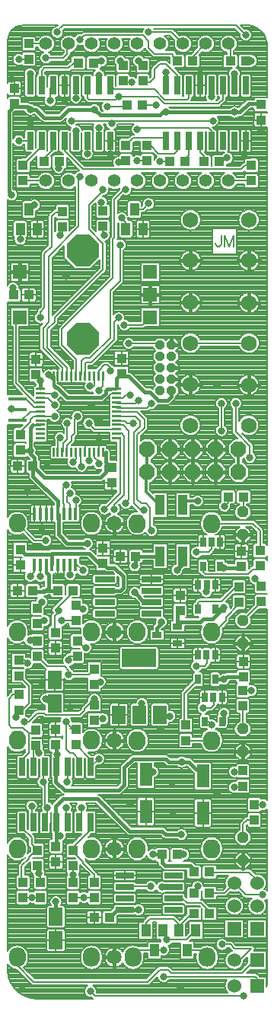
<source format=gtl>
G04 DipTrace 3.3.0.0*
G04 mBrane_02.GTL*
%MOIN*%
G04 #@! TF.FileFunction,Copper,L1,Top*
G04 #@! TF.Part,Single*
%AMOUTLINE0*
4,1,4,
-0.027559,0.051181,
-0.027559,-0.051181,
0.027559,-0.051181,
0.027559,0.051181,
-0.027559,0.051181,
0*%
%AMOUTLINE3*
4,1,4,
0.019685,-0.021654,
-0.019685,-0.021654,
-0.019685,0.021654,
0.019685,0.021654,
0.019685,-0.021654,
0*%
%AMOUTLINE6*
4,1,4,
0.029528,-0.03937,
0.029528,0.03937,
-0.029528,0.03937,
-0.029528,-0.03937,
0.029528,-0.03937,
0*%
%AMOUTLINE9*
4,1,4,
0.021654,0.019685,
0.021654,-0.019685,
-0.021654,-0.019685,
-0.021654,0.019685,
0.021654,0.019685,
0*%
%AMOUTLINE12*
4,1,4,
-0.019685,0.021654,
0.019685,0.021654,
0.019685,-0.021654,
-0.019685,-0.021654,
-0.019685,0.021654,
0*%
%AMOUTLINE15*
4,1,4,
0.0295,0.0395,
-0.0295,0.0395,
-0.0295,-0.0395,
0.0295,-0.0395,
0.0295,0.0395,
0*%
%AMOUTLINE18*
4,1,4,
0.075,0.0395,
-0.075,0.0395,
-0.075,-0.0395,
0.075,-0.0395,
0.075,0.0395,
0*%
%AMOUTLINE21*
4,1,4,
0.013,0.04,
-0.013,0.04,
-0.013,-0.04,
0.013,-0.04,
0.013,0.04,
0*%
%AMOUTLINE24*
4,1,4,
-0.007,0.028,
-0.007,-0.028,
0.007,-0.028,
0.007,0.028,
-0.007,0.028,
0*%
%AMOUTLINE27*
4,1,4,
-0.043307,0.011811,
-0.043307,-0.011811,
0.043307,-0.011811,
0.043307,0.011811,
-0.043307,0.011811,
0*%
%AMOUTLINE30*
4,1,4,
-0.013,-0.04,
0.013,-0.04,
0.013,0.04,
-0.013,0.04,
-0.013,-0.04,
0*%
%AMOUTLINE33*
4,1,4,
0.011811,-0.021654,
-0.011811,-0.021654,
-0.011811,0.021654,
0.011811,0.021654,
0.011811,-0.021654,
0*%
%AMOUTLINE36*
4,1,4,
-0.011811,0.021654,
0.011811,0.021654,
0.011811,-0.021654,
-0.011811,-0.021654,
-0.011811,0.021654,
0*%
%AMOUTLINE39*
4,1,16,
0.0375,0.005,
0.033786,0.02127,
0.023381,0.034319,
0.008345,0.04156,
-0.008345,0.04156,
-0.023381,0.034319,
-0.033786,0.02127,
-0.0375,0.005,
-0.0375,-0.005,
-0.033786,-0.02127,
-0.023381,-0.034319,
-0.008345,-0.04156,
0.008345,-0.04156,
0.023381,-0.034319,
0.033786,-0.02127,
0.0375,-0.005,
0.0375,0.005,
0*%
%AMOUTLINE42*
4,1,8,
-0.034184,0.014159,
-0.014159,0.034184,
0.014159,0.034184,
0.034184,0.014159,
0.034184,-0.014159,
0.014159,-0.034184,
-0.014159,-0.034184,
-0.034184,-0.014159,
-0.034184,0.014159,
0*%
%AMOUTLINE45*
4,1,8,
0.008419,0.020325,
0.020325,0.008419,
0.020325,-0.008419,
0.008419,-0.020325,
-0.008419,-0.020325,
-0.020325,-0.008419,
-0.020325,0.008419,
-0.008419,0.020325,
0.008419,0.020325,
0*%
%AMOUTLINE48*
4,1,8,
0.00995,-0.024021,
0.024021,-0.00995,
0.024021,0.00995,
0.00995,0.024021,
-0.00995,0.024021,
-0.024021,0.00995,
-0.024021,-0.00995,
-0.00995,-0.024021,
0.00995,-0.024021,
0*%
%AMOUTLINE51*
4,1,4,
-0.03937,-0.011811,
-0.03937,0.011811,
0.03937,0.011811,
0.03937,-0.011811,
-0.03937,-0.011811,
0*%
%AMOUTLINE54*
4,1,4,
0.019685,0.027559,
-0.019685,0.027559,
-0.019685,-0.027559,
0.019685,-0.027559,
0.019685,0.027559,
0*%
%AMOUTLINE57*
4,1,4,
-0.021654,-0.019685,
-0.021654,0.019685,
0.021654,0.019685,
0.021654,-0.019685,
-0.021654,-0.019685,
0*%
%AMOUTLINE60*
4,1,8,
0.028747,-0.0694,
0.0694,-0.028747,
0.0694,0.028747,
0.028747,0.0694,
-0.028747,0.0694,
-0.0694,0.028747,
-0.0694,-0.028747,
-0.028747,-0.0694,
0.028747,-0.0694,
0*%
%AMOUTLINE63*
4,1,4,
0.019685,-0.005,
0.019685,0.005,
-0.019685,0.005,
-0.019685,-0.005,
0.019685,-0.005,
0*%
%AMOUTLINE66*
4,1,4,
0.005,-0.019685,
0.005,0.019685,
-0.005,0.019685,
-0.005,-0.019685,
0.005,-0.019685,
0*%
G04 #@! TA.AperFunction,CopperBalancing*
%ADD13C,0.015*%
G04 #@! TA.AperFunction,Conductor*
%ADD14C,0.01*%
%ADD15C,0.014*%
%ADD16C,0.007*%
%ADD17C,0.012*%
G04 #@! TA.AperFunction,CopperBalancing*
%ADD18C,0.008*%
%ADD26R,0.03937X0.043307*%
%ADD27R,0.03937X0.055118*%
%ADD28R,0.03937X0.086614*%
G04 #@! TA.AperFunction,ComponentPad*
%ADD29C,0.056*%
%ADD33R,0.041339X0.025591*%
G04 #@! TA.AperFunction,ComponentPad*
%ADD34C,0.065*%
%ADD35O,0.075X0.085*%
%ADD36R,0.06X0.06*%
%ADD37C,0.06*%
%ADD39R,0.043307X0.03937*%
G04 #@! TA.AperFunction,ComponentPad*
%ADD40R,0.05937X0.05937*%
%ADD41C,0.069*%
%ADD42R,0.07874X0.015748*%
G04 #@! TA.AperFunction,ViaPad*
%ADD43C,0.031496*%
%ADD81C,0.00772*%
%ADD82OUTLINE0*%
%ADD85OUTLINE3*%
%ADD88OUTLINE6*%
%ADD91OUTLINE9*%
%ADD94OUTLINE12*%
%ADD97OUTLINE15*%
%ADD100OUTLINE18*%
%ADD103OUTLINE21*%
%ADD106OUTLINE24*%
%ADD109OUTLINE27*%
%ADD112OUTLINE30*%
%ADD115OUTLINE33*%
%ADD118OUTLINE36*%
G04 #@! TA.AperFunction,ComponentPad*
%ADD121OUTLINE39*%
%ADD124OUTLINE42*%
%ADD127OUTLINE45*%
%ADD130OUTLINE48*%
%ADD133OUTLINE51*%
%ADD136OUTLINE54*%
%ADD139OUTLINE57*%
G04 #@! TA.AperFunction,ComponentPad*
%ADD142OUTLINE60*%
%ADD145OUTLINE63*%
%ADD148OUTLINE66*%
%FSLAX26Y26*%
G04*
G70*
G90*
G75*
G01*
G04 Top*
%LPD*%
X1106458Y4411001D2*
D13*
Y4469001D1*
Y4294001D2*
X1406458D1*
Y4462750D2*
Y4411001D1*
Y4294001D2*
X1431458D1*
X1468958Y4331501D1*
X1518958D1*
X1522994Y4327466D1*
X812709Y4411001D2*
Y4456501D1*
X793958Y4306501D2*
X681458D1*
X643958Y4269001D1*
X575209D1*
X537709Y4306501D1*
X512709D1*
Y4462750D2*
Y4411001D1*
X443958Y4331501D2*
Y4319001D1*
X500209D1*
X512709Y4306501D1*
X1106458Y4294001D2*
X1093958D1*
X1081458Y4281501D1*
X818958D1*
X793958Y4306501D1*
X891104Y3081501D2*
D14*
Y3094001D1*
D13*
Y3128647D1*
X912709Y3150252D1*
X556458Y3081501D2*
D14*
Y3094001D1*
D13*
Y3119001D1*
Y3125252D1*
X537709Y3144001D1*
X615514Y3140556D2*
D14*
Y3100252D1*
X612708D1*
Y3125252D1*
D13*
X593958Y3144001D1*
X443958Y4331501D2*
Y4325250D1*
X418958Y4300250D1*
Y3944001D1*
X431458Y3931501D1*
X437708Y3525250D2*
Y3495823D1*
X439529Y3494001D1*
X512708Y2812752D2*
X470779D1*
X468958Y2814572D1*
X512708Y2812752D2*
Y2800252D1*
X531458Y2781501D1*
Y2750252D1*
X525208Y2744001D1*
X832049Y2805910D2*
D14*
X844549D1*
D13*
Y2762160D1*
X868958Y2737750D1*
X634458Y2536752D2*
D15*
Y2572252D1*
D13*
Y2591001D1*
X525208Y2700252D1*
Y2744001D1*
X1018958Y1394001D2*
Y1375252D1*
X1050208Y1406501D1*
X1001814Y1705445D2*
Y1644895D1*
X990208Y1656501D1*
X868958Y2737750D2*
X856460D1*
X843958Y2750252D1*
Y2719001D1*
X818958Y2694001D1*
X575208D1*
X525208Y2744001D1*
X891104Y3081501D2*
D14*
X863919D1*
D13*
X850209D1*
X843958Y3075250D1*
Y3062752D1*
X825208Y3044001D1*
X675209D1*
X631458Y3087752D1*
X625208D1*
X615514Y3097446D1*
Y3100252D1*
X1131460Y3075250D2*
Y3050252D1*
X1112708Y3031501D1*
X1075208D1*
X1037708Y3069001D1*
X1012709D1*
X943958Y3137752D1*
X925209D1*
X912709Y3150252D1*
X762709Y2406501D2*
X675208D1*
X637708Y2444001D1*
Y2533502D1*
D15*
X634458Y2536752D1*
X927663Y802732D2*
D13*
X986940D1*
X556458Y2924021D2*
D14*
X523978D1*
D13*
X512708Y2912750D1*
Y2812752D1*
X1089511Y1043933D2*
X1050208D1*
X927663Y802732D2*
X894678D1*
X860907Y768962D1*
X1230428Y967871D2*
Y979531D1*
X1214506Y995454D1*
X1103478D1*
X1089511Y1009421D1*
Y1043933D1*
X839234Y2200250D2*
X906457D1*
X918958Y2212752D1*
Y2262750D1*
X881458Y2300250D1*
X850209D1*
X831458Y2319001D1*
X812709D1*
X768958Y2362752D1*
X606458D1*
Y2359464D1*
Y2314752D1*
D15*
X608458Y2312752D1*
X606458Y2359464D2*
D13*
X489175D1*
X468958Y2379681D1*
X1158427Y2043804D2*
X1156458Y2067128D1*
Y2100252D1*
X1168958Y2112752D1*
X1446174Y1823036D2*
X1372994D1*
X1361877Y1811920D1*
Y2300250D2*
X1431457D1*
X1437708Y2306501D1*
X1361877Y1662618D2*
Y1617788D1*
X1352722Y1626943D1*
X1361877Y1811920D2*
X1322958D1*
X1322536Y1811497D1*
X1323037Y2117733D2*
X1353037D1*
X1348006Y2112702D1*
X1310556Y2075252D1*
X1268958D1*
X1256458Y2062752D1*
X1160835D1*
X1156458Y2067128D1*
X1348006Y2112702D2*
X1361877D1*
Y2125494D1*
Y2300250D2*
X1350340D1*
X1343797Y2306794D1*
X531458Y2312752D2*
D16*
Y2281502D1*
X512708Y2262752D1*
Y1981501D2*
X542138D1*
X543958Y1979681D1*
Y2123430D2*
Y2131501D1*
X562708Y2150250D1*
X556458Y2262752D2*
Y2311752D1*
X557458Y2312752D1*
X712708Y2135930D2*
X727029D1*
X743958Y2119001D1*
X687708Y2269001D2*
Y2310502D1*
X685458Y2312752D1*
X711458D2*
Y2320252D1*
X743958Y2287752D1*
X756458Y1950250D2*
X743958D1*
Y1954681D1*
X718958Y1979681D1*
X659458Y2536752D2*
Y2578501D1*
X656458Y2581501D1*
Y2650252D1*
X668958Y2662752D1*
X931458Y2581501D2*
Y2587750D1*
X943958Y2600250D1*
Y2900252D1*
X918960Y2925250D1*
X892334D1*
X891104Y2924021D1*
X685458Y2536752D2*
Y2577502D1*
X675209Y2587752D1*
Y2612752D1*
X687708Y2625250D1*
X881458Y2556501D2*
Y2575252D1*
X925208Y2619001D1*
Y2875252D1*
X912708Y2887752D1*
X894205D1*
X891104Y2884651D1*
Y2864966D2*
X906458D1*
Y2625250D1*
X837709Y2556501D1*
X712708Y2594001D2*
Y2538001D1*
X711458Y2536752D1*
X831458Y3794001D2*
Y3762750D1*
X837708Y3756501D1*
X906458Y3712752D2*
Y3556502D1*
X862708Y3512752D1*
Y3306500D1*
X775209Y3219001D1*
X750209D1*
X737708Y3206500D1*
Y3144640D1*
X733624Y3140556D1*
X753309D2*
Y3197101D1*
X756458Y3200250D1*
X781458D1*
X881458Y3300250D1*
Y3375250D1*
X900209Y3394001D1*
X556458D2*
Y3419001D1*
X575208Y3437750D1*
Y3675250D1*
X606458Y3706501D1*
Y3837752D1*
X625208Y3856501D1*
X652028D1*
X654243Y3858716D1*
X712709Y4411001D2*
Y4356501D1*
X693958Y4256501D2*
X868958D1*
X1312708D1*
X1306458Y4362750D2*
Y4411001D1*
X674569Y3140556D2*
Y3175891D1*
X587708Y3262752D1*
Y3344000D1*
X618958Y3375250D1*
Y3394001D1*
X831458Y3606501D1*
Y3719001D1*
X768958Y3781501D1*
Y3887750D1*
X831458Y3950250D1*
Y3956501D1*
X868958Y4244001D2*
Y4256501D1*
X1356458Y4411001D2*
Y4350250D1*
X1337709Y4331501D1*
X1100209D1*
X1068958Y4362752D1*
X900210D1*
X887709Y4350250D1*
X768960D1*
X762709Y4356501D1*
Y4411001D1*
X713939Y3140556D2*
Y3211521D1*
X650208Y3275252D1*
Y3344001D1*
X875208Y3569001D1*
Y3737750D1*
X881458Y3744001D1*
Y3912752D1*
X931458Y3962752D1*
Y3956501D1*
X654884Y3140556D2*
Y3176826D1*
X568958Y3262752D1*
Y3350250D1*
X593958Y3375250D1*
Y3662750D1*
X725209Y3794001D1*
Y4006502D1*
X731458Y4012752D1*
X600209Y4344001D2*
Y4398501D1*
X612709Y4411001D1*
X556458Y3061816D2*
X613644D1*
X618958Y3056501D1*
X925209Y3362752D2*
X1003309D1*
X1037708Y3397151D1*
X556458Y3042131D2*
X589579D1*
X618958Y3012752D1*
X556458Y3022446D2*
X534264D1*
X475209Y3081501D1*
X477352D1*
X450208Y3108645D1*
Y3380517D1*
X466842Y3397151D1*
X772994Y2805910D2*
Y2770147D1*
X771329Y2768481D1*
X1241153Y2367489D2*
X1292621D1*
X1306395Y2381263D1*
Y2413093D1*
X792679Y2805910D2*
Y2783677D1*
X812445Y2763910D1*
Y2755223D1*
X1284102Y2194459D2*
Y2222498D1*
X1285636Y2224032D1*
X713939Y2805910D2*
Y2776203D1*
X700238Y2762502D1*
X1241680Y1869287D2*
X1275619D1*
X1287676Y1881345D1*
Y1915254D1*
X1285134Y1917796D1*
X733624Y2805910D2*
Y2747865D1*
X737734Y2743754D1*
X1269756Y1685403D2*
X1302641D1*
X1317482Y1700244D1*
Y1731081D1*
X1315321Y1733242D1*
X694254Y3140556D2*
Y3193706D1*
X656458Y3231501D1*
X891104Y3061816D2*
X868024D1*
X825209Y3019001D1*
X787708D1*
X781458Y3012752D1*
X431458Y2994001D2*
X453965D1*
X456460Y2991506D1*
X812708Y3075250D2*
X831458Y3094001D1*
Y3139966D1*
X832049Y3140556D1*
X812364D2*
Y3162407D1*
X837709Y3187752D1*
X850208D1*
X862708Y3175252D1*
Y3162752D1*
X775208Y3094001D2*
Y3081500D1*
X793958Y3100250D1*
Y3139277D1*
X792679Y3140556D1*
X950209Y3056501D2*
X931458D1*
X917088Y3042131D1*
X891104D1*
X1379243Y2610536D2*
Y2585536D1*
X1362708Y2569001D1*
X1475208Y2781502D2*
Y2831501D1*
X1412708Y2894001D1*
Y3019001D1*
X987708Y3031501D2*
X975208Y3019001D1*
X894549D1*
X891104Y3022446D1*
X1525208Y2219001D2*
X1529567D1*
X1497245Y2251324D1*
X1350208Y2900252D2*
Y3019000D1*
X1043958D2*
X1025209Y3000250D1*
X893615D1*
X891104Y3002761D1*
X1443958Y1762750D2*
X1481457D1*
X962709Y2931501D2*
X937709D1*
X925504Y2943706D1*
X891104D1*
X1493958Y1262750D2*
X1531458D1*
X768958Y2931501D2*
X793958Y2906501D1*
X888939D1*
X891104Y2904336D1*
Y2983076D2*
X979882D1*
X1012708Y2950250D1*
Y2912750D1*
X981458Y2881501D1*
Y2600252D1*
X1000209Y2581501D1*
X1018958D1*
X1037708Y2562752D1*
Y2469002D1*
X1043958Y2462752D1*
X1041355Y904807D2*
X927663D1*
Y902732D1*
X1184826Y1044371D2*
X1156458D1*
Y1043914D1*
X1156440Y1043933D1*
X891104Y2963391D2*
X972663D1*
X992237Y2943817D1*
Y2917819D1*
X966528Y2892110D1*
Y2580879D1*
X996561Y2550846D1*
X1011953D1*
X1245515Y904144D2*
X1253934D1*
Y898657D1*
X1230966Y875690D1*
X969057Y3869001D2*
X1006458D1*
X1031458Y3894001D1*
Y4644001D2*
X1131458D1*
X1181458Y4594001D1*
X556458Y923430D2*
Y956502D1*
X550209Y962752D1*
X518958Y1256501D2*
Y1194001D1*
X527458Y1185501D1*
X543958Y995821D2*
Y969002D1*
X550209Y962752D1*
X712708Y2069001D2*
X651011D1*
X506557Y3869001D2*
X512708D1*
X531458Y3887752D1*
X581458Y4531501D2*
X656460D1*
X675209Y4550250D1*
Y4587752D1*
X681458Y4594001D1*
X931655Y3782387D2*
Y3812555D1*
X912709Y3831501D1*
X825209Y3900250D2*
Y3867179D1*
X831458Y3860930D1*
X654243Y3791787D2*
Y3766786D1*
X643958Y3756501D1*
X468958Y3737752D2*
Y3782190D1*
X469155Y3782387D1*
X1406458Y581501D2*
X1430846D1*
X1481109Y631766D1*
X1408657D1*
X1389645Y650778D1*
X1352415D1*
X775718Y446015D2*
X797483Y424250D1*
X1446226D1*
X1448645Y426668D1*
X1223388Y4519001D2*
Y4535930D1*
X1281458Y4594001D1*
X1506458Y581501D2*
X1496175D1*
X1439806Y525132D1*
X1129939D1*
X1115448Y539623D1*
X1079472D1*
X1025776Y485928D1*
X528203D1*
X455958Y558172D1*
Y594001D1*
X1268994Y2306794D2*
Y2282917D1*
X1279815Y2272095D1*
X1465949D1*
X1487655Y2293802D1*
X1504590D1*
X1518902Y2308114D1*
X789923Y4510536D2*
X816745D1*
X825209Y4519001D1*
X581458Y4594001D2*
X506458D1*
X481458Y3994001D2*
X581458D1*
X637708Y4050250D2*
X639923Y4077466D1*
X1381458Y3994001D2*
X1481458D1*
X1389529Y4519001D2*
Y4585930D1*
X1381458Y4594001D1*
X1004638Y4325250D2*
X1062708D1*
X1006458Y4498430D2*
X1008279D1*
X987708Y4519001D1*
X900208Y4075250D2*
X931458D1*
Y4081501D1*
X981458D2*
X1025208D1*
X1122994Y4077466D2*
X1081458D1*
X1339923D2*
X1358674D1*
X1375209Y4094001D1*
X918958Y4498430D2*
X927029D1*
X906458Y4519001D1*
X1248234Y2117733D2*
Y2148120D1*
X1252864Y2152750D1*
X1350754D1*
X1416813Y2218809D1*
X1425399D1*
X1427213Y2216996D1*
X812709Y4169001D2*
Y4225252D1*
X850208Y4319001D2*
X931460D1*
X937709Y4325250D1*
X1206458Y4411001D2*
Y4356500D1*
X1200209Y4350250D1*
X1100209D1*
X1056458Y4394001D1*
X879709D1*
X862709Y4411001D1*
X722994Y4510536D2*
X704243D1*
X681458Y4487752D1*
X575210D1*
X562709Y4475250D1*
Y4411001D1*
X512709Y4169001D2*
X462709D1*
Y4525250D2*
X504637D1*
X506458Y4527072D1*
X481458Y4060930D2*
Y4062750D1*
X562709Y4144001D1*
Y4169001D1*
X572994Y4077466D2*
Y4091786D1*
X612709Y4131501D1*
Y4169001D1*
X1481458Y4060930D2*
X1454637D1*
X1437708Y4044001D1*
X743960D1*
X662709Y4125252D1*
Y4169001D1*
X712709D2*
Y4212752D1*
X631458Y4644001D2*
X625209D1*
X656010Y4674802D1*
X1413158D1*
X1456458Y4631501D1*
X1481458Y4519001D2*
X1456458D1*
X762709Y4169001D2*
Y4112752D1*
X731458Y4612752D2*
X750208Y4631501D1*
X1006458D1*
X1031458Y4606501D1*
Y4575250D1*
X1056458Y4550250D1*
X1137708D1*
Y4537752D1*
X1156458Y4519001D1*
Y4411001D2*
Y4456501D1*
X1106458Y4506501D1*
X1081458D1*
X1056458Y4481501D1*
Y4444000D1*
X1037709Y4425250D1*
X1012709D1*
X1006458Y4431501D1*
X931458Y4148430D2*
Y4144001D1*
X943958D1*
X937708Y4150252D1*
Y4156500D1*
X962709Y4181501D1*
X1093958D1*
X1106458Y4169001D1*
X1025208Y4148430D2*
X1039529D1*
X1075208Y4112752D1*
X1143958D1*
X1156458Y4125252D1*
Y4169001D1*
X1189923Y4077466D2*
Y4089966D1*
X1206458Y4106501D1*
Y4169001D1*
X1272994Y4077466D2*
Y4102466D1*
X1256458Y4119001D1*
Y4169001D1*
X1306458D2*
Y4212752D1*
X1293958Y4225252D1*
X987709D1*
X981458Y4219001D1*
X956458Y4425250D2*
X912708D1*
X918958Y4431501D1*
X1247733Y1811497D2*
Y1810155D1*
X1187687Y1750109D1*
Y1617059D1*
X1193936Y1610809D1*
X1277919Y1626943D2*
X1292104D1*
X1306424Y1612623D1*
X1406414Y1406395D2*
X1439474D1*
X1443910Y1410830D1*
X777458Y1427501D2*
Y1460501D1*
X712708Y1525252D1*
X777458Y1427501D2*
X812708Y1462750D1*
X831458Y1637750D2*
X798388D1*
X793958Y1633321D1*
X1406414Y1337652D2*
X1437661D1*
X1443910Y1343901D1*
X477458Y1427501D2*
Y1458752D1*
X506458Y1487752D1*
Y1575250D1*
X481458Y1600250D1*
X431460D1*
X418958Y1612752D1*
Y1725250D1*
X437709Y1744001D1*
X462708D1*
X506458Y1575250D2*
X525209D1*
X537709Y1587750D1*
X477458Y1185501D2*
Y1160501D1*
X518958Y1119001D1*
Y1087750D1*
X543958Y1062750D1*
X537708D1*
X506458Y1031501D1*
Y1025250D1*
X475209Y994001D1*
Y929679D1*
X481458Y923430D1*
X700208Y1060930D2*
Y1075250D1*
X768958Y1144001D1*
Y1177001D1*
X777458Y1185501D1*
X793958Y923430D2*
Y956501D1*
X743958Y1006501D1*
Y1012750D1*
X700208Y1056501D1*
Y1060930D1*
X793958Y1700250D2*
Y1725250D1*
X818958Y1800250D2*
X793958D1*
Y1789571D1*
X487708Y1625252D2*
X506460D1*
X543960Y1662752D1*
X575208D1*
X581458Y1656501D1*
X731460D1*
X750209Y1675250D1*
Y1681501D1*
X793958Y1725250D1*
X1446172Y2610536D2*
Y2546215D1*
X1443958Y2544001D1*
X556458Y856501D2*
X521204D1*
X481458D1*
X1425207Y2719001D2*
D17*
Y2819001D1*
X1245930Y2591737D2*
X1198141D1*
X1181458Y2575055D1*
X700208Y856501D2*
D16*
X747483D1*
X793958D1*
X581458Y2419001D2*
X530958D1*
X455958Y2494001D1*
X700208Y923430D2*
Y956501D1*
X737708Y1250250D2*
Y1195750D1*
X727458Y1185501D1*
X700208Y956501D2*
Y994001D1*
X681458Y1894001D2*
Y1912752D1*
X718958D1*
X462708Y1894001D2*
X487708D1*
X500208Y1881501D1*
X575209Y2069001D2*
X556458D1*
X543958Y2056501D1*
X550208Y1487752D2*
X537709D1*
Y1520821D1*
X527458Y1427501D2*
Y1510571D1*
X537709Y1520821D1*
X727458Y1427501D2*
Y1460502D1*
X700209Y1487752D1*
X687708D1*
X668958Y1506501D1*
Y1625250D1*
X693958Y1600250D1*
X687709Y1594001D1*
X710888D1*
X712708Y1592181D1*
X681458Y1831501D2*
X768960D1*
X793958Y1856500D1*
X681458Y1831501D2*
Y1850250D1*
X662708Y1869001D1*
X587709D1*
X543958Y1912752D1*
X450208Y1644001D2*
Y1650250D1*
Y1689572D1*
X462708Y1677072D1*
X450208Y1650250D2*
X506458Y1706501D1*
Y1783321D1*
X462708Y1827072D1*
X1025207Y2719001D2*
D17*
Y2819001D1*
X1081458Y2575055D2*
X1075405D1*
X1018958Y2631501D1*
Y2712753D1*
X1025207Y2719001D1*
X1525208Y2152072D2*
D16*
Y2150250D1*
X1443958Y2069001D1*
Y1695821D2*
Y1619001D1*
X1418958Y1594001D1*
X1443958D1*
Y1119001D2*
Y1177566D1*
X1462213Y1195821D1*
X1493958D1*
X1094378Y711225D2*
Y698468D1*
X1121794Y671052D1*
X1196998D1*
X1237859Y711913D1*
X1121794Y671052D2*
X1110460D1*
X1089174Y900959D2*
X1126549D1*
X1128322Y902732D1*
X1140262D1*
X1230542Y785426D2*
X1219785D1*
X1163056Y728697D1*
Y711913D1*
Y739344D1*
X1138859Y763540D1*
X1038179D1*
X1019575Y744937D1*
Y711225D1*
X556458Y3002761D2*
X528949D1*
X493958Y3037752D1*
X457721D1*
X456460Y3039013D1*
X556458Y2983076D2*
X520533D1*
X518958Y2981501D1*
X512708D1*
X475207Y2944000D1*
X456460D1*
X1193936Y1543880D2*
X1306944D1*
X1427213Y2150067D2*
Y2140863D1*
X1368918Y2082568D1*
Y2067610D1*
X1320138Y2018830D1*
X1306944D1*
X1518902Y2375043D2*
Y2462534D1*
X1487655Y2493781D1*
X1306944D1*
X1297357Y967871D2*
Y966155D1*
X1471906D1*
X1506458Y931602D1*
Y919001D1*
X1529640Y867467D2*
X1457993D1*
X1406458Y919001D1*
X1297895Y875690D2*
X1363147D1*
X1406458Y919001D1*
X962208Y594001D2*
Y626601D1*
X1096960D1*
Y509643D2*
X1497586D1*
X1506458Y500770D1*
Y469001D1*
X1056977Y624611D2*
X1096960Y626601D1*
X1200457Y625299D2*
X1255910D1*
X1287208Y594001D1*
X1140262Y852732D2*
X1178414D1*
X1198872Y832274D1*
X1260569D1*
X1297472Y795371D1*
Y785426D1*
X556458Y2963391D2*
X525848D1*
X512708Y2950250D1*
Y2937750D1*
X456458Y2881501D1*
X468958D1*
X556458Y2963391D2*
X618319D1*
X618958Y2962752D1*
X943958Y3281501D2*
X1075209D1*
X1081460Y3275250D1*
X675208Y2931501D2*
Y2862750D1*
X656458Y2844001D1*
Y2807485D1*
X654884Y2805910D1*
X674569D2*
Y2837111D1*
X693958Y2856501D1*
Y2875252D1*
X706458Y2887752D1*
Y2950250D1*
X718958Y2962750D1*
X1214923Y3283371D2*
X1470829D1*
X635199Y2805910D2*
Y2860241D1*
X643958Y2869001D1*
X975208Y2350250D2*
D13*
Y2312750D1*
X970329Y2307871D1*
Y2191249D2*
X1011327Y2150250D1*
X1043958D1*
X1067876Y2006403D2*
Y2036668D1*
X1093958Y2062750D1*
X1087708D1*
X1124831Y1650252D2*
X1086457D1*
X1080208Y1656501D1*
X1176260Y1450250D2*
X1206460D1*
X1268958Y1387752D1*
X1176260Y1450250D2*
X1118960D1*
X1106458Y1462752D1*
X962709D1*
X925208Y1425250D1*
Y1350250D1*
X900209Y1325252D1*
X662708D1*
X625208Y1362752D1*
Y1429752D1*
X627459Y1427501D1*
X1081458Y2350252D2*
X975208Y2350250D1*
X627459Y1427501D2*
X627458Y1481501D1*
Y1523002D1*
X625209Y1525252D1*
X618958Y1706501D2*
X600209D1*
X581458Y1725252D1*
X631458Y1481501D2*
X627458D1*
X1181458Y2350252D2*
X1175208D1*
Y2309863D1*
X1155573Y2290228D1*
X1175208Y1131501D2*
X1106457D1*
X1091428Y1146530D1*
X947680D1*
X806458Y1287752D1*
X656460D1*
X625208Y1256500D1*
Y1183250D1*
X627459Y1185501D1*
X627458Y1125250D1*
Y1081930D1*
X625209Y1079681D1*
Y771363D2*
Y837750D1*
X643958Y1125250D2*
X627458D1*
X583458Y2312752D2*
D15*
Y2279501D1*
D13*
X593958Y2269001D1*
Y2212750D1*
X575209Y2194001D1*
X564880D1*
X529637D1*
X523388Y2200250D1*
X633279D2*
X571129D1*
X564880Y2194001D1*
X677458Y1427501D2*
D16*
Y1365001D1*
X675209Y1362752D1*
X568958D2*
Y1419001D1*
X577458Y1427501D1*
Y1185501D2*
X587708D1*
Y1250252D1*
X577458D1*
Y1354252D1*
X568958Y1362752D1*
X668958Y1250252D2*
Y1177001D1*
X677458Y1185501D1*
X622994Y2014966D2*
X618958D1*
Y2087752D1*
X637708Y2106501D1*
Y2112752D1*
X622994D1*
Y2116786D1*
X706458Y2200250D1*
X700208D1*
D43*
X1106458Y4469001D3*
Y4294001D3*
X1406458D3*
Y4462750D3*
X812709Y4456501D3*
X793958Y4306501D3*
X512709D3*
Y4462750D3*
X1106458Y4294001D3*
X793958Y4306501D3*
X593958Y3144001D3*
X556458Y3119001D3*
X431458Y3931501D3*
X437708Y3525250D3*
X556458Y3119001D3*
X512708Y2812752D3*
X556458Y3119001D3*
X512708Y2812752D3*
X1050208Y1406501D3*
X1001814Y1705445D3*
X762709Y2406501D3*
X986940Y802732D3*
X1050208Y1406501D3*
X512708Y2812752D3*
X1050208Y1043933D3*
X1361877Y1811920D3*
Y2300250D3*
Y1662618D3*
Y1811920D3*
Y2125494D3*
Y2300250D3*
X512708Y2262752D3*
Y1981501D3*
X562708Y2150250D3*
X556458Y2262752D3*
X743958Y2119001D3*
X687708Y2269001D3*
X743958Y2287752D3*
X756458Y1950250D3*
X668958Y2662752D3*
X931458Y2581501D3*
X687708Y2625250D3*
X881458Y2556501D3*
X837709D3*
X712708Y2594001D3*
X837708Y3756501D3*
X906458Y3712752D3*
X900209Y3394001D3*
X556458D3*
X712709Y4356501D3*
X693958Y4256501D3*
X1312708D3*
X1306458Y4362750D3*
X831458Y3956501D3*
X868958Y4244001D3*
X931458Y3956501D3*
X900210Y4362752D3*
X731458Y4012752D3*
X600209Y4344001D3*
X618958Y3056501D3*
X925209Y3362752D3*
X618958Y3012752D3*
X771329Y2768481D3*
X1241153Y2367489D3*
X812445Y2755223D3*
X1284102Y2194459D3*
X700238Y2762502D3*
X1241680Y1869287D3*
X737734Y2743754D3*
X1269756Y1685403D3*
X812708Y3075250D3*
X862708Y3162752D3*
X775208Y3094001D3*
X950209Y3056501D3*
X1362708Y2569001D3*
X1475208Y2781502D3*
X1412708Y3019001D3*
X987708Y3031501D3*
X1497245Y2251324D3*
X1350208Y2900252D3*
Y3019000D3*
X1043958D3*
X1481457Y1762750D3*
X962709Y2931501D3*
X1531458Y1262750D3*
X768958Y2931501D3*
X1043958Y2462752D3*
X1041355Y904807D3*
X1184826Y1044371D3*
X1011953Y2550846D3*
X1245515Y904144D3*
X1031458Y3894001D3*
Y4644001D3*
X550209Y962752D3*
X518958Y1256501D3*
X651011Y2069001D3*
X531458Y3887752D3*
X581458Y4531501D3*
X912709Y3831501D3*
X825209Y3900250D3*
X643958Y3756501D3*
X468958Y3737752D3*
X1352415Y650778D3*
X775718Y446015D3*
X1448645Y426668D3*
X825209Y4519001D3*
X637708Y4050250D3*
X1062708Y4325250D3*
X987708Y4519001D3*
X900208Y4075250D3*
X981458Y4081501D3*
X1081458Y4077466D3*
X1375209Y4094001D3*
X906458Y4519001D3*
X812709Y4225252D3*
X850208Y4319001D3*
X462709Y4169001D3*
Y4525250D3*
X712709Y4212752D3*
X631458Y4644001D3*
X1456458Y4631501D3*
X1481458Y4519001D3*
X762709Y4112752D3*
X731458Y4612752D3*
X981458Y4219001D3*
X956458Y4425250D3*
X1306424Y1612623D3*
X1406414Y1406395D3*
X812708Y1462750D3*
X831458Y1637750D3*
X1406414Y1337652D3*
X793958Y1725250D3*
X818958Y1800250D3*
X487708Y1625252D3*
X521204Y856501D3*
X1245930Y2591737D3*
X581458Y2419001D3*
X747483Y856501D3*
X700208Y956501D3*
X737708Y1250250D3*
X681458Y1894001D3*
X500208Y1881501D3*
X575209Y2069001D3*
X550208Y1487752D3*
X500208Y1881501D3*
X681458Y1831501D3*
X668958Y1625250D3*
X681458Y1831501D3*
X450208Y1644001D3*
X1110460Y671052D3*
X1089174Y900959D3*
X1529640Y867467D3*
X1096960Y626601D3*
Y509643D3*
X618958Y2962752D3*
X943958Y3281501D3*
X675208Y2931501D3*
X718958Y2962750D3*
X643958Y2869001D3*
X970329Y2307871D3*
Y2191249D3*
X1087708Y2062750D3*
X1124831Y1650252D3*
X1087708Y2062750D3*
X1176260Y1450250D3*
D3*
X581458Y1725252D3*
X631458Y1481501D3*
X1155573Y2290228D3*
X1175208Y1131501D3*
X625209Y837750D3*
X643958Y1125250D3*
X675209Y1362752D3*
X568958D3*
D3*
X668958Y1250252D3*
X587708D3*
X637708Y2112752D3*
X675209Y1362752D3*
X1170489Y460813D3*
X475817Y464702D3*
X1084197Y1590635D3*
X1135100Y1354354D3*
X1137095Y1229987D3*
X781458Y3012752D3*
X431458Y2994001D3*
X587708Y2756501D3*
X812709Y2869001D3*
X562708Y2475252D3*
X812708Y2950252D3*
X1331458Y3100250D3*
X500209Y2631501D3*
X656458Y3231501D3*
X562708Y1800250D3*
X687709Y1687752D3*
X606458Y1312752D3*
X568958Y1631501D3*
X512708Y4244001D3*
X862708Y4112750D3*
X662708Y4350252D3*
X1256458Y4462752D3*
X431458Y4437752D3*
X1525209Y4212752D3*
X1450209Y4112752D3*
X668958Y3575252D3*
X949070Y1266233D3*
X1329489Y1307933D3*
X449390Y4666681D2*
D18*
X615884D1*
X1443031D2*
X1495900D1*
X438156Y4658812D2*
X608009D1*
X661781D2*
X1008009D1*
X1132781D2*
X1407384D1*
X1450906D2*
X1510353D1*
X430515Y4650943D2*
X604494D1*
X658422D2*
X1004494D1*
X1146281D2*
X1415259D1*
X1476094D2*
X1520931D1*
X424156Y4643074D2*
X603603D1*
X659312D2*
X740150D1*
X1154140D2*
X1423119D1*
X1481734D2*
X1527869D1*
X420515Y4635206D2*
X605056D1*
X657859D2*
X715540D1*
X1162015D2*
X1428853D1*
X1484078D2*
X1534556D1*
X417187Y4627337D2*
X559806D1*
X603109D2*
X609322D1*
X653594D2*
X659806D1*
X703109D2*
X707866D1*
X1103109D2*
X1126369D1*
X1203109D2*
X1259806D1*
X1303109D2*
X1359806D1*
X1403109D2*
X1428915D1*
X1484000D2*
X1538712D1*
X415547Y4619468D2*
X475322D1*
X537609D2*
X550697D1*
X612219D2*
X619228D1*
X643703D2*
X650697D1*
X1112219D2*
X1134228D1*
X1212219D2*
X1250697D1*
X1312219D2*
X1350697D1*
X1412219D2*
X1431415D1*
X1481500D2*
X1542775D1*
X414609Y4611599D2*
X474650D1*
X538265D2*
X545494D1*
X617422D2*
X645494D1*
X817422D2*
X845494D1*
X917422D2*
X945494D1*
X1117422D2*
X1142103D1*
X1217422D2*
X1245494D1*
X1317422D2*
X1345494D1*
X1417422D2*
X1437306D1*
X1475609D2*
X1545462D1*
X413828Y4603731D2*
X474650D1*
X620359D2*
X642556D1*
X820359D2*
X842556D1*
X920359D2*
X942556D1*
X1120359D2*
X1142556D1*
X1220359D2*
X1242556D1*
X1320359D2*
X1342556D1*
X1420359D2*
X1547478D1*
X413828Y4595862D2*
X474650D1*
X621531D2*
X641384D1*
X821531D2*
X841384D1*
X921531D2*
X941384D1*
X1121531D2*
X1141384D1*
X1221531D2*
X1241384D1*
X1321531D2*
X1341384D1*
X1421531D2*
X1549103D1*
X413828Y4587993D2*
X474650D1*
X621109D2*
X641806D1*
X821109D2*
X841806D1*
X921109D2*
X941806D1*
X1121109D2*
X1141806D1*
X1221109D2*
X1241806D1*
X1321109D2*
X1341806D1*
X1421109D2*
X1549103D1*
X413828Y4580124D2*
X474650D1*
X619047D2*
X643869D1*
X719047D2*
X743869D1*
X819047D2*
X843869D1*
X919047D2*
X943869D1*
X1119047D2*
X1143869D1*
X1219047D2*
X1243869D1*
X1319047D2*
X1343869D1*
X1419047D2*
X1549103D1*
X413828Y4572256D2*
X474650D1*
X538265D2*
X547900D1*
X615015D2*
X647900D1*
X715015D2*
X747900D1*
X815015D2*
X847900D1*
X915015D2*
X947900D1*
X1115015D2*
X1147900D1*
X1215015D2*
X1237947D1*
X1315015D2*
X1347900D1*
X1415015D2*
X1549103D1*
X413828Y4564387D2*
X477931D1*
X534984D2*
X554790D1*
X608125D2*
X654790D1*
X708125D2*
X754790D1*
X808125D2*
X854790D1*
X908125D2*
X954790D1*
X1008125D2*
X1020556D1*
X1142953D2*
X1154790D1*
X1208125D2*
X1230087D1*
X1308125D2*
X1354790D1*
X1408125D2*
X1549103D1*
X413828Y4556518D2*
X477759D1*
X535156D2*
X568775D1*
X594140D2*
X659587D1*
X694140D2*
X768775D1*
X794140D2*
X868775D1*
X894140D2*
X968775D1*
X994140D2*
X1028431D1*
X1151937D2*
X1168775D1*
X1194140D2*
X1222212D1*
X1294140D2*
X1368775D1*
X1405156D2*
X1549103D1*
X413828Y4548649D2*
X448306D1*
X538265D2*
X559712D1*
X603203D2*
X651853D1*
X690750D2*
X1036306D1*
X1184281D2*
X1195556D1*
X1257859D2*
X1361697D1*
X1417359D2*
X1428634D1*
X1484281D2*
X1549103D1*
X413828Y4540781D2*
X439744D1*
X538265D2*
X555228D1*
X687406D2*
X696462D1*
X749531D2*
X763384D1*
X842078D2*
X889587D1*
X923328D2*
X970837D1*
X1004578D2*
X1044165D1*
X1256969D2*
X1355947D1*
X1498328D2*
X1549103D1*
X413828Y4532912D2*
X435947D1*
X538265D2*
X553634D1*
X679625D2*
X689540D1*
X849234D2*
X882431D1*
X930484D2*
X963681D1*
X1011734D2*
X1122681D1*
X1257156D2*
X1355759D1*
X1505484D2*
X1549103D1*
X413828Y4525043D2*
X434837D1*
X538265D2*
X554369D1*
X671765D2*
X689228D1*
X852390D2*
X879275D1*
X949625D2*
X960525D1*
X1037125D2*
X1122681D1*
X1257156D2*
X1355759D1*
X1508640D2*
X1549103D1*
X413828Y4517174D2*
X436072D1*
X538265D2*
X557697D1*
X661047D2*
X689119D1*
X853015D2*
X878650D1*
X950765D2*
X959900D1*
X1038265D2*
X1070384D1*
X1117547D2*
X1122681D1*
X1257156D2*
X1355759D1*
X1509265D2*
X1549103D1*
X413828Y4509305D2*
X440040D1*
X538265D2*
X565165D1*
X597750D2*
X681259D1*
X851281D2*
X880384D1*
X950765D2*
X961634D1*
X1038265D2*
X1062509D1*
X1257156D2*
X1355759D1*
X1507531D2*
X1549103D1*
X413828Y4501437D2*
X449040D1*
X537547D2*
X568728D1*
X846609D2*
X885056D1*
X950765D2*
X966306D1*
X1038265D2*
X1054634D1*
X1257156D2*
X1355759D1*
X1502859D2*
X1549103D1*
X413828Y4493568D2*
X559275D1*
X835281D2*
X887150D1*
X950765D2*
X974650D1*
X1038265D2*
X1046759D1*
X1255594D2*
X1357322D1*
X1491531D2*
X1549103D1*
X413828Y4485699D2*
X497556D1*
X527859D2*
X551400D1*
X822453D2*
X887150D1*
X950765D2*
X974650D1*
X1149015D2*
X1391306D1*
X1421609D2*
X1549103D1*
X413828Y4477830D2*
X489431D1*
X535984D2*
X547322D1*
X693297D2*
X795244D1*
X830172D2*
X887150D1*
X950765D2*
X974650D1*
X1156890D2*
X1383181D1*
X1429734D2*
X1549103D1*
X413828Y4469962D2*
X485822D1*
X539594D2*
X547087D1*
X579172D2*
X788431D1*
X837000D2*
X889431D1*
X948484D2*
X976931D1*
X1035984D2*
X1040837D1*
X1164750D2*
X1379572D1*
X1433344D2*
X1549103D1*
X413828Y4462093D2*
X484853D1*
X540562D2*
X546650D1*
X578765D2*
X596650D1*
X628765D2*
X646650D1*
X678765D2*
X696650D1*
X728765D2*
X746650D1*
X778765D2*
X785431D1*
X840000D2*
X846650D1*
X878765D2*
X891525D1*
X946390D2*
X979025D1*
X1033890D2*
X1040837D1*
X1172515D2*
X1190400D1*
X1222515D2*
X1240400D1*
X1272515D2*
X1290400D1*
X1322515D2*
X1340400D1*
X1372515D2*
X1378603D1*
X1434312D2*
X1440400D1*
X1472515D2*
X1549103D1*
X413828Y4454224D2*
X486212D1*
X950719D2*
X974697D1*
X1481109D2*
X1549103D1*
X413828Y4446355D2*
X487587D1*
X1481578D2*
X1549103D1*
X413828Y4438487D2*
X487587D1*
X1481578D2*
X1549103D1*
X413828Y4430618D2*
X419330D1*
X468594D2*
X487587D1*
X1481578D2*
X1549103D1*
X475453Y4422749D2*
X487587D1*
X1481578D2*
X1549103D1*
X475765Y4414880D2*
X487587D1*
X1481578D2*
X1549103D1*
X475765Y4407012D2*
X487587D1*
X1481578D2*
X1549103D1*
X475765Y4399143D2*
X487587D1*
X1481578D2*
X1549103D1*
X475765Y4391274D2*
X487587D1*
X1481578D2*
X1549103D1*
X475765Y4383405D2*
X487587D1*
X1481578D2*
X1549103D1*
X475703Y4375536D2*
X487587D1*
X1481578D2*
X1549103D1*
X471172Y4367668D2*
X488087D1*
X1481078D2*
X1549103D1*
X473609Y4359799D2*
X497275D1*
X528140D2*
X547275D1*
X628140D2*
X647275D1*
X678140D2*
X685040D1*
X740375D2*
X747087D1*
X1222078D2*
X1241025D1*
X1271890D2*
X1278759D1*
X1334172D2*
X1340837D1*
X1372078D2*
X1391025D1*
X1421890D2*
X1441025D1*
X1471890D2*
X1498759D1*
X475765Y4351930D2*
X573525D1*
X626890D2*
X685228D1*
X740187D2*
X747806D1*
X1221359D2*
X1280853D1*
X1332062D2*
X1336384D1*
X1372078D2*
X1491540D1*
X475765Y4344061D2*
X572337D1*
X628078D2*
X687869D1*
X737547D2*
X753384D1*
X1370719D2*
X1454103D1*
X508672Y4336193D2*
X573494D1*
X626922D2*
X694009D1*
X731406D2*
X763462D1*
X1364156D2*
X1446228D1*
X529515Y4328324D2*
X577337D1*
X623078D2*
X777150D1*
X810765D2*
X823994D1*
X1356297D2*
X1438369D1*
X551140Y4320455D2*
X586056D1*
X614359D2*
X668025D1*
X817953D2*
X822392D1*
X1348390D2*
X1399931D1*
X1412984D2*
X1430494D1*
X559047Y4312586D2*
X660134D1*
X1477453D2*
X1491181D1*
X566906Y4304718D2*
X652259D1*
X1469594D2*
X1491244D1*
X442969Y4296849D2*
X486619D1*
X574781D2*
X644384D1*
X1461719D2*
X1495587D1*
X438578Y4288980D2*
X491275D1*
X582640D2*
X636525D1*
X1453859D2*
X1493447D1*
X438578Y4281111D2*
X502525D1*
X522890D2*
X535681D1*
X1445984D2*
X1491181D1*
X438578Y4273242D2*
X543556D1*
X1334781D2*
X1388290D1*
X1424625D2*
X1491181D1*
X438578Y4265374D2*
X551415D1*
X1339078D2*
X1491181D1*
X438578Y4257505D2*
X559290D1*
X659875D2*
X666103D1*
X1340562D2*
X1491181D1*
X438578Y4249636D2*
X666978D1*
X1339687D2*
X1491181D1*
X438578Y4241767D2*
X670447D1*
X1336219D2*
X1491181D1*
X438578Y4233899D2*
X678259D1*
X730406D2*
X786259D1*
X894875D2*
X958056D1*
X1328406D2*
X1492337D1*
X438578Y4226030D2*
X688322D1*
X737094D2*
X784853D1*
X840562D2*
X847915D1*
X890000D2*
X954525D1*
X1314937D2*
X1549103D1*
X438578Y4218161D2*
X492259D1*
X533156D2*
X542259D1*
X583156D2*
X592259D1*
X633156D2*
X642259D1*
X883156D2*
X953603D1*
X1326906D2*
X1336009D1*
X1376906D2*
X1386009D1*
X1426906D2*
X1436009D1*
X1476906D2*
X1549103D1*
X438578Y4210292D2*
X487665D1*
X887750D2*
X955025D1*
X1481500D2*
X1549103D1*
X438578Y4202424D2*
X487587D1*
X887828D2*
X959259D1*
X1481578D2*
X1549103D1*
X438578Y4194555D2*
X452978D1*
X472437D2*
X487587D1*
X887828D2*
X954900D1*
X1481578D2*
X1549103D1*
X887828Y4186686D2*
X946134D1*
X1481578D2*
X1549103D1*
X887828Y4178817D2*
X903775D1*
X1481578D2*
X1549103D1*
X887828Y4170949D2*
X899681D1*
X1481578D2*
X1549103D1*
X887828Y4163080D2*
X899650D1*
X966047D2*
X993400D1*
X1481578D2*
X1549103D1*
X887828Y4155211D2*
X899650D1*
X963265D2*
X993400D1*
X1481578D2*
X1549103D1*
X438578Y4147342D2*
X445681D1*
X479750D2*
X487587D1*
X887828D2*
X899650D1*
X963265D2*
X993400D1*
X1481578D2*
X1549103D1*
X438578Y4139473D2*
X487587D1*
X887828D2*
X899650D1*
X963265D2*
X993400D1*
X1481578D2*
X1549103D1*
X438578Y4131605D2*
X487587D1*
X887828D2*
X899650D1*
X963265D2*
X993400D1*
X1481578D2*
X1549103D1*
X438578Y4123736D2*
X488884D1*
X886531D2*
X900072D1*
X962844D2*
X993822D1*
X1480281D2*
X1549103D1*
X438578Y4115867D2*
X512822D1*
X618828D2*
X650447D1*
X693859D2*
X735025D1*
X790390D2*
X907947D1*
X954969D2*
X1001697D1*
X1281344D2*
X1358447D1*
X1391969D2*
X1549103D1*
X438578Y4107998D2*
X504947D1*
X701719D2*
X735259D1*
X790156D2*
X900744D1*
X962172D2*
X975134D1*
X987781D2*
X994494D1*
X1298687D2*
X1314228D1*
X1399172D2*
X1549103D1*
X438578Y4100130D2*
X497072D1*
X709594D2*
X737962D1*
X787453D2*
X888744D1*
X1057015D2*
X1065853D1*
X1402375D2*
X1549103D1*
X438578Y4092261D2*
X455103D1*
X532734D2*
X539228D1*
X717453D2*
X744228D1*
X781203D2*
X878353D1*
X1403015D2*
X1455103D1*
X1507812D2*
X1549103D1*
X438578Y4084392D2*
X449806D1*
X524859D2*
X539228D1*
X673703D2*
X681806D1*
X725328D2*
X873931D1*
X1401312D2*
X1449806D1*
X1513125D2*
X1549103D1*
X438578Y4076523D2*
X449650D1*
X516984D2*
X539228D1*
X673703D2*
X689681D1*
X733203D2*
X872369D1*
X1396672D2*
X1449650D1*
X1513265D2*
X1549103D1*
X438578Y4068655D2*
X449650D1*
X513265D2*
X539228D1*
X673703D2*
X697540D1*
X741062D2*
X873150D1*
X1385515D2*
X1440603D1*
X1513265D2*
X1549103D1*
X438578Y4060786D2*
X449650D1*
X513265D2*
X539228D1*
X673703D2*
X705415D1*
X748937D2*
X876525D1*
X1373703D2*
X1432728D1*
X1513265D2*
X1549103D1*
X438578Y4052917D2*
X449650D1*
X513265D2*
X540322D1*
X672594D2*
X713290D1*
X1513265D2*
X1549103D1*
X438578Y4045048D2*
X449650D1*
X513265D2*
X610337D1*
X665078D2*
X721150D1*
X1513265D2*
X1549103D1*
X438578Y4037179D2*
X449853D1*
X513062D2*
X613212D1*
X662219D2*
X718994D1*
X1513062D2*
X1549103D1*
X438578Y4029311D2*
X455603D1*
X507312D2*
X563353D1*
X599562D2*
X619759D1*
X655656D2*
X663353D1*
X699562D2*
X709244D1*
X1440469D2*
X1455603D1*
X1507312D2*
X1549103D1*
X438578Y4021442D2*
X451244D1*
X511672D2*
X552494D1*
X610422D2*
X652494D1*
X1010422D2*
X1052494D1*
X1110422D2*
X1152494D1*
X1210422D2*
X1252494D1*
X1310422D2*
X1352494D1*
X1410422D2*
X1451244D1*
X1511672D2*
X1549103D1*
X438578Y4013573D2*
X449650D1*
X513265D2*
X546556D1*
X616359D2*
X646556D1*
X1016359D2*
X1046556D1*
X1116359D2*
X1146556D1*
X1216359D2*
X1246556D1*
X1316359D2*
X1346556D1*
X1416359D2*
X1449650D1*
X1513265D2*
X1549103D1*
X438578Y4005704D2*
X449650D1*
X619797D2*
X643119D1*
X1019797D2*
X1043119D1*
X1119797D2*
X1143119D1*
X1219797D2*
X1243119D1*
X1319797D2*
X1343119D1*
X1513265D2*
X1549103D1*
X438578Y3997836D2*
X449650D1*
X621390D2*
X641525D1*
X1021390D2*
X1041525D1*
X1121390D2*
X1141525D1*
X1221390D2*
X1241525D1*
X1321390D2*
X1341525D1*
X1513265D2*
X1549103D1*
X438578Y3989967D2*
X449650D1*
X621375D2*
X641540D1*
X1021375D2*
X1041540D1*
X1121375D2*
X1141540D1*
X1221375D2*
X1241540D1*
X1321375D2*
X1341540D1*
X1513265D2*
X1549103D1*
X438578Y3982098D2*
X449650D1*
X619734D2*
X643181D1*
X1019734D2*
X1043181D1*
X1119734D2*
X1143181D1*
X1219734D2*
X1243181D1*
X1319734D2*
X1343181D1*
X1513265D2*
X1549103D1*
X438578Y3974229D2*
X449650D1*
X513265D2*
X546665D1*
X616250D2*
X646665D1*
X1016250D2*
X1046665D1*
X1116250D2*
X1146665D1*
X1216250D2*
X1246665D1*
X1316250D2*
X1346665D1*
X1416250D2*
X1449650D1*
X1513265D2*
X1549103D1*
X438578Y3966361D2*
X451369D1*
X511547D2*
X552697D1*
X610219D2*
X652697D1*
X1010219D2*
X1052697D1*
X1110219D2*
X1152697D1*
X1210219D2*
X1252697D1*
X1310219D2*
X1352697D1*
X1410219D2*
X1451369D1*
X1511547D2*
X1549103D1*
X438578Y3958492D2*
X563775D1*
X599140D2*
X663775D1*
X699140D2*
X709587D1*
X859250D2*
X863771D1*
X899140D2*
X903659D1*
X959250D2*
X963771D1*
X999140D2*
X1063775D1*
X1099140D2*
X1163775D1*
X1199140D2*
X1263775D1*
X1299140D2*
X1363775D1*
X1399140D2*
X1549103D1*
X451422Y3950623D2*
X709587D1*
X858687D2*
X897572D1*
X958687D2*
X1549103D1*
X456875Y3942754D2*
X709587D1*
X855578D2*
X889697D1*
X955578D2*
X1549103D1*
X459109Y3934886D2*
X709587D1*
X848547D2*
X881837D1*
X948547D2*
X1549103D1*
X458953Y3927017D2*
X709587D1*
X830031D2*
X873962D1*
X917484D2*
X1549103D1*
X456344Y3919148D2*
X709587D1*
X845390D2*
X867290D1*
X909609D2*
X1020650D1*
X1042281D2*
X1549103D1*
X450250Y3911279D2*
X517275D1*
X545640D2*
X709587D1*
X850734D2*
X865837D1*
X901750D2*
X1009822D1*
X1053094D2*
X1549103D1*
X413828Y3903410D2*
X477056D1*
X554344D2*
X709587D1*
X852890D2*
X865837D1*
X897078D2*
X939556D1*
X998547D2*
X1005275D1*
X1057640D2*
X1549103D1*
X413828Y3895542D2*
X474759D1*
X558187D2*
X709587D1*
X852672D2*
X865837D1*
X897078D2*
X937259D1*
X1059281D2*
X1549103D1*
X413828Y3887673D2*
X474759D1*
X559328D2*
X625103D1*
X683375D2*
X709587D1*
X790640D2*
X800447D1*
X897078D2*
X937259D1*
X1058578D2*
X1549103D1*
X413828Y3879804D2*
X474759D1*
X558140D2*
X622431D1*
X686047D2*
X709587D1*
X784578D2*
X799650D1*
X897078D2*
X937259D1*
X1055312D2*
X1549103D1*
X413828Y3871935D2*
X474759D1*
X554219D2*
X622431D1*
X686047D2*
X709587D1*
X784578D2*
X799650D1*
X897078D2*
X937259D1*
X1047937D2*
X1549103D1*
X413828Y3864067D2*
X474759D1*
X545359D2*
X611009D1*
X686047D2*
X709587D1*
X784578D2*
X799650D1*
X897078D2*
X937259D1*
X1023281D2*
X1193728D1*
X1236125D2*
X1449634D1*
X1492031D2*
X1549103D1*
X413828Y3856198D2*
X474759D1*
X538359D2*
X603150D1*
X686047D2*
X709587D1*
X784578D2*
X799650D1*
X924594D2*
X937259D1*
X1014719D2*
X1182509D1*
X1247344D2*
X1438415D1*
X1503250D2*
X1549103D1*
X413828Y3848329D2*
X474759D1*
X538359D2*
X595275D1*
X686047D2*
X709587D1*
X784578D2*
X799650D1*
X1000859D2*
X1175915D1*
X1253937D2*
X1431822D1*
X1509828D2*
X1549103D1*
X413828Y3840460D2*
X474790D1*
X538312D2*
X591087D1*
X686047D2*
X709587D1*
X784578D2*
X799650D1*
X1000812D2*
X1171744D1*
X1258094D2*
X1427650D1*
X1514000D2*
X1549103D1*
X413828Y3832592D2*
X479009D1*
X534094D2*
X590837D1*
X685125D2*
X709587D1*
X784578D2*
X801837D1*
X861078D2*
X865837D1*
X996594D2*
X1169306D1*
X1260531D2*
X1425212D1*
X1516437D2*
X1549103D1*
X413828Y3824723D2*
X590837D1*
X622078D2*
X632837D1*
X675656D2*
X709587D1*
X784578D2*
X804197D1*
X858719D2*
X865837D1*
X941250D2*
X1168337D1*
X1261515D2*
X1424244D1*
X1517422D2*
X1549103D1*
X413828Y3816854D2*
X439697D1*
X498609D2*
X514509D1*
X573406D2*
X590837D1*
X685515D2*
X709587D1*
X784578D2*
X799712D1*
X961109D2*
X977009D1*
X1035906D2*
X1168728D1*
X1261125D2*
X1424634D1*
X1517031D2*
X1549103D1*
X413828Y3808985D2*
X437353D1*
X500953D2*
X512150D1*
X575765D2*
X590837D1*
X686047D2*
X709587D1*
X784578D2*
X799650D1*
X963453D2*
X974650D1*
X1038265D2*
X1170509D1*
X1259328D2*
X1426415D1*
X1515234D2*
X1549103D1*
X413828Y3801116D2*
X437353D1*
X500953D2*
X512150D1*
X575765D2*
X590837D1*
X686047D2*
X709587D1*
X784578D2*
X799650D1*
X963453D2*
X974650D1*
X1038265D2*
X1173884D1*
X1255953D2*
X1429790D1*
X1511859D2*
X1549103D1*
X413828Y3793248D2*
X437353D1*
X500953D2*
X512150D1*
X575765D2*
X590837D1*
X686047D2*
X702697D1*
X784578D2*
X799650D1*
X963453D2*
X974650D1*
X1038265D2*
X1179306D1*
X1250531D2*
X1435212D1*
X1506437D2*
X1549103D1*
X413828Y3785379D2*
X437353D1*
X500953D2*
X512150D1*
X575765D2*
X590837D1*
X686047D2*
X694822D1*
X786844D2*
X799650D1*
X963453D2*
X974650D1*
X1038265D2*
X1188025D1*
X1241828D2*
X1443931D1*
X1497734D2*
X1549103D1*
X413828Y3777510D2*
X437353D1*
X500953D2*
X512150D1*
X575765D2*
X590837D1*
X794703D2*
X799650D1*
X963453D2*
X974650D1*
X1038265D2*
X1208947D1*
X1220906D2*
X1309165D1*
X1418734D2*
X1464853D1*
X1476812D2*
X1549103D1*
X413828Y3769641D2*
X437353D1*
X500953D2*
X512150D1*
X575765D2*
X590837D1*
X963453D2*
X974650D1*
X1038265D2*
X1309165D1*
X1418734D2*
X1549103D1*
X413828Y3761773D2*
X437353D1*
X500953D2*
X512150D1*
X575765D2*
X590837D1*
X963453D2*
X974650D1*
X1038265D2*
X1309165D1*
X1418734D2*
X1549103D1*
X413828Y3753904D2*
X437384D1*
X500922D2*
X512197D1*
X575719D2*
X590837D1*
X963422D2*
X974697D1*
X1038219D2*
X1309165D1*
X1418734D2*
X1549103D1*
X413828Y3746035D2*
X441540D1*
X496765D2*
X516337D1*
X571578D2*
X590837D1*
X897078D2*
X904040D1*
X959265D2*
X978837D1*
X1034078D2*
X1309165D1*
X1418734D2*
X1549103D1*
X413828Y3738166D2*
X441087D1*
X496828D2*
X590837D1*
X916578D2*
X1309165D1*
X1418734D2*
X1549103D1*
X413828Y3730298D2*
X442134D1*
X495781D2*
X590837D1*
X845297D2*
X859587D1*
X927875D2*
X1309165D1*
X1418734D2*
X1549103D1*
X413828Y3722429D2*
X445837D1*
X492078D2*
X590837D1*
X846672D2*
X859587D1*
X932531D2*
X1309165D1*
X1418734D2*
X1549103D1*
X413828Y3714560D2*
X454197D1*
X483719D2*
X590837D1*
X847078D2*
X859587D1*
X934265D2*
X1309165D1*
X1418734D2*
X1549103D1*
X413828Y3706691D2*
X584884D1*
X847078D2*
X859587D1*
X933640D2*
X1309165D1*
X1418734D2*
X1549103D1*
X413828Y3698823D2*
X577025D1*
X651797D2*
X660915D1*
X847078D2*
X859587D1*
X930469D2*
X1309165D1*
X1418734D2*
X1549103D1*
X413828Y3690954D2*
X569150D1*
X643922D2*
X660915D1*
X847078D2*
X859587D1*
X923312D2*
X1205931D1*
X1223906D2*
X1309165D1*
X1418734D2*
X1464665D1*
X1477078D2*
X1549103D1*
X413828Y3683085D2*
X561822D1*
X636047D2*
X660915D1*
X847078D2*
X859587D1*
X922078D2*
X1187384D1*
X1242453D2*
X1309165D1*
X1418734D2*
X1443931D1*
X1497812D2*
X1549103D1*
X413828Y3675216D2*
X559587D1*
X628187D2*
X660915D1*
X847078D2*
X859587D1*
X922078D2*
X1178931D1*
X1250906D2*
X1309165D1*
X1418734D2*
X1435244D1*
X1506515D2*
X1549103D1*
X413828Y3667347D2*
X559587D1*
X620312D2*
X660915D1*
X847078D2*
X859587D1*
X922078D2*
X1173650D1*
X1256203D2*
X1429822D1*
X1511922D2*
X1549103D1*
X413828Y3659479D2*
X559587D1*
X612453D2*
X660915D1*
X847078D2*
X859587D1*
X922078D2*
X1170369D1*
X1259469D2*
X1426462D1*
X1515297D2*
X1549103D1*
X413828Y3651610D2*
X559587D1*
X609578D2*
X664353D1*
X847078D2*
X859587D1*
X922078D2*
X1168665D1*
X1261187D2*
X1424665D1*
X1517078D2*
X1549103D1*
X413828Y3643741D2*
X559587D1*
X609578D2*
X672228D1*
X847078D2*
X859587D1*
X922078D2*
X1168353D1*
X1261500D2*
X1424290D1*
X1517469D2*
X1549103D1*
X413828Y3635872D2*
X559587D1*
X609578D2*
X680087D1*
X804765D2*
X815837D1*
X847078D2*
X859587D1*
X922078D2*
X1169400D1*
X1260437D2*
X1425275D1*
X1516484D2*
X1549103D1*
X413828Y3628004D2*
X425040D1*
X508640D2*
X559587D1*
X609578D2*
X687962D1*
X796906D2*
X815837D1*
X847078D2*
X859587D1*
X922078D2*
X995900D1*
X1079515D2*
X1171931D1*
X1257922D2*
X1427712D1*
X1514047D2*
X1549103D1*
X413828Y3620135D2*
X425040D1*
X508640D2*
X559587D1*
X609578D2*
X695837D1*
X789031D2*
X815837D1*
X847078D2*
X859587D1*
X922078D2*
X995900D1*
X1079515D2*
X1176212D1*
X1253625D2*
X1431884D1*
X1509859D2*
X1549103D1*
X413828Y3612266D2*
X425040D1*
X508640D2*
X559587D1*
X609578D2*
X703697D1*
X781172D2*
X815462D1*
X847078D2*
X859587D1*
X922078D2*
X995900D1*
X1079515D2*
X1182978D1*
X1246875D2*
X1438478D1*
X1503265D2*
X1549103D1*
X413828Y3604397D2*
X425040D1*
X508640D2*
X559587D1*
X609578D2*
X807603D1*
X846922D2*
X859587D1*
X922078D2*
X995900D1*
X1079515D2*
X1194650D1*
X1235203D2*
X1449728D1*
X1492015D2*
X1549103D1*
X413828Y3596529D2*
X425040D1*
X508640D2*
X559587D1*
X609578D2*
X799728D1*
X843219D2*
X859587D1*
X922078D2*
X995900D1*
X1079515D2*
X1549103D1*
X413828Y3588660D2*
X425040D1*
X508640D2*
X559587D1*
X609578D2*
X791853D1*
X835375D2*
X859587D1*
X922078D2*
X995900D1*
X1079515D2*
X1549103D1*
X413828Y3580791D2*
X425040D1*
X508640D2*
X559587D1*
X609578D2*
X783994D1*
X827500D2*
X859587D1*
X922078D2*
X995900D1*
X1079515D2*
X1549103D1*
X413828Y3572922D2*
X425040D1*
X508640D2*
X559587D1*
X609578D2*
X776119D1*
X819640D2*
X857369D1*
X922078D2*
X995900D1*
X1079515D2*
X1549103D1*
X413828Y3565053D2*
X425040D1*
X508640D2*
X559587D1*
X609578D2*
X768259D1*
X811765D2*
X849509D1*
X922078D2*
X995900D1*
X1079515D2*
X1549103D1*
X413828Y3557185D2*
X425040D1*
X508640D2*
X559587D1*
X609578D2*
X760384D1*
X803906D2*
X841634D1*
X922078D2*
X995900D1*
X1079515D2*
X1549103D1*
X413828Y3549316D2*
X424525D1*
X450906D2*
X559587D1*
X609578D2*
X752509D1*
X796031D2*
X833759D1*
X920219D2*
X1549103D1*
X460187Y3541447D2*
X559587D1*
X609578D2*
X744650D1*
X788156D2*
X825900D1*
X913156D2*
X1549103D1*
X464265Y3533578D2*
X559587D1*
X609578D2*
X736775D1*
X780297D2*
X818025D1*
X905297D2*
X995900D1*
X1079515D2*
X1549103D1*
X465578Y3525710D2*
X559587D1*
X609578D2*
X728915D1*
X772422D2*
X810165D1*
X897422D2*
X995900D1*
X1079515D2*
X1549103D1*
X539437Y3517841D2*
X559587D1*
X609578D2*
X721040D1*
X764562D2*
X802290D1*
X889562D2*
X995900D1*
X1079515D2*
X1549103D1*
X540234Y3509972D2*
X559587D1*
X609578D2*
X713165D1*
X756687D2*
X794415D1*
X881687D2*
X995900D1*
X1079515D2*
X1549103D1*
X540234Y3502103D2*
X559587D1*
X609578D2*
X705306D1*
X748812D2*
X786556D1*
X878328D2*
X995900D1*
X1079515D2*
X1193915D1*
X1235828D2*
X1450744D1*
X1490906D2*
X1549103D1*
X540234Y3494235D2*
X559587D1*
X609578D2*
X697431D1*
X740953D2*
X778681D1*
X878328D2*
X995900D1*
X1079515D2*
X1182587D1*
X1247172D2*
X1438978D1*
X1502672D2*
X1549103D1*
X540234Y3486366D2*
X559587D1*
X609578D2*
X689572D1*
X733078D2*
X770822D1*
X878328D2*
X995900D1*
X1079515D2*
X1175947D1*
X1253797D2*
X1432181D1*
X1509469D2*
X1549103D1*
X540234Y3478497D2*
X559587D1*
X609578D2*
X681697D1*
X725219D2*
X762947D1*
X878328D2*
X995900D1*
X1079515D2*
X1171744D1*
X1258000D2*
X1427869D1*
X1513781D2*
X1549103D1*
X539609Y3470628D2*
X559587D1*
X609578D2*
X673822D1*
X717344D2*
X755072D1*
X878328D2*
X995900D1*
X1079515D2*
X1169290D1*
X1260469D2*
X1425337D1*
X1516328D2*
X1549103D1*
X413828Y3462760D2*
X559587D1*
X609578D2*
X665962D1*
X709469D2*
X747212D1*
X878328D2*
X995900D1*
X1079515D2*
X1168290D1*
X1261453D2*
X1424259D1*
X1517390D2*
X1549103D1*
X413828Y3454891D2*
X559587D1*
X609578D2*
X658087D1*
X701609D2*
X739337D1*
X878328D2*
X995900D1*
X1079515D2*
X1168665D1*
X1261094D2*
X1424556D1*
X1517094D2*
X1549103D1*
X413828Y3447022D2*
X559587D1*
X609578D2*
X650228D1*
X693734D2*
X731462D1*
X878328D2*
X1170431D1*
X1259328D2*
X1426244D1*
X1515406D2*
X1549103D1*
X413828Y3439153D2*
X554853D1*
X609578D2*
X642353D1*
X685875D2*
X723603D1*
X878328D2*
X1173775D1*
X1255984D2*
X1429509D1*
X1512156D2*
X1549103D1*
X413828Y3431284D2*
X425040D1*
X508640D2*
X546978D1*
X609578D2*
X634478D1*
X678000D2*
X715728D1*
X878328D2*
X995900D1*
X1079515D2*
X1179165D1*
X1250594D2*
X1434759D1*
X1506890D2*
X1549103D1*
X413828Y3423416D2*
X425040D1*
X508640D2*
X541509D1*
X609578D2*
X626619D1*
X670125D2*
X707869D1*
X878328D2*
X995900D1*
X1079515D2*
X1187806D1*
X1241953D2*
X1443165D1*
X1498484D2*
X1549103D1*
X413828Y3415547D2*
X425040D1*
X508640D2*
X539275D1*
X609578D2*
X618744D1*
X662265D2*
X699994D1*
X878328D2*
X883035D1*
X917390D2*
X995900D1*
X1079515D2*
X1207931D1*
X1221812D2*
X1461337D1*
X1480312D2*
X1549103D1*
X413828Y3407678D2*
X425040D1*
X508640D2*
X532306D1*
X654390D2*
X692119D1*
X924375D2*
X995900D1*
X1079515D2*
X1549103D1*
X413828Y3399809D2*
X425040D1*
X508640D2*
X529228D1*
X646531D2*
X684259D1*
X927453D2*
X995900D1*
X1079515D2*
X1549103D1*
X413828Y3391941D2*
X425040D1*
X508640D2*
X528665D1*
X638656D2*
X676384D1*
X928000D2*
X995900D1*
X1079515D2*
X1549103D1*
X413828Y3384072D2*
X425040D1*
X508640D2*
X530478D1*
X634578D2*
X668525D1*
X942687D2*
X995900D1*
X1079515D2*
X1549103D1*
X413828Y3376203D2*
X425040D1*
X508640D2*
X535259D1*
X634578D2*
X660650D1*
X1079515D2*
X1549103D1*
X413828Y3368334D2*
X425040D1*
X508640D2*
X547056D1*
X632859D2*
X652775D1*
X1079515D2*
X1549103D1*
X413828Y3360466D2*
X425040D1*
X508640D2*
X557415D1*
X625937D2*
X644915D1*
X1079515D2*
X1549103D1*
X413828Y3352597D2*
X434587D1*
X465828D2*
X553525D1*
X618062D2*
X637337D1*
X1014906D2*
X1549103D1*
X413828Y3344728D2*
X434587D1*
X465828D2*
X553337D1*
X610187D2*
X634603D1*
X897078D2*
X904212D1*
X946203D2*
X1549103D1*
X413828Y3336859D2*
X434587D1*
X465828D2*
X553337D1*
X603328D2*
X634587D1*
X897078D2*
X916525D1*
X933906D2*
X1549103D1*
X413828Y3328991D2*
X434587D1*
X465828D2*
X553337D1*
X603328D2*
X634587D1*
X897078D2*
X1209837D1*
X1220000D2*
X1465744D1*
X1475906D2*
X1549103D1*
X413828Y3321122D2*
X434587D1*
X465828D2*
X553337D1*
X603328D2*
X634587D1*
X897078D2*
X1188150D1*
X1241687D2*
X1444056D1*
X1497594D2*
X1549103D1*
X413828Y3313253D2*
X434587D1*
X465828D2*
X553337D1*
X603328D2*
X634587D1*
X897078D2*
X1179384D1*
X1250453D2*
X1435290D1*
X1506359D2*
X1549103D1*
X413828Y3305384D2*
X434587D1*
X465828D2*
X553337D1*
X603328D2*
X634587D1*
X897078D2*
X930415D1*
X957500D2*
X1066587D1*
X1096328D2*
X1116587D1*
X1146328D2*
X1173931D1*
X1255906D2*
X1429837D1*
X1511812D2*
X1549103D1*
X413828Y3297515D2*
X434587D1*
X465828D2*
X553337D1*
X603328D2*
X634587D1*
X896828D2*
X921337D1*
X966578D2*
X1058165D1*
X1154750D2*
X1170540D1*
X1515203D2*
X1549103D1*
X413828Y3289647D2*
X434587D1*
X465828D2*
X553337D1*
X603328D2*
X634587D1*
X892609D2*
X917353D1*
X1162203D2*
X1168728D1*
X1517015D2*
X1549103D1*
X413828Y3281778D2*
X434587D1*
X465828D2*
X553337D1*
X603328D2*
X634587D1*
X884750D2*
X916087D1*
X1163906D2*
X1168337D1*
X1517422D2*
X1549103D1*
X413828Y3273909D2*
X434587D1*
X465828D2*
X553337D1*
X603328D2*
X634650D1*
X876875D2*
X917181D1*
X1163906D2*
X1169290D1*
X1516469D2*
X1549103D1*
X413828Y3266040D2*
X434587D1*
X465828D2*
X553337D1*
X606172D2*
X637790D1*
X869000D2*
X920947D1*
X966984D2*
X1049040D1*
X1163875D2*
X1171712D1*
X1258140D2*
X1427619D1*
X1514047D2*
X1549103D1*
X413828Y3258172D2*
X434587D1*
X465828D2*
X554056D1*
X614047D2*
X645525D1*
X861140D2*
X929431D1*
X958484D2*
X1052978D1*
X1159937D2*
X1175853D1*
X1253984D2*
X1431759D1*
X1509890D2*
X1549103D1*
X413828Y3250303D2*
X434587D1*
X465828D2*
X559650D1*
X621922D2*
X653400D1*
X853265D2*
X1060853D1*
X1152062D2*
X1182400D1*
X1247437D2*
X1438306D1*
X1503344D2*
X1549103D1*
X413828Y3242434D2*
X434587D1*
X465828D2*
X511650D1*
X629781D2*
X661259D1*
X845406D2*
X880900D1*
X944515D2*
X1053087D1*
X1159828D2*
X1193540D1*
X1236312D2*
X1449447D1*
X1492219D2*
X1549103D1*
X413828Y3234565D2*
X434587D1*
X465828D2*
X506072D1*
X569344D2*
X575384D1*
X637656D2*
X669134D1*
X837531D2*
X880900D1*
X944515D2*
X1049056D1*
X1163875D2*
X1549103D1*
X413828Y3226697D2*
X434587D1*
X465828D2*
X505900D1*
X569515D2*
X583259D1*
X645515D2*
X677009D1*
X829656D2*
X880900D1*
X944515D2*
X1049009D1*
X1163906D2*
X1549103D1*
X413828Y3218828D2*
X434587D1*
X465828D2*
X505900D1*
X569515D2*
X591119D1*
X653390D2*
X684869D1*
X821797D2*
X880900D1*
X944515D2*
X1049009D1*
X1163906D2*
X1549103D1*
X413828Y3210959D2*
X434587D1*
X465828D2*
X505900D1*
X569515D2*
X598994D1*
X661265D2*
X692744D1*
X813922D2*
X880900D1*
X944515D2*
X1050650D1*
X1162265D2*
X1549103D1*
X413828Y3203090D2*
X434587D1*
X465828D2*
X505900D1*
X569515D2*
X606869D1*
X669125D2*
X698322D1*
X806062D2*
X880900D1*
X944515D2*
X1058072D1*
X1154859D2*
X1549103D1*
X413828Y3195221D2*
X434587D1*
X465828D2*
X505900D1*
X569515D2*
X614728D1*
X677000D2*
X698322D1*
X798187D2*
X823415D1*
X864500D2*
X880900D1*
X944515D2*
X1055884D1*
X1157047D2*
X1549103D1*
X413828Y3187353D2*
X434587D1*
X465828D2*
X506072D1*
X569344D2*
X622603D1*
X684859D2*
X698322D1*
X789562D2*
X815556D1*
X874797D2*
X880900D1*
X944515D2*
X1049634D1*
X1163281D2*
X1549103D1*
X413828Y3179484D2*
X434587D1*
X465828D2*
X511540D1*
X563875D2*
X630462D1*
X689750D2*
X698322D1*
X768922D2*
X807681D1*
X944515D2*
X1049009D1*
X1163906D2*
X1549103D1*
X413828Y3171615D2*
X434587D1*
X465828D2*
X507603D1*
X567812D2*
X638337D1*
X690187D2*
X698322D1*
X768922D2*
X799947D1*
X944515D2*
X1049009D1*
X1163906D2*
X1549103D1*
X413828Y3163746D2*
X434587D1*
X465828D2*
X505900D1*
X569515D2*
X574650D1*
X944515D2*
X1049447D1*
X1163469D2*
X1549103D1*
X413828Y3155878D2*
X434587D1*
X465828D2*
X505900D1*
X949828D2*
X1055275D1*
X1157640D2*
X1549103D1*
X413828Y3148009D2*
X434587D1*
X465828D2*
X505900D1*
X961109D2*
X1058665D1*
X1154250D2*
X1549103D1*
X413828Y3140140D2*
X434587D1*
X465828D2*
X505900D1*
X968984D2*
X1051040D1*
X1161875D2*
X1188931D1*
X1237078D2*
X1445619D1*
X1492297D2*
X1549103D1*
X413828Y3132271D2*
X434587D1*
X465828D2*
X505900D1*
X976859D2*
X1049009D1*
X1163906D2*
X1179025D1*
X1246984D2*
X1435384D1*
X1502531D2*
X1549103D1*
X413828Y3124403D2*
X434587D1*
X465828D2*
X505900D1*
X984719D2*
X1049009D1*
X1163906D2*
X1173009D1*
X1253000D2*
X1429228D1*
X1508703D2*
X1549103D1*
X413828Y3116534D2*
X434587D1*
X465828D2*
X507509D1*
X992594D2*
X1049025D1*
X1163906D2*
X1169228D1*
X1256797D2*
X1425322D1*
X1512594D2*
X1549103D1*
X413828Y3108665D2*
X434587D1*
X471953D2*
X530634D1*
X633156D2*
X751650D1*
X1000453D2*
X1052494D1*
X1160422D2*
X1167087D1*
X1258922D2*
X1423119D1*
X1514797D2*
X1549103D1*
X413828Y3100796D2*
X436837D1*
X479812D2*
X535634D1*
X645828D2*
X748212D1*
X1008328D2*
X1060353D1*
X1152562D2*
X1166384D1*
X1259625D2*
X1422337D1*
X1515578D2*
X1549103D1*
X413828Y3092928D2*
X444165D1*
X487687D2*
X526650D1*
X653703D2*
X747369D1*
X1016203D2*
X1053587D1*
X1159328D2*
X1167040D1*
X1258969D2*
X1422931D1*
X1514984D2*
X1549103D1*
X413828Y3085059D2*
X452040D1*
X493406D2*
X524650D1*
X661562D2*
X748853D1*
X1163812D2*
X1169119D1*
X1256890D2*
X1424931D1*
X1512984D2*
X1549103D1*
X413828Y3077190D2*
X459900D1*
X501281D2*
X524650D1*
X669437D2*
X753197D1*
X1163906D2*
X1172853D1*
X1253156D2*
X1428572D1*
X1509359D2*
X1549103D1*
X413828Y3069321D2*
X465634D1*
X509140D2*
X524931D1*
X677312D2*
X763290D1*
X1163906D2*
X1178790D1*
X1247219D2*
X1434353D1*
X1503562D2*
X1549103D1*
X413828Y3061452D2*
X473494D1*
X517015D2*
X524650D1*
X1162547D2*
X1188509D1*
X1237500D2*
X1443775D1*
X1494140D2*
X1549103D1*
X1155344Y3053584D2*
X1549103D1*
X854344Y3045715D2*
X859300D1*
X1150531D2*
X1345056D1*
X1355359D2*
X1407540D1*
X1417875D2*
X1549103D1*
X639375Y3037846D2*
X653947D1*
X846469D2*
X859306D1*
X1146406D2*
X1329978D1*
X1370437D2*
X1392478D1*
X1432937D2*
X1549103D1*
X640640Y3029977D2*
X661853D1*
X838562D2*
X859587D1*
X1138594D2*
X1324665D1*
X1375750D2*
X1387165D1*
X1438250D2*
X1549103D1*
X645156Y3022109D2*
X859306D1*
X1130734D2*
X1322525D1*
X1377890D2*
X1385025D1*
X1440390D2*
X1549103D1*
X646781Y3014240D2*
X859759D1*
X1121000D2*
X1322759D1*
X1377656D2*
X1385259D1*
X1440156D2*
X1549103D1*
X646062Y3006371D2*
X859306D1*
X1068703D2*
X1325462D1*
X1374953D2*
X1387962D1*
X1437453D2*
X1549103D1*
X642765Y2998502D2*
X859306D1*
X1062437D2*
X1331728D1*
X1368687D2*
X1394228D1*
X1431187D2*
X1549103D1*
X635359Y2990634D2*
X859587D1*
X1037344D2*
X1334587D1*
X1365828D2*
X1397087D1*
X1428328D2*
X1549103D1*
X637984Y2982765D2*
X699931D1*
X737984D2*
X859306D1*
X1001953D2*
X1334587D1*
X1365828D2*
X1397087D1*
X1428328D2*
X1549103D1*
X643953Y2974896D2*
X693962D1*
X743953D2*
X859759D1*
X1009828D2*
X1334587D1*
X1365828D2*
X1397087D1*
X1428328D2*
X1549103D1*
X646484Y2967027D2*
X691431D1*
X746484D2*
X859306D1*
X1017687D2*
X1199275D1*
X1226828D2*
X1334587D1*
X1365828D2*
X1397087D1*
X1428328D2*
X1455181D1*
X1482734D2*
X1549103D1*
X646594Y2959158D2*
X691337D1*
X746594D2*
X859306D1*
X1025359D2*
X1183994D1*
X1242109D2*
X1334587D1*
X1365828D2*
X1397087D1*
X1428328D2*
X1439900D1*
X1498015D2*
X1549103D1*
X644281Y2951290D2*
X655947D1*
X744281D2*
X749697D1*
X788234D2*
X859603D1*
X1028297D2*
X1176150D1*
X1249969D2*
X1334587D1*
X1365828D2*
X1397087D1*
X1505875D2*
X1549103D1*
X588265Y2943421D2*
X599212D1*
X638703D2*
X650103D1*
X738703D2*
X743845D1*
X794062D2*
X859306D1*
X1028328D2*
X1171197D1*
X1254906D2*
X1334587D1*
X1365828D2*
X1397087D1*
X1510812D2*
X1549103D1*
X587812Y2935552D2*
X647650D1*
X722078D2*
X741400D1*
X796515D2*
X859744D1*
X1028328D2*
X1168165D1*
X1257937D2*
X1334587D1*
X1365828D2*
X1397087D1*
X1513844D2*
X1549103D1*
X588265Y2927683D2*
X647603D1*
X722078D2*
X741369D1*
X796562D2*
X859306D1*
X1028328D2*
X1166665D1*
X1259437D2*
X1334587D1*
X1365828D2*
X1397087D1*
X1515344D2*
X1549103D1*
X413828Y2919815D2*
X473009D1*
X588265D2*
X649994D1*
X722078D2*
X743744D1*
X1028328D2*
X1166556D1*
X1259562D2*
X1330697D1*
X1369719D2*
X1397087D1*
X1515469D2*
X1549103D1*
X413828Y2911946D2*
X441337D1*
X587953D2*
X655697D1*
X722078D2*
X749447D1*
X1028312D2*
X1167806D1*
X1258297D2*
X1324994D1*
X1375422D2*
X1397087D1*
X1514203D2*
X1549103D1*
X413828Y2904077D2*
X437197D1*
X588265D2*
X659587D1*
X722078D2*
X774619D1*
X1025531D2*
X1170556D1*
X1255547D2*
X1322619D1*
X1377797D2*
X1397087D1*
X1511453D2*
X1549103D1*
X413828Y2896208D2*
X437150D1*
X587828D2*
X659587D1*
X722078D2*
X782494D1*
X1017922D2*
X1175150D1*
X1250969D2*
X1322650D1*
X1377765D2*
X1397087D1*
X1506875D2*
X1549103D1*
X413828Y2888340D2*
X437150D1*
X588265D2*
X624212D1*
X722078D2*
X859306D1*
X1010062D2*
X1182384D1*
X1243719D2*
X1325103D1*
X1375312D2*
X1398212D1*
X1499625D2*
X1549103D1*
X413828Y2880471D2*
X437150D1*
X588265D2*
X618634D1*
X720172D2*
X859306D1*
X1002187D2*
X1195415D1*
X1230687D2*
X1330931D1*
X1369484D2*
X1404478D1*
X1486594D2*
X1549103D1*
X413828Y2872602D2*
X437150D1*
X587953D2*
X616337D1*
X713062D2*
X859603D1*
X997078D2*
X1412353D1*
X1455859D2*
X1549103D1*
X413828Y2864733D2*
X437150D1*
X588265D2*
X616431D1*
X709578D2*
X859306D1*
X997078D2*
X1420212D1*
X1463734D2*
X1549103D1*
X413828Y2856865D2*
X437556D1*
X587828D2*
X618962D1*
X709578D2*
X859728D1*
X1052500D2*
X1097915D1*
X1152500D2*
X1197915D1*
X1252500D2*
X1297915D1*
X1352500D2*
X1397915D1*
X1471609D2*
X1549103D1*
X413828Y2848996D2*
X445244D1*
X579734D2*
X619572D1*
X707531D2*
X867822D1*
X1060359D2*
X1090056D1*
X1160359D2*
X1190056D1*
X1260359D2*
X1290056D1*
X1360359D2*
X1390056D1*
X1479469D2*
X1549103D1*
X413828Y2841127D2*
X438275D1*
X532328D2*
X619572D1*
X700344D2*
X890837D1*
X1068234D2*
X1082181D1*
X1168234D2*
X1182181D1*
X1268234D2*
X1282181D1*
X1368234D2*
X1382181D1*
X1487281D2*
X1549103D1*
X413828Y2833258D2*
X437150D1*
X532328D2*
X601384D1*
X846187D2*
X890837D1*
X1071515D2*
X1078900D1*
X1171515D2*
X1178900D1*
X1271515D2*
X1278900D1*
X1371515D2*
X1378900D1*
X1490719D2*
X1549103D1*
X413828Y2825389D2*
X437150D1*
X537437D2*
X598400D1*
X849172D2*
X890837D1*
X1071515D2*
X1078900D1*
X1171515D2*
X1178900D1*
X1271515D2*
X1278900D1*
X1371515D2*
X1378900D1*
X1490828D2*
X1549103D1*
X413828Y2817521D2*
X437150D1*
X540156D2*
X598400D1*
X860156D2*
X890837D1*
X1071515D2*
X1078900D1*
X1171515D2*
X1178900D1*
X1271515D2*
X1278900D1*
X1371515D2*
X1378900D1*
X1490828D2*
X1549103D1*
X413828Y2809652D2*
X437150D1*
X540390D2*
X598400D1*
X863797D2*
X890837D1*
X1071515D2*
X1078900D1*
X1171515D2*
X1178900D1*
X1271515D2*
X1278900D1*
X1371515D2*
X1378900D1*
X1490828D2*
X1549103D1*
X413828Y2801783D2*
X437150D1*
X538594D2*
X598400D1*
X864172D2*
X890837D1*
X1071094D2*
X1079322D1*
X1171094D2*
X1179322D1*
X1271094D2*
X1279322D1*
X1371094D2*
X1379322D1*
X1493937D2*
X1549103D1*
X413828Y2793914D2*
X437150D1*
X546406D2*
X598400D1*
X864172D2*
X890837D1*
X1065265D2*
X1085134D1*
X1165265D2*
X1185134D1*
X1265265D2*
X1285134D1*
X1365265D2*
X1385134D1*
X1500062D2*
X1549103D1*
X413828Y2786046D2*
X439478D1*
X550515D2*
X598400D1*
X864172D2*
X890837D1*
X1057406D2*
X1093009D1*
X1157406D2*
X1193009D1*
X1257406D2*
X1293009D1*
X1357406D2*
X1393009D1*
X1502687D2*
X1549103D1*
X413828Y2778177D2*
X507369D1*
X551078D2*
X601759D1*
X864172D2*
X890837D1*
X1049531D2*
X1100884D1*
X1149531D2*
X1200884D1*
X1249531D2*
X1300884D1*
X1349531D2*
X1400884D1*
X1502875D2*
X1549103D1*
X413828Y2770308D2*
X426650D1*
X556844D2*
X673525D1*
X1043328D2*
X1407087D1*
X1443328D2*
X1449759D1*
X1500656D2*
X1549103D1*
X413828Y2762439D2*
X424509D1*
X558984D2*
X672369D1*
X1046687D2*
X1103728D1*
X1146687D2*
X1203728D1*
X1246687D2*
X1303728D1*
X1346687D2*
X1403728D1*
X1446687D2*
X1455197D1*
X1495219D2*
X1549103D1*
X413828Y2754571D2*
X424509D1*
X558984D2*
X673556D1*
X1054781D2*
X1095619D1*
X1154781D2*
X1195619D1*
X1254781D2*
X1295619D1*
X1354781D2*
X1395619D1*
X1454781D2*
X1471697D1*
X1478719D2*
X1549103D1*
X413828Y2746702D2*
X424509D1*
X558984D2*
X677462D1*
X1062656D2*
X1087759D1*
X1162656D2*
X1187759D1*
X1262656D2*
X1287759D1*
X1362656D2*
X1387759D1*
X1462656D2*
X1549103D1*
X413828Y2738833D2*
X424509D1*
X558984D2*
X686306D1*
X765156D2*
X790103D1*
X1069984D2*
X1080431D1*
X1169984D2*
X1180431D1*
X1269984D2*
X1280431D1*
X1369984D2*
X1380431D1*
X1469984D2*
X1549103D1*
X413828Y2730964D2*
X424509D1*
X565656D2*
X713072D1*
X762390D2*
X799634D1*
X1071515D2*
X1078900D1*
X1171515D2*
X1178900D1*
X1271515D2*
X1278900D1*
X1371515D2*
X1378900D1*
X1471515D2*
X1549103D1*
X413828Y2723095D2*
X424572D1*
X573531D2*
X719447D1*
X756031D2*
X820634D1*
X1071515D2*
X1078900D1*
X1171515D2*
X1178900D1*
X1271515D2*
X1278900D1*
X1371515D2*
X1378900D1*
X1471515D2*
X1549103D1*
X413828Y2715227D2*
X429072D1*
X487484D2*
X496009D1*
X581390D2*
X812775D1*
X1071515D2*
X1078900D1*
X1171515D2*
X1178900D1*
X1271515D2*
X1278900D1*
X1371515D2*
X1378900D1*
X1471515D2*
X1549103D1*
X413828Y2707358D2*
X505587D1*
X1071515D2*
X1078900D1*
X1171515D2*
X1178900D1*
X1271515D2*
X1278900D1*
X1371515D2*
X1378900D1*
X1471515D2*
X1549103D1*
X413828Y2699489D2*
X505603D1*
X1070172D2*
X1080244D1*
X1170172D2*
X1180244D1*
X1270172D2*
X1280244D1*
X1370172D2*
X1380244D1*
X1470172D2*
X1549103D1*
X413828Y2691620D2*
X507681D1*
X1062984D2*
X1087431D1*
X1162984D2*
X1187431D1*
X1262984D2*
X1287431D1*
X1362984D2*
X1387431D1*
X1462984D2*
X1549103D1*
X413828Y2683752D2*
X514290D1*
X1055109D2*
X1095306D1*
X1155109D2*
X1195306D1*
X1255109D2*
X1295306D1*
X1355109D2*
X1395306D1*
X1455109D2*
X1549103D1*
X413828Y2675883D2*
X522165D1*
X824844D2*
X837150D1*
X1047109D2*
X1103290D1*
X1147109D2*
X1203290D1*
X1247109D2*
X1303290D1*
X1347109D2*
X1403290D1*
X1447109D2*
X1549103D1*
X413828Y2668014D2*
X530025D1*
X696312D2*
X837150D1*
X1037078D2*
X1549103D1*
X413828Y2660145D2*
X537900D1*
X696703D2*
X837150D1*
X1037078D2*
X1549103D1*
X413828Y2652277D2*
X545775D1*
X694719D2*
X837150D1*
X1037078D2*
X1549103D1*
X413828Y2644408D2*
X553634D1*
X707625D2*
X838197D1*
X1037078D2*
X1549103D1*
X413828Y2636539D2*
X561509D1*
X713109D2*
X890837D1*
X1039219D2*
X1347400D1*
X1478015D2*
X1549103D1*
X413828Y2628670D2*
X569369D1*
X715359D2*
X888119D1*
X1113265D2*
X1149650D1*
X1213265D2*
X1345462D1*
X1479953D2*
X1549103D1*
X413828Y2620802D2*
X577244D1*
X717297D2*
X880244D1*
X1113265D2*
X1149650D1*
X1213265D2*
X1345462D1*
X1479953D2*
X1549103D1*
X413828Y2612933D2*
X585119D1*
X732859D2*
X872384D1*
X1113265D2*
X1149650D1*
X1213265D2*
X1228290D1*
X1263562D2*
X1345462D1*
X1479953D2*
X1549103D1*
X413828Y2605064D2*
X592978D1*
X738219D2*
X864509D1*
X1113265D2*
X1149650D1*
X1270297D2*
X1345462D1*
X1479953D2*
X1549103D1*
X413828Y2597195D2*
X600853D1*
X740390D2*
X856650D1*
X1113265D2*
X1149650D1*
X1273234D2*
X1345462D1*
X1479953D2*
X1549103D1*
X413828Y2589326D2*
X608712D1*
X740172D2*
X848775D1*
X1113265D2*
X1149650D1*
X1273687D2*
X1344025D1*
X1479844D2*
X1549103D1*
X413828Y2581458D2*
X614837D1*
X737500D2*
X826431D1*
X1113265D2*
X1149650D1*
X1271765D2*
X1337884D1*
X1408015D2*
X1417400D1*
X1474937D2*
X1549103D1*
X413828Y2573589D2*
X516587D1*
X731281D2*
X815915D1*
X1113265D2*
X1149650D1*
X1213265D2*
X1225040D1*
X1266812D2*
X1335228D1*
X1390187D2*
X1422759D1*
X1465156D2*
X1549103D1*
X413828Y2565720D2*
X512384D1*
X730531D2*
X811462D1*
X954250D2*
X959939D1*
X1113265D2*
X1149650D1*
X1213265D2*
X1237665D1*
X1254203D2*
X1335040D1*
X1390375D2*
X1414900D1*
X1473015D2*
X1549103D1*
X413828Y2557851D2*
X512337D1*
X730578D2*
X809869D1*
X909297D2*
X917494D1*
X945422D2*
X967790D1*
X1113265D2*
X1149650D1*
X1213265D2*
X1337244D1*
X1388172D2*
X1408509D1*
X1479406D2*
X1549103D1*
X413828Y2549983D2*
X512337D1*
X730578D2*
X810634D1*
X908531D2*
X975665D1*
X1113265D2*
X1149650D1*
X1213265D2*
X1342650D1*
X1382765D2*
X1407822D1*
X1480094D2*
X1549103D1*
X413828Y2542114D2*
X434337D1*
X477594D2*
X512337D1*
X730578D2*
X759337D1*
X802594D2*
X813978D1*
X905187D2*
X960775D1*
X1113265D2*
X1149650D1*
X1213265D2*
X1285775D1*
X1328109D2*
X1358790D1*
X1366625D2*
X1407822D1*
X1480094D2*
X1549103D1*
X413828Y2534245D2*
X422025D1*
X489890D2*
X512337D1*
X730578D2*
X747025D1*
X814890D2*
X821509D1*
X853922D2*
X862822D1*
X899562D2*
X948181D1*
X1113265D2*
X1149650D1*
X1213265D2*
X1273181D1*
X1340703D2*
X1407822D1*
X1480094D2*
X1549103D1*
X496172Y2526376D2*
X512337D1*
X730578D2*
X740744D1*
X821172D2*
X850634D1*
X912031D2*
X941915D1*
X1113265D2*
X1149650D1*
X1213265D2*
X1266915D1*
X1346984D2*
X1410822D1*
X1477094D2*
X1549103D1*
X501390Y2518508D2*
X512337D1*
X730578D2*
X735527D1*
X826390D2*
X843837D1*
X918922D2*
X936572D1*
X1053328D2*
X1261572D1*
X1352312D2*
X1418665D1*
X1469250D2*
X1549103D1*
X503219Y2510639D2*
X512337D1*
X828219D2*
X839619D1*
X923187D2*
X934744D1*
X1053328D2*
X1259744D1*
X1354156D2*
X1426822D1*
X1461109D2*
X1549103D1*
X505015Y2502770D2*
X514040D1*
X830015D2*
X837228D1*
X925625D2*
X932947D1*
X1053328D2*
X1257947D1*
X1500422D2*
X1549103D1*
X505578Y2494901D2*
X618087D1*
X657328D2*
X731337D1*
X830578D2*
X836353D1*
X926547D2*
X932322D1*
X1053328D2*
X1257322D1*
X1508297D2*
X1549103D1*
X505406Y2487033D2*
X618087D1*
X657328D2*
X731509D1*
X830406D2*
X836900D1*
X926047D2*
X932462D1*
X1056719D2*
X1257462D1*
X1516156D2*
X1549103D1*
X503625Y2479164D2*
X618087D1*
X657328D2*
X733290D1*
X828625D2*
X838931D1*
X924047D2*
X934228D1*
X1066281D2*
X1259228D1*
X1524031D2*
X1549103D1*
X501828Y2471295D2*
X618087D1*
X657328D2*
X735087D1*
X826828D2*
X842681D1*
X920359D2*
X936025D1*
X1070437D2*
X1261025D1*
X1352859D2*
X1420478D1*
X1467437D2*
X1488384D1*
X1531656D2*
X1549103D1*
X508297Y2463426D2*
X618087D1*
X657328D2*
X739306D1*
X822609D2*
X848775D1*
X914344D2*
X940119D1*
X1071812D2*
X1265119D1*
X1348765D2*
X1412603D1*
X1475312D2*
X1496244D1*
X1534500D2*
X1549103D1*
X413828Y2455557D2*
X420587D1*
X516156D2*
X618087D1*
X657328D2*
X745587D1*
X816328D2*
X859134D1*
X904172D2*
X946400D1*
X1070859D2*
X1271400D1*
X1342484D2*
X1407931D1*
X1479984D2*
X1503275D1*
X1534515D2*
X1549103D1*
X413828Y2447689D2*
X430587D1*
X524031D2*
X618087D1*
X661437D2*
X755587D1*
X806328D2*
X956119D1*
X1007765D2*
X1020665D1*
X1067250D2*
X1281119D1*
X1332765D2*
X1407822D1*
X1480094D2*
X1503275D1*
X1534515D2*
X1549103D1*
X413828Y2439820D2*
X488384D1*
X531906D2*
X563353D1*
X599562D2*
X618556D1*
X669312D2*
X1028775D1*
X1059140D2*
X1246259D1*
X1366531D2*
X1407822D1*
X1480094D2*
X1503275D1*
X1534515D2*
X1549103D1*
X413828Y2431951D2*
X496244D1*
X606031D2*
X622447D1*
X677172D2*
X752697D1*
X772734D2*
X1245056D1*
X1367734D2*
X1408009D1*
X1479906D2*
X1503275D1*
X1534515D2*
X1549103D1*
X413828Y2424082D2*
X504119D1*
X608844D2*
X630212D1*
X784094D2*
X1245056D1*
X1367734D2*
X1413103D1*
X1474812D2*
X1503275D1*
X1534515D2*
X1549103D1*
X413828Y2416214D2*
X511994D1*
X609187D2*
X638087D1*
X788781D2*
X799650D1*
X863265D2*
X1245056D1*
X1367734D2*
X1420962D1*
X1466953D2*
X1503275D1*
X1534515D2*
X1549103D1*
X413828Y2408345D2*
X437150D1*
X500765D2*
X519853D1*
X607140D2*
X645947D1*
X790515D2*
X799650D1*
X863265D2*
X1245056D1*
X1367734D2*
X1503275D1*
X1534515D2*
X1549103D1*
X413828Y2400476D2*
X437150D1*
X500765D2*
X560915D1*
X602000D2*
X653822D1*
X789890D2*
X799650D1*
X863265D2*
X1049650D1*
X1113265D2*
X1149650D1*
X1213265D2*
X1245056D1*
X1367734D2*
X1407275D1*
X1468140D2*
X1487744D1*
X413828Y2392607D2*
X437150D1*
X500765D2*
X574650D1*
X588265D2*
X661712D1*
X786734D2*
X799650D1*
X863265D2*
X1049650D1*
X1113265D2*
X1149650D1*
X1213265D2*
X1230259D1*
X1367734D2*
X1405900D1*
X1469515D2*
X1487103D1*
X413828Y2384739D2*
X437150D1*
X500765D2*
X745806D1*
X779609D2*
X799650D1*
X863265D2*
X1049650D1*
X1113265D2*
X1149650D1*
X1213265D2*
X1219494D1*
X1365531D2*
X1405900D1*
X1469515D2*
X1487103D1*
X413828Y2376870D2*
X437150D1*
X782203D2*
X799650D1*
X863265D2*
X876884D1*
X939687D2*
X943801D1*
X1006609D2*
X1049650D1*
X1113265D2*
X1149650D1*
X1321344D2*
X1405900D1*
X1469515D2*
X1487103D1*
X413828Y2369001D2*
X437150D1*
X790125D2*
X799650D1*
X863265D2*
X874509D1*
X1113265D2*
X1149650D1*
X1315890D2*
X1405900D1*
X1469515D2*
X1487103D1*
X413828Y2361132D2*
X437150D1*
X863265D2*
X874509D1*
X1113265D2*
X1149650D1*
X1308015D2*
X1405900D1*
X1469515D2*
X1487103D1*
X413828Y2353263D2*
X437150D1*
X863265D2*
X874509D1*
X1113265D2*
X1149650D1*
X1213265D2*
X1217322D1*
X1297578D2*
X1405900D1*
X1469515D2*
X1487103D1*
X413828Y2345395D2*
X437150D1*
X863265D2*
X874509D1*
X1113265D2*
X1149650D1*
X1213265D2*
X1224712D1*
X1257594D2*
X1407869D1*
X1467547D2*
X1490400D1*
X413828Y2337526D2*
X437150D1*
X730578D2*
X766775D1*
X863265D2*
X874509D1*
X1113265D2*
X1149650D1*
X1213265D2*
X1249619D1*
X1288359D2*
X1324431D1*
X1363172D2*
X1410869D1*
X1464547D2*
X1490181D1*
X413828Y2329657D2*
X437150D1*
X730578D2*
X774634D1*
X863265D2*
X874540D1*
X1008937D2*
X1049650D1*
X1113265D2*
X1149650D1*
X1213265D2*
X1245134D1*
X1292859D2*
X1319931D1*
X1367656D2*
X1406009D1*
X1469406D2*
X1487103D1*
X413828Y2321788D2*
X437150D1*
X731687D2*
X782509D1*
X863265D2*
X878681D1*
X937875D2*
X945603D1*
X1004812D2*
X1049650D1*
X1113265D2*
X1149650D1*
X1213265D2*
X1245056D1*
X1292922D2*
X1319869D1*
X1379078D2*
X1405900D1*
X1469515D2*
X1487103D1*
X413828Y2313920D2*
X437150D1*
X751687D2*
X790369D1*
X895187D2*
X943150D1*
X997515D2*
X1049650D1*
X1113265D2*
X1141681D1*
X1213265D2*
X1245056D1*
X1292922D2*
X1319869D1*
X1469515D2*
X1487103D1*
X413828Y2306051D2*
X437150D1*
X764703D2*
X798244D1*
X903078D2*
X942525D1*
X998140D2*
X1049650D1*
X1113265D2*
X1132806D1*
X1213265D2*
X1245056D1*
X1292922D2*
X1319869D1*
X1469515D2*
X1478509D1*
X413828Y2298182D2*
X437150D1*
X769734D2*
X799650D1*
X910937D2*
X944259D1*
X996406D2*
X1049650D1*
X1113265D2*
X1128900D1*
X1213265D2*
X1245056D1*
X1292922D2*
X1319869D1*
X413828Y2290313D2*
X437150D1*
X771703D2*
X799650D1*
X918812D2*
X948931D1*
X991734D2*
X1127712D1*
X1183437D2*
X1245056D1*
X1292922D2*
X1319869D1*
X413828Y2282445D2*
X437150D1*
X771297D2*
X843322D1*
X926687D2*
X960244D1*
X980406D2*
X1128853D1*
X1182297D2*
X1245384D1*
X413828Y2274576D2*
X487556D1*
X768406D2*
X879712D1*
X934406D2*
X1132697D1*
X1178453D2*
X1252322D1*
X413828Y2266707D2*
X485134D1*
X613578D2*
X659931D1*
X715484D2*
X726134D1*
X761781D2*
X784806D1*
X938156D2*
X989525D1*
X1098390D2*
X1141384D1*
X1169765D2*
X1263447D1*
X413828Y2258838D2*
X485119D1*
X613578D2*
X661822D1*
X713594D2*
X783806D1*
X938578D2*
X988525D1*
X1099390D2*
X1272384D1*
X413828Y2250970D2*
X487540D1*
X613578D2*
X666712D1*
X708703D2*
X783806D1*
X894656D2*
X899339D1*
X938578D2*
X988525D1*
X1099390D2*
X1225619D1*
X1345656D2*
X1469384D1*
X413828Y2243101D2*
X493290D1*
X532125D2*
X537040D1*
X613578D2*
X679040D1*
X696375D2*
X783806D1*
X894656D2*
X899339D1*
X938578D2*
X988525D1*
X1099390D2*
X1224306D1*
X1346969D2*
X1396322D1*
X1458109D2*
X1470650D1*
X413828Y2235232D2*
X574337D1*
X613578D2*
X784275D1*
X894203D2*
X899342D1*
X938578D2*
X988994D1*
X1098922D2*
X1224306D1*
X1346969D2*
X1395415D1*
X1459015D2*
X1474681D1*
X413828Y2227363D2*
X425462D1*
X487453D2*
X492384D1*
X554390D2*
X574337D1*
X664281D2*
X669212D1*
X731203D2*
X792790D1*
X885672D2*
X899337D1*
X938578D2*
X997509D1*
X1090406D2*
X1224306D1*
X1346969D2*
X1395415D1*
X1459015D2*
X1483853D1*
X413828Y2219494D2*
X422681D1*
X557156D2*
X573290D1*
X733984D2*
X786587D1*
X891875D2*
X898290D1*
X938578D2*
X991306D1*
X1096609D2*
X1224306D1*
X1346969D2*
X1395415D1*
X1459015D2*
X1493400D1*
X413828Y2211626D2*
X422681D1*
X733984D2*
X783806D1*
X938547D2*
X951712D1*
X1099390D2*
X1143759D1*
X1194156D2*
X1224306D1*
X1346969D2*
X1387869D1*
X1459015D2*
X1493400D1*
X413828Y2203757D2*
X422681D1*
X733984D2*
X783806D1*
X936297D2*
X945525D1*
X1099390D2*
X1137415D1*
X1200500D2*
X1224306D1*
X1346969D2*
X1380009D1*
X1459015D2*
X1493400D1*
X413828Y2195888D2*
X422681D1*
X733984D2*
X783806D1*
X929515D2*
X942869D1*
X1099390D2*
X1137150D1*
X1200765D2*
X1226353D1*
X1344922D2*
X1372134D1*
X1459015D2*
X1493494D1*
X413828Y2188019D2*
X422681D1*
X733984D2*
X783822D1*
X921640D2*
X942650D1*
X1099375D2*
X1137150D1*
X1200765D2*
X1257009D1*
X1311187D2*
X1364259D1*
X1456328D2*
X1498306D1*
X413828Y2180151D2*
X422697D1*
X588750D2*
X599509D1*
X733969D2*
X787415D1*
X891047D2*
X944837D1*
X1095781D2*
X1137150D1*
X1200765D2*
X1260322D1*
X1307875D2*
X1356400D1*
X1455250D2*
X1495400D1*
X413828Y2172282D2*
X426290D1*
X486625D2*
X493212D1*
X579234D2*
X603103D1*
X730375D2*
X790259D1*
X888203D2*
X950212D1*
X1092937D2*
X1137150D1*
X1200765D2*
X1267775D1*
X1300422D2*
X1348525D1*
X1459000D2*
X1493400D1*
X413828Y2164413D2*
X538837D1*
X586578D2*
X648869D1*
X742219D2*
X784056D1*
X894422D2*
X965994D1*
X1099140D2*
X1137150D1*
X1200765D2*
X1242915D1*
X1384172D2*
X1395415D1*
X1459015D2*
X1493400D1*
X413828Y2156544D2*
X535587D1*
X589828D2*
X640994D1*
X744515D2*
X783806D1*
X894656D2*
X977619D1*
X1099390D2*
X1137244D1*
X1200672D2*
X1235244D1*
X1376312D2*
X1395415D1*
X1459015D2*
X1493400D1*
X413828Y2148676D2*
X512744D1*
X590531D2*
X633119D1*
X744515D2*
X783806D1*
X894656D2*
X985494D1*
X1099390D2*
X1142087D1*
X1195828D2*
X1229150D1*
X1376656D2*
X1395415D1*
X1459015D2*
X1493400D1*
X413828Y2140807D2*
X512150D1*
X588875D2*
X625259D1*
X760797D2*
X783806D1*
X894656D2*
X988525D1*
X1099390D2*
X1139134D1*
X1198781D2*
X1224400D1*
X1385000D2*
X1395415D1*
X1459015D2*
X1493400D1*
X413828Y2132938D2*
X512150D1*
X584312D2*
X617384D1*
X767969D2*
X785228D1*
X893234D2*
X989962D1*
X1097953D2*
X1137150D1*
X1200765D2*
X1224306D1*
X1388703D2*
X1395415D1*
X1459015D2*
X1486134D1*
X413828Y2125069D2*
X512150D1*
X575765D2*
X609900D1*
X771140D2*
X1137150D1*
X1200765D2*
X1224306D1*
X1458515D2*
X1478275D1*
X413828Y2117200D2*
X512150D1*
X575765D2*
X607384D1*
X771765D2*
X785040D1*
X893422D2*
X989759D1*
X1098156D2*
X1137150D1*
X1200765D2*
X1224306D1*
X1449250D2*
X1470400D1*
X1513922D2*
X1549103D1*
X413828Y2109332D2*
X512150D1*
X575765D2*
X607775D1*
X770047D2*
X783806D1*
X894656D2*
X988525D1*
X1099390D2*
X1137150D1*
X1200765D2*
X1224306D1*
X1417437D2*
X1462525D1*
X1506047D2*
X1549103D1*
X413828Y2101463D2*
X512165D1*
X575765D2*
X610915D1*
X765375D2*
X783806D1*
X894656D2*
X988525D1*
X1099390D2*
X1136884D1*
X1200765D2*
X1224306D1*
X1409578D2*
X1425665D1*
X1498172D2*
X1549103D1*
X413828Y2093594D2*
X515650D1*
X587312D2*
X604540D1*
X754094D2*
X783806D1*
X894656D2*
X988525D1*
X1099390D2*
X1136837D1*
X1200765D2*
X1224572D1*
X1401703D2*
X1417775D1*
X1490312D2*
X1549103D1*
X413828Y2085725D2*
X515056D1*
X597297D2*
X603337D1*
X744515D2*
X784134D1*
X894328D2*
X988869D1*
X1102812D2*
X1136837D1*
X1199406D2*
X1231040D1*
X1393828D2*
X1410072D1*
X1482437D2*
X1549103D1*
X413828Y2077857D2*
X512150D1*
X744515D2*
X791103D1*
X887359D2*
X995837D1*
X1110969D2*
X1136837D1*
X1385969D2*
X1407822D1*
X1480094D2*
X1549103D1*
X413828Y2069988D2*
X440290D1*
X471625D2*
X512150D1*
X744515D2*
X765290D1*
X796625D2*
X966634D1*
X997250D2*
X1060822D1*
X1114594D2*
X1136837D1*
X1384531D2*
X1407822D1*
X1480094D2*
X1549103D1*
X413828Y2062119D2*
X424650D1*
X487265D2*
X512150D1*
X744515D2*
X749650D1*
X812265D2*
X872353D1*
X889562D2*
X950853D1*
X1013031D2*
X1059853D1*
X1115562D2*
X1125634D1*
X1383484D2*
X1407822D1*
X1480094D2*
X1549103D1*
X413828Y2054250D2*
X418050D1*
X493875D2*
X512150D1*
X598703D2*
X603344D1*
X818875D2*
X854119D1*
X908547D2*
X944165D1*
X1019719D2*
X1058040D1*
X1114203D2*
X1125634D1*
X1377312D2*
X1408884D1*
X1479031D2*
X1549103D1*
X500078Y2046382D2*
X512150D1*
X590875D2*
X596775D1*
X666672D2*
X680947D1*
X825078D2*
X845947D1*
X916812D2*
X937947D1*
X1025953D2*
X1050962D1*
X1110062D2*
X1125634D1*
X1369453D2*
X1415790D1*
X1472125D2*
X1549103D1*
X502562Y2038513D2*
X512150D1*
X575765D2*
X591353D1*
X654640D2*
X685150D1*
X827562D2*
X840915D1*
X921890D2*
X935384D1*
X1028500D2*
X1048353D1*
X1100562D2*
X1125634D1*
X1191219D2*
X1260384D1*
X1361578D2*
X1423665D1*
X1464250D2*
X1549103D1*
X504359Y2030644D2*
X512962D1*
X574953D2*
X591181D1*
X654797D2*
X732556D1*
X829359D2*
X837915D1*
X924937D2*
X933587D1*
X1030297D2*
X1048259D1*
X1089265D2*
X1125634D1*
X1191219D2*
X1258587D1*
X1355297D2*
X1549103D1*
X505578Y2022775D2*
X591181D1*
X654797D2*
X731337D1*
X830578D2*
X836494D1*
X926390D2*
X932322D1*
X1100672D2*
X1125634D1*
X1191219D2*
X1257322D1*
X1356562D2*
X1549103D1*
X505578Y2014907D2*
X591181D1*
X654797D2*
X731337D1*
X830578D2*
X836525D1*
X926390D2*
X932322D1*
X1100672D2*
X1257322D1*
X1356562D2*
X1549103D1*
X574219Y2007038D2*
X591181D1*
X654797D2*
X688697D1*
X829281D2*
X838009D1*
X924953D2*
X933587D1*
X1030312D2*
X1035091D1*
X1100672D2*
X1258587D1*
X1355312D2*
X1549103D1*
X575765Y1999169D2*
X591181D1*
X654797D2*
X687150D1*
X827484D2*
X841087D1*
X921906D2*
X935384D1*
X1028515D2*
X1035087D1*
X1100672D2*
X1260384D1*
X1353515D2*
X1423353D1*
X1464578D2*
X1549103D1*
X575765Y1991300D2*
X591369D1*
X654625D2*
X687150D1*
X824859D2*
X846212D1*
X916844D2*
X937931D1*
X1025969D2*
X1035087D1*
X1100672D2*
X1125634D1*
X1191219D2*
X1262931D1*
X1350969D2*
X1415478D1*
X1472437D2*
X1549103D1*
X413828Y1983431D2*
X418300D1*
X575765D2*
X596978D1*
X649000D2*
X687150D1*
X818625D2*
X854572D1*
X908578D2*
X944150D1*
X1019750D2*
X1035087D1*
X1100672D2*
X1125634D1*
X1191219D2*
X1269150D1*
X1344734D2*
X1408744D1*
X1479172D2*
X1549103D1*
X413828Y1975563D2*
X425072D1*
X575765D2*
X592837D1*
X653156D2*
X687150D1*
X811844D2*
X874212D1*
X889672D2*
X950837D1*
X1013062D2*
X1125634D1*
X1191219D2*
X1275837D1*
X1338062D2*
X1407822D1*
X1480094D2*
X1549103D1*
X413828Y1967694D2*
X440962D1*
X470953D2*
X488619D1*
X575765D2*
X591181D1*
X654797D2*
X687150D1*
X795953D2*
X966587D1*
X997297D2*
X1125634D1*
X1191219D2*
X1291587D1*
X1322297D2*
X1407822D1*
X1480094D2*
X1549103D1*
X413828Y1959825D2*
X495697D1*
X575765D2*
X591181D1*
X654797D2*
X687150D1*
X782578D2*
X1125634D1*
X1191219D2*
X1407822D1*
X1480094D2*
X1549103D1*
X413828Y1951956D2*
X513915D1*
X574000D2*
X591181D1*
X654797D2*
X688915D1*
X784265D2*
X905353D1*
X1073062D2*
X1125634D1*
X1191219D2*
X1410322D1*
X1477594D2*
X1549103D1*
X413828Y1944088D2*
X517603D1*
X570312D2*
X591181D1*
X654797D2*
X692603D1*
X783609D2*
X902087D1*
X1076328D2*
X1224790D1*
X1345469D2*
X1418087D1*
X1469828D2*
X1549103D1*
X413828Y1936219D2*
X512306D1*
X575625D2*
X591181D1*
X654797D2*
X687306D1*
X780406D2*
X902087D1*
X1076328D2*
X1223806D1*
X1346469D2*
X1426040D1*
X1461875D2*
X1549103D1*
X413828Y1928350D2*
X512150D1*
X575765D2*
X591181D1*
X654797D2*
X687150D1*
X773172D2*
X902087D1*
X1076328D2*
X1223806D1*
X1346469D2*
X1549103D1*
X413828Y1920481D2*
X430900D1*
X494515D2*
X512150D1*
X575765D2*
X592853D1*
X653140D2*
X668009D1*
X750765D2*
X902087D1*
X1076328D2*
X1223806D1*
X1346469D2*
X1418650D1*
X1473703D2*
X1549103D1*
X413828Y1912613D2*
X430900D1*
X494515D2*
X512150D1*
X575765D2*
X661009D1*
X750765D2*
X902087D1*
X1076328D2*
X1223806D1*
X1346469D2*
X1414415D1*
X1477937D2*
X1549103D1*
X413828Y1904744D2*
X430900D1*
X575765D2*
X655806D1*
X750765D2*
X902087D1*
X1076328D2*
X1223806D1*
X1346469D2*
X1414369D1*
X1477984D2*
X1549103D1*
X413828Y1896875D2*
X430900D1*
X581594D2*
X653744D1*
X750765D2*
X902087D1*
X1076328D2*
X1223806D1*
X1346469D2*
X1414369D1*
X1477984D2*
X1549103D1*
X413828Y1889006D2*
X430900D1*
X589469D2*
X654056D1*
X750562D2*
X762150D1*
X825765D2*
X902087D1*
X1076328D2*
X1222337D1*
X1343937D2*
X1414369D1*
X1477984D2*
X1549103D1*
X413828Y1881137D2*
X430900D1*
X744828D2*
X762150D1*
X825765D2*
X902087D1*
X1076328D2*
X1216540D1*
X1303297D2*
X1414369D1*
X1477984D2*
X1549103D1*
X413828Y1873269D2*
X430900D1*
X526797D2*
X561681D1*
X699656D2*
X762150D1*
X825765D2*
X902087D1*
X1076328D2*
X1214103D1*
X1300906D2*
X1414369D1*
X1477984D2*
X1549103D1*
X413828Y1865400D2*
X430900D1*
X522765D2*
X569556D1*
X688062D2*
X762150D1*
X825765D2*
X902087D1*
X1076328D2*
X1214087D1*
X1293484D2*
X1414744D1*
X1477594D2*
X1549103D1*
X413828Y1857531D2*
X430900D1*
X513578D2*
X577525D1*
X695172D2*
X762150D1*
X825765D2*
X904900D1*
X1073515D2*
X1216494D1*
X1285437D2*
X1422244D1*
X1470109D2*
X1549103D1*
X413828Y1849662D2*
X430900D1*
X494515D2*
X577400D1*
X702328D2*
X762150D1*
X825765D2*
X1222244D1*
X1261125D2*
X1415525D1*
X1476828D2*
X1549103D1*
X413828Y1841794D2*
X430900D1*
X494515D2*
X577306D1*
X825765D2*
X1227806D1*
X1267656D2*
X1302619D1*
X1342453D2*
X1370665D1*
X1477984D2*
X1549103D1*
X413828Y1833925D2*
X430900D1*
X494515D2*
X577306D1*
X825765D2*
X1223822D1*
X1271640D2*
X1298634D1*
X1477984D2*
X1549103D1*
X413828Y1826056D2*
X430900D1*
X494515D2*
X577306D1*
X827922D2*
X1223806D1*
X1271656D2*
X1298603D1*
X1477984D2*
X1549103D1*
X413828Y1818187D2*
X430900D1*
X494515D2*
X577306D1*
X840031D2*
X1223806D1*
X1271656D2*
X1298603D1*
X1477984D2*
X1549103D1*
X413828Y1810319D2*
X430900D1*
X501219D2*
X577306D1*
X699109D2*
X762150D1*
X844890D2*
X1223806D1*
X1271656D2*
X1298603D1*
X1477984D2*
X1549103D1*
X413828Y1802450D2*
X430900D1*
X509094D2*
X577306D1*
X660609D2*
X762150D1*
X846734D2*
X1218275D1*
X1271656D2*
X1298603D1*
X1388031D2*
X1414369D1*
X1477984D2*
X1549103D1*
X413828Y1794581D2*
X430900D1*
X516953D2*
X577306D1*
X660609D2*
X762150D1*
X846219D2*
X1210400D1*
X1271656D2*
X1298603D1*
X1383469D2*
X1416634D1*
X1475703D2*
X1549103D1*
X413828Y1786712D2*
X481306D1*
X521687D2*
X577306D1*
X660609D2*
X762150D1*
X843203D2*
X1202525D1*
X1271219D2*
X1299040D1*
X1346031D2*
X1351201D1*
X1372547D2*
X1412384D1*
X1494844D2*
X1549103D1*
X413828Y1778844D2*
X489181D1*
X522078D2*
X577306D1*
X660609D2*
X762150D1*
X836328D2*
X1194665D1*
X1263015D2*
X1307259D1*
X1337812D2*
X1412150D1*
X1504015D2*
X1549103D1*
X413828Y1770975D2*
X430900D1*
X522078D2*
X577306D1*
X660609D2*
X762150D1*
X825765D2*
X1186790D1*
X1230312D2*
X1412150D1*
X1508047D2*
X1549103D1*
X413828Y1763106D2*
X430900D1*
X522078D2*
X579290D1*
X658625D2*
X762150D1*
X825765D2*
X1178931D1*
X1222437D2*
X1257509D1*
X1373125D2*
X1412150D1*
X1509328D2*
X1549103D1*
X413828Y1755237D2*
X427244D1*
X522078D2*
X582275D1*
X655640D2*
X1172978D1*
X1214578D2*
X1253994D1*
X1376640D2*
X1412150D1*
X1508265D2*
X1549103D1*
X413828Y1747368D2*
X419330D1*
X522078D2*
X565056D1*
X660500D2*
X777556D1*
X810359D2*
X1172072D1*
X1206703D2*
X1253994D1*
X1376656D2*
X1412150D1*
X1504531D2*
X1549103D1*
X522078Y1739500D2*
X557650D1*
X660609D2*
X770150D1*
X817765D2*
X1172072D1*
X1203312D2*
X1253994D1*
X1376656D2*
X1412259D1*
X1496109D2*
X1549103D1*
X522078Y1731631D2*
X554353D1*
X660609D2*
X762150D1*
X825765D2*
X994165D1*
X1009469D2*
X1172072D1*
X1203312D2*
X1253994D1*
X1376656D2*
X1417259D1*
X1470656D2*
X1549103D1*
X522078Y1723762D2*
X553634D1*
X660609D2*
X762150D1*
X825765D2*
X981087D1*
X1022547D2*
X1172072D1*
X1203312D2*
X1253994D1*
X1376656D2*
X1414056D1*
X1473859D2*
X1549103D1*
X522078Y1715893D2*
X555259D1*
X660609D2*
X762150D1*
X825765D2*
X976040D1*
X1027578D2*
X1172072D1*
X1203312D2*
X1253994D1*
X1376656D2*
X1412150D1*
X1475765D2*
X1549103D1*
X522078Y1708025D2*
X559775D1*
X660609D2*
X754978D1*
X825765D2*
X974072D1*
X1029562D2*
X1172072D1*
X1203312D2*
X1254087D1*
X1376078D2*
X1412150D1*
X1475765D2*
X1549103D1*
X520656Y1700156D2*
X570509D1*
X660609D2*
X747103D1*
X825765D2*
X859384D1*
X941031D2*
X949384D1*
X1031031D2*
X1039384D1*
X1121031D2*
X1172072D1*
X1203312D2*
X1246259D1*
X1333109D2*
X1412150D1*
X1475765D2*
X1549103D1*
X514000Y1692287D2*
X577306D1*
X660609D2*
X739244D1*
X825765D2*
X858587D1*
X941828D2*
X948587D1*
X1031828D2*
X1038587D1*
X1121828D2*
X1172072D1*
X1203312D2*
X1242775D1*
X1330781D2*
X1412150D1*
X1475765D2*
X1549103D1*
X506140Y1684418D2*
X577306D1*
X660609D2*
X734884D1*
X825765D2*
X858587D1*
X941828D2*
X948587D1*
X1031828D2*
X1038587D1*
X1121828D2*
X1172072D1*
X1203312D2*
X1241900D1*
X1323422D2*
X1345040D1*
X1378719D2*
X1412150D1*
X1475765D2*
X1549103D1*
X498265Y1676550D2*
X537744D1*
X660609D2*
X729744D1*
X825765D2*
X858587D1*
X941828D2*
X948587D1*
X1031828D2*
X1038587D1*
X1132047D2*
X1172072D1*
X1203312D2*
X1243384D1*
X1315547D2*
X1337869D1*
X1385890D2*
X1412150D1*
X1475765D2*
X1549103D1*
X494515Y1668681D2*
X528134D1*
X825765D2*
X858587D1*
X941828D2*
X948587D1*
X1031828D2*
X1038587D1*
X1145453D2*
X1172072D1*
X1203312D2*
X1247665D1*
X1291844D2*
X1334697D1*
X1389062D2*
X1413572D1*
X1474344D2*
X1549103D1*
X494515Y1660812D2*
X520259D1*
X757531D2*
X762150D1*
X846437D2*
X858587D1*
X941828D2*
X948587D1*
X1031828D2*
X1038587D1*
X1150547D2*
X1172072D1*
X1203312D2*
X1257650D1*
X1281875D2*
X1334072D1*
X1389687D2*
X1428337D1*
X1459578D2*
X1549103D1*
X494515Y1652943D2*
X512400D1*
X749656D2*
X762150D1*
X941828D2*
X948587D1*
X1031828D2*
X1038587D1*
X1152562D2*
X1172072D1*
X1203312D2*
X1254853D1*
X1300984D2*
X1329665D1*
X1387953D2*
X1428337D1*
X1459578D2*
X1549103D1*
X548047Y1645074D2*
X571228D1*
X741703D2*
X762150D1*
X941828D2*
X948587D1*
X1031828D2*
X1038587D1*
X1152203D2*
X1172072D1*
X1203312D2*
X1253994D1*
X1301844D2*
X1328790D1*
X1383297D2*
X1428337D1*
X1459578D2*
X1549103D1*
X540172Y1637206D2*
X643869D1*
X694047D2*
X762150D1*
X941828D2*
X948587D1*
X1031828D2*
X1038587D1*
X1149344D2*
X1163165D1*
X1224703D2*
X1253994D1*
X1318547D2*
X1328790D1*
X1381500D2*
X1428337D1*
X1459578D2*
X1549103D1*
X532297Y1629337D2*
X641400D1*
X696515D2*
X762150D1*
X941828D2*
X948587D1*
X1031828D2*
X1038587D1*
X1142812D2*
X1162134D1*
X1225734D2*
X1253994D1*
X1381500D2*
X1428337D1*
X1459578D2*
X1549103D1*
X524437Y1621468D2*
X596369D1*
X741547D2*
X762150D1*
X853875D2*
X858591D1*
X941828D2*
X948587D1*
X1031828D2*
X1038587D1*
X1121828D2*
X1162134D1*
X1225734D2*
X1253994D1*
X1381500D2*
X1420650D1*
X1467265D2*
X1549103D1*
X568703Y1613599D2*
X593400D1*
X744515D2*
X762150D1*
X844484D2*
X859119D1*
X941312D2*
X949119D1*
X1031312D2*
X1039119D1*
X1121312D2*
X1162134D1*
X1225734D2*
X1253994D1*
X1381031D2*
X1412775D1*
X1475140D2*
X1549103D1*
X569515Y1605731D2*
X593400D1*
X744515D2*
X762150D1*
X825765D2*
X868853D1*
X931562D2*
X958853D1*
X1021562D2*
X1048853D1*
X1111562D2*
X1162134D1*
X1225734D2*
X1253994D1*
X1377125D2*
X1407962D1*
X1479953D2*
X1549103D1*
X569515Y1597862D2*
X593400D1*
X744515D2*
X1162134D1*
X1225734D2*
X1256759D1*
X1373875D2*
X1403853D1*
X1480094D2*
X1549103D1*
X569515Y1589993D2*
X593400D1*
X744515D2*
X754931D1*
X806984D2*
X956165D1*
X1007719D2*
X1162134D1*
X1225734D2*
X1281165D1*
X1332719D2*
X1403884D1*
X1480094D2*
X1549103D1*
X569515Y1582124D2*
X593400D1*
X816578D2*
X858556D1*
X904140D2*
X946415D1*
X1017469D2*
X1164587D1*
X1223297D2*
X1271415D1*
X1342469D2*
X1407978D1*
X1479937D2*
X1549103D1*
X569515Y1574256D2*
X593400D1*
X822859D2*
X848462D1*
X914328D2*
X940134D1*
X1023750D2*
X1166228D1*
X1221640D2*
X1265134D1*
X1348750D2*
X1412931D1*
X1475000D2*
X1549103D1*
X569515Y1566387D2*
X594181D1*
X826906D2*
X842494D1*
X920344D2*
X936025D1*
X1027859D2*
X1162165D1*
X1225703D2*
X1261025D1*
X1352859D2*
X1420790D1*
X1467125D2*
X1549103D1*
X566609Y1558518D2*
X653337D1*
X828703D2*
X838806D1*
X924047D2*
X934228D1*
X1029656D2*
X1162134D1*
X1354656D2*
X1549103D1*
X566031Y1550649D2*
X594040D1*
X830453D2*
X836853D1*
X926031D2*
X932462D1*
X1031422D2*
X1162134D1*
X1356422D2*
X1549103D1*
X569515Y1542781D2*
X593400D1*
X830578D2*
X836353D1*
X926547D2*
X932322D1*
X1031562D2*
X1162134D1*
X1356562D2*
X1549103D1*
X569515Y1534912D2*
X593400D1*
X829937D2*
X837290D1*
X925640D2*
X932931D1*
X1030953D2*
X1162134D1*
X1355953D2*
X1549103D1*
X569515Y1527043D2*
X593400D1*
X828140D2*
X839759D1*
X923203D2*
X934728D1*
X1029156D2*
X1162134D1*
X1225734D2*
X1259728D1*
X1354156D2*
X1426369D1*
X1461547D2*
X1549103D1*
X569515Y1519174D2*
X593400D1*
X826297D2*
X844056D1*
X918937D2*
X936572D1*
X1027312D2*
X1162556D1*
X1225328D2*
X1261572D1*
X1352312D2*
X1418353D1*
X1469562D2*
X1549103D1*
X569515Y1511305D2*
X593400D1*
X820906D2*
X850978D1*
X912047D2*
X941900D1*
X1022000D2*
X1170478D1*
X1217406D2*
X1266900D1*
X1347000D2*
X1410525D1*
X1477390D2*
X1549103D1*
X413828Y1503437D2*
X422275D1*
X573062D2*
X593400D1*
X814640D2*
X863587D1*
X899609D2*
X948165D1*
X1015719D2*
X1273165D1*
X1340719D2*
X1407822D1*
X1480094D2*
X1549103D1*
X413828Y1495568D2*
X434994D1*
X476922D2*
X490837D1*
X576922D2*
X596744D1*
X801922D2*
X960728D1*
X1003156D2*
X1285728D1*
X1328156D2*
X1407822D1*
X1480094D2*
X1549103D1*
X413828Y1487699D2*
X484650D1*
X578078D2*
X604306D1*
X772015D2*
X801415D1*
X824000D2*
X1407822D1*
X1480094D2*
X1549103D1*
X413828Y1479830D2*
X476775D1*
X576890D2*
X603650D1*
X779890D2*
X790915D1*
X834500D2*
X954009D1*
X1115172D2*
X1408634D1*
X1479281D2*
X1549103D1*
X413828Y1471962D2*
X453259D1*
X838953D2*
X944509D1*
X1124672D2*
X1159290D1*
X1193219D2*
X1415212D1*
X1472703D2*
X1549103D1*
X413828Y1464093D2*
X452337D1*
X840547D2*
X936634D1*
X1220015D2*
X1423087D1*
X1464828D2*
X1549103D1*
X413828Y1456224D2*
X452337D1*
X839781D2*
X928759D1*
X1227906D2*
X1549103D1*
X413828Y1448355D2*
X452337D1*
X836437D2*
X920900D1*
X1303594D2*
X1549103D1*
X413828Y1440487D2*
X452337D1*
X828906D2*
X913025D1*
X967859D2*
X979275D1*
X1058640D2*
X1101306D1*
X1308531D2*
X1415415D1*
X1472406D2*
X1549103D1*
X413828Y1432618D2*
X452337D1*
X804328D2*
X907087D1*
X959984D2*
X979275D1*
X1058640D2*
X1111587D1*
X1308640D2*
X1398900D1*
X1475719D2*
X1549103D1*
X413828Y1424749D2*
X452337D1*
X802578D2*
X905587D1*
X952125D2*
X979275D1*
X1071000D2*
X1166384D1*
X1186140D2*
X1204540D1*
X1308640D2*
X1385712D1*
X1475719D2*
X1549103D1*
X413828Y1416880D2*
X452337D1*
X802578D2*
X905587D1*
X944828D2*
X979275D1*
X1076000D2*
X1212415D1*
X1308640D2*
X1380665D1*
X1475719D2*
X1549103D1*
X413828Y1409012D2*
X452337D1*
X802578D2*
X905587D1*
X944828D2*
X979275D1*
X1077953D2*
X1220290D1*
X1308640D2*
X1378665D1*
X1475719D2*
X1549103D1*
X413828Y1401143D2*
X452337D1*
X802578D2*
X905587D1*
X944828D2*
X979275D1*
X1077547D2*
X1228150D1*
X1308640D2*
X1379056D1*
X1475719D2*
X1549103D1*
X413828Y1393274D2*
X452337D1*
X802578D2*
X905587D1*
X944828D2*
X979275D1*
X1074625D2*
X1229275D1*
X1308640D2*
X1381931D1*
X1475719D2*
X1549103D1*
X413828Y1385405D2*
X452540D1*
X802390D2*
X905587D1*
X944828D2*
X979275D1*
X1067969D2*
X1229275D1*
X1308640D2*
X1388525D1*
X1475062D2*
X1549103D1*
X413828Y1377536D2*
X458290D1*
X496625D2*
X508290D1*
X596625D2*
X605587D1*
X698687D2*
X708290D1*
X746625D2*
X758290D1*
X796625D2*
X905587D1*
X944828D2*
X979275D1*
X1058640D2*
X1229275D1*
X1308640D2*
X1549103D1*
X413828Y1369668D2*
X541994D1*
X595922D2*
X605587D1*
X702172D2*
X905587D1*
X944828D2*
X979275D1*
X1058640D2*
X1229275D1*
X1308640D2*
X1412884D1*
X1474937D2*
X1549103D1*
X413828Y1361799D2*
X541103D1*
X596812D2*
X605619D1*
X703062D2*
X905587D1*
X944828D2*
X979275D1*
X1058640D2*
X1229275D1*
X1308640D2*
X1393384D1*
X1475719D2*
X1549103D1*
X413828Y1353930D2*
X542572D1*
X595344D2*
X607790D1*
X701594D2*
X901478D1*
X944828D2*
X979275D1*
X1058640D2*
X1229275D1*
X1308640D2*
X1383994D1*
X1475719D2*
X1549103D1*
X413828Y1346061D2*
X546853D1*
X593078D2*
X614478D1*
X697312D2*
X893603D1*
X944359D2*
X979275D1*
X1058640D2*
X1229275D1*
X1308640D2*
X1379884D1*
X1475719D2*
X1549103D1*
X413828Y1338193D2*
X556775D1*
X593078D2*
X622353D1*
X940453D2*
X980275D1*
X1057656D2*
X1229275D1*
X1308640D2*
X1378556D1*
X1475719D2*
X1549103D1*
X413828Y1330324D2*
X561837D1*
X593078D2*
X630212D1*
X932703D2*
X1231165D1*
X1306765D2*
X1379556D1*
X1475719D2*
X1549103D1*
X413828Y1322455D2*
X561837D1*
X593078D2*
X638087D1*
X924828D2*
X1383212D1*
X1475719D2*
X1549103D1*
X413828Y1314586D2*
X561837D1*
X593078D2*
X645962D1*
X916953D2*
X1391447D1*
X1472734D2*
X1549103D1*
X413828Y1306718D2*
X561837D1*
X593078D2*
X658634D1*
X904281D2*
X1549103D1*
X413828Y1298849D2*
X561837D1*
X593078D2*
X640134D1*
X822781D2*
X1549103D1*
X413828Y1290980D2*
X561837D1*
X593078D2*
X632275D1*
X830640D2*
X981884D1*
X1056047D2*
X1464259D1*
X1523656D2*
X1549103D1*
X413828Y1283111D2*
X513197D1*
X524719D2*
X561837D1*
X593078D2*
X624400D1*
X838515D2*
X979275D1*
X1058640D2*
X1230759D1*
X1307156D2*
X1462150D1*
X413828Y1275242D2*
X498634D1*
X539281D2*
X561837D1*
X598906D2*
X616540D1*
X846390D2*
X979275D1*
X1058640D2*
X1229275D1*
X1308640D2*
X1462150D1*
X413828Y1267374D2*
X493369D1*
X544547D2*
X561837D1*
X690719D2*
X715947D1*
X759469D2*
X799415D1*
X854250D2*
X979275D1*
X1058640D2*
X1229275D1*
X1308640D2*
X1462150D1*
X413828Y1259505D2*
X491259D1*
X546656D2*
X561478D1*
X695203D2*
X711478D1*
X763937D2*
X807290D1*
X862125D2*
X979275D1*
X1058640D2*
X1229275D1*
X1308640D2*
X1462150D1*
X413828Y1251636D2*
X491525D1*
X546390D2*
X559869D1*
X696797D2*
X709869D1*
X765547D2*
X815165D1*
X869984D2*
X979275D1*
X1058640D2*
X1229275D1*
X1308640D2*
X1462150D1*
X413828Y1243767D2*
X494275D1*
X543640D2*
X560634D1*
X696031D2*
X710634D1*
X764781D2*
X823025D1*
X877859D2*
X979275D1*
X1058640D2*
X1229275D1*
X1308640D2*
X1462150D1*
X413828Y1235899D2*
X459181D1*
X495734D2*
X500603D1*
X545734D2*
X559181D1*
X695734D2*
X709181D1*
X795734D2*
X830900D1*
X885734D2*
X979275D1*
X1058640D2*
X1229275D1*
X1308640D2*
X1463415D1*
X1535672D2*
X1549103D1*
X413828Y1228030D2*
X452619D1*
X802297D2*
X838759D1*
X893594D2*
X979275D1*
X1058640D2*
X1229275D1*
X1308640D2*
X1469384D1*
X1518531D2*
X1549103D1*
X413828Y1220161D2*
X452337D1*
X802578D2*
X846634D1*
X901469D2*
X979275D1*
X1058640D2*
X1229275D1*
X1308640D2*
X1462478D1*
X1525437D2*
X1549103D1*
X413828Y1212292D2*
X452337D1*
X802578D2*
X854509D1*
X909328D2*
X979275D1*
X1058640D2*
X1229275D1*
X1308640D2*
X1462150D1*
X1525765D2*
X1549103D1*
X413828Y1204424D2*
X452337D1*
X802578D2*
X862369D1*
X917203D2*
X979275D1*
X1058640D2*
X1229275D1*
X1308640D2*
X1449056D1*
X1525765D2*
X1549103D1*
X413828Y1196555D2*
X452337D1*
X802578D2*
X870244D1*
X925078D2*
X979275D1*
X1058640D2*
X1229275D1*
X1308640D2*
X1441181D1*
X1525765D2*
X1549103D1*
X413828Y1188686D2*
X452337D1*
X802578D2*
X878103D1*
X932937D2*
X979275D1*
X1058640D2*
X1229275D1*
X1308640D2*
X1433322D1*
X1525765D2*
X1549103D1*
X413828Y1180817D2*
X452337D1*
X802578D2*
X885978D1*
X940812D2*
X979290D1*
X1058625D2*
X1229275D1*
X1308640D2*
X1428697D1*
X1525765D2*
X1549103D1*
X413828Y1172949D2*
X452337D1*
X802578D2*
X893853D1*
X948672D2*
X983072D1*
X1054844D2*
X1229494D1*
X1308422D2*
X1428337D1*
X1525703D2*
X1549103D1*
X413828Y1165080D2*
X452337D1*
X802578D2*
X901712D1*
X1095406D2*
X1235431D1*
X1302484D2*
X1428337D1*
X1459578D2*
X1466728D1*
X1521187D2*
X1549103D1*
X413828Y1157211D2*
X452337D1*
X802578D2*
X909587D1*
X1108156D2*
X1165947D1*
X1184469D2*
X1428337D1*
X1459578D2*
X1549103D1*
X413828Y1149342D2*
X452337D1*
X802578D2*
X917447D1*
X1196359D2*
X1423525D1*
X1464390D2*
X1549103D1*
X413828Y1141473D2*
X453072D1*
X801844D2*
X925322D1*
X1201172D2*
X1415650D1*
X1472265D2*
X1549103D1*
X413828Y1133605D2*
X482603D1*
X526109D2*
X607837D1*
X670500D2*
X736806D1*
X780328D2*
X933197D1*
X1203000D2*
X1408822D1*
X1479094D2*
X1549103D1*
X413828Y1125736D2*
X490462D1*
X532953D2*
X607837D1*
X671828D2*
X728931D1*
X772453D2*
X1084806D1*
X1202453D2*
X1407822D1*
X1480094D2*
X1549103D1*
X413828Y1117867D2*
X435900D1*
X476015D2*
X498337D1*
X534578D2*
X607837D1*
X670797D2*
X721072D1*
X801015D2*
X962025D1*
X1001859D2*
X1092681D1*
X1199390D2*
X1287025D1*
X1326859D2*
X1407822D1*
X1480094D2*
X1549103D1*
X413828Y1109998D2*
X422619D1*
X489297D2*
X503337D1*
X534578D2*
X597431D1*
X667125D2*
X713197D1*
X814297D2*
X864681D1*
X898031D2*
X948665D1*
X1015219D2*
X1157962D1*
X1192453D2*
X1273665D1*
X1340219D2*
X1407822D1*
X1480094D2*
X1549103D1*
X495562Y1102130D2*
X503337D1*
X534578D2*
X593431D1*
X658828D2*
X705322D1*
X820562D2*
X851478D1*
X911344D2*
X942400D1*
X1021500D2*
X1267400D1*
X1346500D2*
X1410181D1*
X1477734D2*
X1549103D1*
X570015Y1094261D2*
X593400D1*
X657015D2*
X697462D1*
X826140D2*
X844353D1*
X918500D2*
X936790D1*
X1027094D2*
X1261790D1*
X1352094D2*
X1417915D1*
X1470000D2*
X1549103D1*
X575594Y1086392D2*
X593400D1*
X657015D2*
X669056D1*
X828047D2*
X839931D1*
X922937D2*
X934884D1*
X1029015D2*
X1259884D1*
X1354015D2*
X1425837D1*
X1462078D2*
X1549103D1*
X575765Y1078523D2*
X593400D1*
X657015D2*
X668400D1*
X829844D2*
X837384D1*
X925500D2*
X933087D1*
X1030812D2*
X1258087D1*
X1355812D2*
X1549103D1*
X505578Y1070655D2*
X512150D1*
X575765D2*
X593400D1*
X657015D2*
X668400D1*
X830578D2*
X836369D1*
X926531D2*
X932322D1*
X1031562D2*
X1045087D1*
X1120828D2*
X1125119D1*
X1192094D2*
X1257322D1*
X1356562D2*
X1549103D1*
X505515Y1062786D2*
X512150D1*
X575765D2*
X593400D1*
X657015D2*
X668400D1*
X830515D2*
X836775D1*
X926125D2*
X932384D1*
X1205469D2*
X1257384D1*
X1356500D2*
X1549103D1*
X503797Y1054917D2*
X508114D1*
X575765D2*
X593837D1*
X656578D2*
X668400D1*
X828797D2*
X838665D1*
X924265D2*
X934087D1*
X1210562D2*
X1259087D1*
X1354797D2*
X1549103D1*
X575765Y1047048D2*
X601962D1*
X648453D2*
X668400D1*
X827000D2*
X842228D1*
X920703D2*
X935884D1*
X1212562D2*
X1260884D1*
X1353000D2*
X1421228D1*
X1466687D2*
X1549103D1*
X575594Y1039179D2*
X594462D1*
X655953D2*
X668400D1*
X823203D2*
X848056D1*
X914922D2*
X939634D1*
X1212187D2*
X1264634D1*
X1349250D2*
X1413353D1*
X1474562D2*
X1549103D1*
X413828Y1031311D2*
X419986D1*
X570140D2*
X593400D1*
X657015D2*
X671681D1*
X816922D2*
X857806D1*
X905219D2*
X945915D1*
X1017969D2*
X1025462D1*
X1209328D2*
X1270915D1*
X1342969D2*
X1408072D1*
X1479844D2*
X1549103D1*
X413828Y1023442D2*
X429025D1*
X574062D2*
X593400D1*
X657015D2*
X671509D1*
X807890D2*
X954869D1*
X1009015D2*
X1031728D1*
X1202797D2*
X1279869D1*
X1334015D2*
X1407822D1*
X1480094D2*
X1549103D1*
X413828Y1015573D2*
X475025D1*
X575765D2*
X593400D1*
X657015D2*
X668400D1*
X759312D2*
X1059790D1*
X1119234D2*
X1126712D1*
X1186172D2*
X1407822D1*
X1480094D2*
X1549103D1*
X413828Y1007704D2*
X467150D1*
X575765D2*
X593400D1*
X657015D2*
X668400D1*
X764515D2*
X1069962D1*
X1229672D2*
X1407900D1*
X1480015D2*
X1549103D1*
X413828Y999836D2*
X460790D1*
X502797D2*
X512150D1*
X575765D2*
X593400D1*
X657015D2*
X668400D1*
X772375D2*
X1072509D1*
X1237547D2*
X1412337D1*
X1475578D2*
X1549103D1*
X413828Y991967D2*
X459587D1*
X494937D2*
X512150D1*
X575765D2*
X593400D1*
X657015D2*
X668400D1*
X732015D2*
X736728D1*
X780250D2*
X1079556D1*
X1330234D2*
X1420212D1*
X1467703D2*
X1549103D1*
X413828Y984098D2*
X459587D1*
X490828D2*
X512150D1*
X575765D2*
X595822D1*
X654594D2*
X668400D1*
X732015D2*
X744603D1*
X788125D2*
X1087415D1*
X1331125D2*
X1430087D1*
X1457828D2*
X1549103D1*
X413828Y976229D2*
X459587D1*
X490828D2*
X512150D1*
X575765D2*
X668400D1*
X732015D2*
X752478D1*
X795984D2*
X1196650D1*
X1483594D2*
X1549103D1*
X413828Y968361D2*
X459587D1*
X490828D2*
X513759D1*
X577484D2*
X669134D1*
X731281D2*
X760337D1*
X803859D2*
X876837D1*
X978484D2*
X1089431D1*
X1191094D2*
X1196650D1*
X1491453D2*
X1549103D1*
X413828Y960492D2*
X459587D1*
X490828D2*
X522431D1*
X577984D2*
X672634D1*
X727781D2*
X768212D1*
X809031D2*
X876165D1*
X979156D2*
X1088775D1*
X1191750D2*
X1196650D1*
X1499328D2*
X1549103D1*
X413828Y952623D2*
X452525D1*
X510390D2*
X524306D1*
X585390D2*
X671275D1*
X729140D2*
X765025D1*
X822890D2*
X876165D1*
X979156D2*
X1088775D1*
X1191750D2*
X1196650D1*
X1531281D2*
X1549103D1*
X413828Y944754D2*
X449650D1*
X513265D2*
X524650D1*
X588265D2*
X668400D1*
X732015D2*
X762150D1*
X825765D2*
X876165D1*
X979156D2*
X1088775D1*
X1191750D2*
X1197181D1*
X1330594D2*
X1373353D1*
X1539578D2*
X1549103D1*
X413828Y936886D2*
X449650D1*
X513265D2*
X524650D1*
X588265D2*
X668400D1*
X732015D2*
X762150D1*
X825765D2*
X876915D1*
X978406D2*
X1089509D1*
X1191015D2*
X1207306D1*
X1253547D2*
X1274244D1*
X1320484D2*
X1368415D1*
X1544500D2*
X1549103D1*
X413828Y929017D2*
X449650D1*
X513265D2*
X524650D1*
X588265D2*
X668400D1*
X732015D2*
X762150D1*
X825765D2*
X1028447D1*
X1054265D2*
X1234040D1*
X1257000D2*
X1365572D1*
X413828Y921148D2*
X449650D1*
X513265D2*
X524650D1*
X588265D2*
X668400D1*
X732015D2*
X762150D1*
X825765D2*
X878306D1*
X977031D2*
X1018978D1*
X1063734D2*
X1070337D1*
X1189625D2*
X1223650D1*
X1267375D2*
X1364400D1*
X413828Y913279D2*
X449650D1*
X513265D2*
X524650D1*
X588265D2*
X668400D1*
X732015D2*
X762150D1*
X825765D2*
X876165D1*
X1191750D2*
X1219228D1*
X1271797D2*
X1364744D1*
X413828Y905410D2*
X449650D1*
X513265D2*
X524650D1*
X588265D2*
X668400D1*
X732015D2*
X762150D1*
X825765D2*
X876165D1*
X1191750D2*
X1203275D1*
X1325594D2*
X1366634D1*
X413828Y897542D2*
X450478D1*
X512437D2*
X525478D1*
X587437D2*
X669228D1*
X731187D2*
X762978D1*
X824937D2*
X876165D1*
X1191750D2*
X1197400D1*
X1331453D2*
X1363244D1*
X1542562D2*
X1549103D1*
X413828Y889673D2*
X876244D1*
X979078D2*
X1018119D1*
X1191687D2*
X1197197D1*
X413828Y881804D2*
X450259D1*
X587656D2*
X669009D1*
X731406D2*
X737072D1*
X757890D2*
X762749D1*
X825156D2*
X880790D1*
X974547D2*
X1026290D1*
X1056422D2*
X1069244D1*
X1187140D2*
X1197197D1*
X413828Y873935D2*
X449650D1*
X588265D2*
X668400D1*
X825765D2*
X881181D1*
X974156D2*
X1086822D1*
X1186750D2*
X1197197D1*
X1383156D2*
X1429759D1*
X413828Y866067D2*
X449650D1*
X588265D2*
X668400D1*
X825765D2*
X876275D1*
X979047D2*
X1088869D1*
X1191656D2*
X1197197D1*
X1375281D2*
X1437634D1*
X413828Y858198D2*
X449650D1*
X588265D2*
X606665D1*
X643750D2*
X668400D1*
X825765D2*
X876165D1*
X979156D2*
X1088775D1*
X1331672D2*
X1392587D1*
X1420328D2*
X1445509D1*
X413828Y850329D2*
X449650D1*
X588265D2*
X600447D1*
X649984D2*
X668400D1*
X825765D2*
X876165D1*
X979156D2*
X1088775D1*
X1330140D2*
X1378712D1*
X1434203D2*
X1478712D1*
X413828Y842460D2*
X449650D1*
X588265D2*
X597759D1*
X652672D2*
X668400D1*
X825765D2*
X876165D1*
X979156D2*
X1088775D1*
X1272140D2*
X1371650D1*
X1441265D2*
X1471650D1*
X1541265D2*
X1549103D1*
X413828Y834592D2*
X449650D1*
X588265D2*
X597525D1*
X652890D2*
X668400D1*
X825765D2*
X878103D1*
X977219D2*
X1090712D1*
X1280015D2*
X1367400D1*
X1445531D2*
X1467400D1*
X413828Y826723D2*
X453087D1*
X509828D2*
X528087D1*
X584828D2*
X599697D1*
X650734D2*
X671837D1*
X728578D2*
X765587D1*
X822328D2*
X973603D1*
X1000281D2*
X1182665D1*
X1287875D2*
X1365072D1*
X1447844D2*
X1465072D1*
X413828Y818854D2*
X586994D1*
X663422D2*
X877025D1*
X1009484D2*
X1089619D1*
X1295750D2*
X1364337D1*
X1448578D2*
X1464337D1*
X413828Y810985D2*
X583572D1*
X666859D2*
X875509D1*
X1013515D2*
X1088775D1*
X1191750D2*
X1196775D1*
X1331250D2*
X1365119D1*
X1447797D2*
X1465119D1*
X413828Y803116D2*
X583556D1*
X666859D2*
X867650D1*
X1014812D2*
X1088775D1*
X1191750D2*
X1196775D1*
X1331250D2*
X1367509D1*
X1445406D2*
X1467509D1*
X413828Y795248D2*
X583556D1*
X666859D2*
X762322D1*
X1013750D2*
X1088775D1*
X1191750D2*
X1196775D1*
X1331250D2*
X1371853D1*
X1441062D2*
X1471853D1*
X1541062D2*
X1549103D1*
X413828Y787379D2*
X583556D1*
X666859D2*
X760197D1*
X1010031D2*
X1089337D1*
X1191187D2*
X1196775D1*
X1331250D2*
X1379056D1*
X1433859D2*
X1479056D1*
X1533859D2*
X1549103D1*
X413828Y779510D2*
X583556D1*
X666859D2*
X760197D1*
X898875D2*
X972228D1*
X1001640D2*
X1192103D1*
X1331250D2*
X1393494D1*
X1419422D2*
X1493494D1*
X1519422D2*
X1549103D1*
X413828Y771641D2*
X583556D1*
X666859D2*
X760197D1*
X894687D2*
X1024525D1*
X1152515D2*
X1184244D1*
X1331250D2*
X1549103D1*
X413828Y763773D2*
X583556D1*
X666859D2*
X760197D1*
X894687D2*
X1016650D1*
X1160390D2*
X1176369D1*
X1331250D2*
X1549103D1*
X413828Y755904D2*
X583556D1*
X666859D2*
X760197D1*
X894687D2*
X1008790D1*
X1331250D2*
X1364337D1*
X1448578D2*
X1464337D1*
X413828Y748035D2*
X583556D1*
X666859D2*
X760275D1*
X894609D2*
X987775D1*
X1051375D2*
X1062572D1*
X1269672D2*
X1364337D1*
X1448578D2*
X1464337D1*
X413828Y740166D2*
X583556D1*
X666859D2*
X764806D1*
X823156D2*
X831728D1*
X890078D2*
X987775D1*
X1051375D2*
X1062572D1*
X1196281D2*
X1206056D1*
X1269672D2*
X1364337D1*
X1448578D2*
X1464337D1*
X413828Y732298D2*
X583556D1*
X666859D2*
X987775D1*
X1051375D2*
X1062572D1*
X1194859D2*
X1206056D1*
X1269672D2*
X1364337D1*
X1448578D2*
X1464337D1*
X413828Y724429D2*
X586462D1*
X663953D2*
X987775D1*
X1051375D2*
X1062572D1*
X1194859D2*
X1206056D1*
X1269672D2*
X1364337D1*
X1448578D2*
X1464337D1*
X413828Y716560D2*
X587072D1*
X663359D2*
X987775D1*
X1051375D2*
X1062572D1*
X1194859D2*
X1206056D1*
X1269672D2*
X1364337D1*
X1448578D2*
X1464337D1*
X413828Y708691D2*
X583572D1*
X666859D2*
X987775D1*
X1051375D2*
X1062572D1*
X1194859D2*
X1206056D1*
X1269672D2*
X1364337D1*
X1448578D2*
X1464337D1*
X413828Y700823D2*
X583556D1*
X666859D2*
X987775D1*
X1051375D2*
X1062572D1*
X1194859D2*
X1205009D1*
X1269672D2*
X1364337D1*
X1448578D2*
X1464337D1*
X413828Y692954D2*
X583556D1*
X666859D2*
X987775D1*
X1051375D2*
X1062572D1*
X1269672D2*
X1364337D1*
X1448578D2*
X1464337D1*
X413828Y685085D2*
X583556D1*
X666859D2*
X987775D1*
X1051375D2*
X1062572D1*
X1269672D2*
X1364337D1*
X1448578D2*
X1464337D1*
X413828Y677216D2*
X583556D1*
X666859D2*
X987775D1*
X1051375D2*
X1062572D1*
X1269672D2*
X1345806D1*
X1359015D2*
X1549103D1*
X413828Y669347D2*
X583556D1*
X666859D2*
X1082650D1*
X1217047D2*
X1331915D1*
X1372906D2*
X1549103D1*
X413828Y661479D2*
X583556D1*
X666859D2*
X1025165D1*
X1232265D2*
X1326759D1*
X1400703D2*
X1549103D1*
X413828Y653610D2*
X583556D1*
X666859D2*
X1025165D1*
X1131953D2*
X1168650D1*
X1232265D2*
X1324697D1*
X1408578D2*
X1549103D1*
X413828Y645741D2*
X441056D1*
X470859D2*
X583556D1*
X666859D2*
X766056D1*
X795859D2*
X947306D1*
X977109D2*
X1025165D1*
X1120859D2*
X1168650D1*
X1232265D2*
X1272306D1*
X1302109D2*
X1325025D1*
X1486844D2*
X1549103D1*
X413828Y637872D2*
X425619D1*
X486297D2*
X583556D1*
X666859D2*
X750619D1*
X811297D2*
X931869D1*
X1122375D2*
X1168650D1*
X1317547D2*
X1327822D1*
X1495406D2*
X1549103D1*
X494469Y630004D2*
X583556D1*
X666859D2*
X742447D1*
X819469D2*
X855181D1*
X906734D2*
X923697D1*
X1124609D2*
X1168650D1*
X1325719D2*
X1334259D1*
X1370562D2*
X1388665D1*
X1496625D2*
X1549103D1*
X499750Y622135D2*
X586400D1*
X664015D2*
X737165D1*
X824750D2*
X846556D1*
X1124453D2*
X1168650D1*
X1331000D2*
X1396525D1*
X503125Y614266D2*
X733790D1*
X828125D2*
X841306D1*
X1121859D2*
X1168650D1*
X1334375D2*
X1380478D1*
X505015Y606397D2*
X731900D1*
X830015D2*
X838134D1*
X1011265D2*
X1025165D1*
X1115781D2*
X1168650D1*
X1232265D2*
X1238150D1*
X1336265D2*
X1372681D1*
X505578Y598529D2*
X731337D1*
X830578D2*
X836572D1*
X1011828D2*
X1025165D1*
X1088781D2*
X1168650D1*
X1232265D2*
X1237587D1*
X1336828D2*
X1368009D1*
X505578Y590660D2*
X731337D1*
X830578D2*
X836462D1*
X1011828D2*
X1025165D1*
X1088781D2*
X1168650D1*
X1232265D2*
X1237587D1*
X1336828D2*
X1365369D1*
X505187Y582791D2*
X731728D1*
X830187D2*
X837790D1*
X1011437D2*
X1237978D1*
X1336437D2*
X1364353D1*
X1453890D2*
X1464337D1*
X503500Y574922D2*
X733415D1*
X828500D2*
X840712D1*
X1009750D2*
X1239665D1*
X1334750D2*
X1364869D1*
X1448047D2*
X1464337D1*
X500359Y567053D2*
X736556D1*
X825359D2*
X845603D1*
X1006609D2*
X1242806D1*
X1331609D2*
X1366947D1*
X1445969D2*
X1459962D1*
X495422Y559185D2*
X741494D1*
X820422D2*
X853556D1*
X908375D2*
X922744D1*
X1001672D2*
X1247744D1*
X1326672D2*
X1370884D1*
X1442031D2*
X1452103D1*
X413828Y551316D2*
X424119D1*
X487797D2*
X749119D1*
X812797D2*
X870244D1*
X891672D2*
X930369D1*
X994047D2*
X1069572D1*
X1125359D2*
X1255369D1*
X1319047D2*
X1377447D1*
X1435469D2*
X1444228D1*
X413828Y543447D2*
X437603D1*
X492437D2*
X762603D1*
X799312D2*
X943853D1*
X980562D2*
X1061540D1*
X1133375D2*
X1268853D1*
X1305562D2*
X1389556D1*
X1423359D2*
X1436369D1*
X414359Y535578D2*
X456790D1*
X500312D2*
X1053665D1*
X1472015D2*
X1549103D1*
X415531Y527710D2*
X464665D1*
X508172D2*
X1045806D1*
X1464140D2*
X1549103D1*
X416703Y519841D2*
X472525D1*
X516047D2*
X1037931D1*
X1509140D2*
X1549103D1*
X417890Y511972D2*
X480400D1*
X523922D2*
X1030056D1*
X1517015D2*
X1549103D1*
X420515Y504103D2*
X488275D1*
X531781D2*
X1022197D1*
X423547Y496235D2*
X496134D1*
X1057844D2*
X1072650D1*
X426578Y488366D2*
X504009D1*
X1049969D2*
X1079431D1*
X1114500D2*
X1369150D1*
X430484Y480497D2*
X511869D1*
X1042109D2*
X1365962D1*
X435719Y472628D2*
X520869D1*
X1033109D2*
X1364494D1*
X440953Y464760D2*
X755384D1*
X796047D2*
X1364556D1*
X447297Y456891D2*
X750134D1*
X801312D2*
X1366150D1*
X455515Y449022D2*
X748025D1*
X803422D2*
X1369494D1*
X463719Y441153D2*
X748290D1*
X803140D2*
X1375134D1*
X476047Y433284D2*
X751025D1*
X489031Y425416D2*
X757353D1*
X512156Y417547D2*
X782431D1*
X1296508Y1163833D2*
X1240600Y1163861D1*
X1238242Y1164282D1*
X1236025Y1165190D1*
X1234049Y1166544D1*
X1232402Y1168284D1*
X1231158Y1170331D1*
X1230372Y1172594D1*
X1230081Y1174975D1*
X1230168Y1278930D1*
X1230717Y1281262D1*
X1231745Y1283426D1*
X1233205Y1285325D1*
X1235031Y1286875D1*
X1237143Y1288005D1*
X1239446Y1288666D1*
X1241399Y1288836D1*
X1297317Y1288807D1*
X1299675Y1288386D1*
X1301892Y1287478D1*
X1303868Y1286124D1*
X1305515Y1284385D1*
X1306759Y1282338D1*
X1307545Y1280075D1*
X1307836Y1277694D1*
X1307809Y1174354D1*
X1307388Y1171996D1*
X1306481Y1169779D1*
X1305127Y1167803D1*
X1303387Y1166156D1*
X1301340Y1164912D1*
X1299077Y1164126D1*
X1296696Y1163835D1*
X1549335Y4296656D2*
X1547818Y4295726D1*
X1546177Y4295046D1*
X1544450Y4294631D1*
X1542675Y4294492D1*
X1542509Y4293510D1*
X1544883Y4293293D1*
X1547170Y4292581D1*
X1549256Y4291403D1*
X1549893Y4290914D1*
X1549897Y4297076D1*
X666057Y708362D2*
X665968Y628216D1*
X665419Y625884D1*
X664391Y623720D1*
X662931Y621821D1*
X661104Y620272D1*
X658992Y619141D1*
X656690Y618481D1*
X654737Y618311D1*
X594882Y618339D1*
X592524Y618760D1*
X590307Y619668D1*
X588331Y621022D1*
X586684Y622762D1*
X585440Y624809D1*
X584655Y627072D1*
X584363Y629453D1*
X584390Y709170D1*
X584811Y711529D1*
X585719Y713745D1*
X587073Y715722D1*
X588812Y717369D1*
X590859Y718613D1*
X593122Y719398D1*
X595503Y719690D1*
X655536Y719663D1*
X657894Y719242D1*
X660111Y718334D1*
X662087Y716980D1*
X663734Y715240D1*
X664978Y713193D1*
X665764Y710930D1*
X666055Y708549D1*
X666057Y810718D2*
X666022Y731105D1*
X665744Y729350D1*
X665195Y727661D1*
X664389Y726078D1*
X663345Y724641D1*
X662089Y723385D1*
X660651Y722341D1*
X659069Y721535D1*
X657379Y720986D1*
X655625Y720708D1*
X606737Y720673D1*
X594793Y720708D1*
X593039Y720986D1*
X591350Y721535D1*
X589767Y722341D1*
X588330Y723385D1*
X587074Y724641D1*
X586030Y726078D1*
X585223Y727661D1*
X584674Y729350D1*
X584396Y731105D1*
X584361Y779993D1*
X584396Y811621D1*
X584674Y813376D1*
X585223Y815065D1*
X586030Y816648D1*
X587074Y818085D1*
X588330Y819341D1*
X589767Y820385D1*
X591350Y821192D1*
X593039Y821741D1*
X594793Y822019D1*
X603166Y822053D1*
X601091Y825462D1*
X599466Y829386D1*
X598474Y833516D1*
X598141Y837750D1*
X598474Y841985D1*
X599466Y846115D1*
X601091Y850039D1*
X603311Y853661D1*
X606069Y856890D1*
X609299Y859649D1*
X612921Y861868D1*
X616845Y863494D1*
X620975Y864485D1*
X625209Y864818D1*
X629444Y864485D1*
X633574Y863494D1*
X637498Y861868D1*
X641119Y859649D1*
X644349Y856890D1*
X647108Y853661D1*
X649327Y850039D1*
X650952Y846115D1*
X651944Y841985D1*
X652277Y837750D1*
X651944Y833516D1*
X650952Y829386D1*
X649327Y825462D1*
X647251Y822054D1*
X655625Y822019D1*
X657379Y821741D1*
X659069Y821192D1*
X660651Y820385D1*
X662089Y819341D1*
X663345Y818085D1*
X664389Y816648D1*
X665195Y815065D1*
X665744Y813376D1*
X666022Y811621D1*
X666057Y810730D1*
X1057837Y1435186D2*
X1058572Y1432244D1*
X1062496Y1430619D1*
X1066118Y1428399D1*
X1069348Y1425641D1*
X1072106Y1422411D1*
X1074326Y1418790D1*
X1075951Y1414865D1*
X1076943Y1410735D1*
X1077276Y1406501D1*
X1076943Y1402267D1*
X1075951Y1398137D1*
X1074326Y1394212D1*
X1072106Y1390591D1*
X1069348Y1387361D1*
X1066118Y1384603D1*
X1062496Y1382383D1*
X1058572Y1380758D1*
X1057845Y1380553D1*
X1057838Y1375179D1*
X980079Y1181412D2*
X980108Y1284564D1*
X980529Y1286922D1*
X981436Y1289139D1*
X982790Y1291115D1*
X984530Y1292762D1*
X986577Y1294006D1*
X988840Y1294792D1*
X991221Y1295083D1*
X1047932Y1294996D1*
X1050264Y1294447D1*
X1052428Y1293420D1*
X1054327Y1291960D1*
X1055877Y1290133D1*
X1057007Y1288021D1*
X1057668Y1285718D1*
X1057838Y1283765D1*
X1057809Y1180603D1*
X1057388Y1178245D1*
X1056481Y1176028D1*
X1055127Y1174052D1*
X1053387Y1172405D1*
X1051340Y1171161D1*
X1049077Y1170376D1*
X1046696Y1170084D1*
X990600Y1170111D1*
X988242Y1170532D1*
X986025Y1171440D1*
X984049Y1172794D1*
X982402Y1174533D1*
X981158Y1176580D1*
X980372Y1178843D1*
X980081Y1181224D1*
X472503Y3513670D2*
X472468Y3473428D1*
X472190Y3471673D1*
X471641Y3469984D1*
X470835Y3468401D1*
X469791Y3466964D1*
X468535Y3465708D1*
X467098Y3464664D1*
X465515Y3463858D1*
X463826Y3463309D1*
X462071Y3463031D1*
X417876Y3462996D1*
X416105Y3463135D1*
X414378Y3463550D1*
X413541Y3463859D1*
X413021Y3461167D1*
Y3058214D1*
X477536Y3058207D1*
X463940Y3071876D1*
X462573Y3073758D1*
X461516Y3075834D1*
X458388Y3079507D1*
X438939Y3099020D1*
X437572Y3100902D1*
X436516Y3102974D1*
X435797Y3105186D1*
X435433Y3107483D1*
X435388Y3132645D1*
Y3356130D1*
X425837Y3356145D1*
Y3438155D1*
X507847D1*
Y3356145D1*
X465019D1*
X465028Y3114782D1*
X488621Y3091126D1*
X489988Y3089244D1*
X491046Y3087168D1*
X494174Y3083495D1*
X526317Y3051466D1*
X526315Y3052484D1*
X525766Y3054173D1*
X525488Y3055928D1*
Y3067704D1*
X525766Y3069459D1*
X526317Y3071151D1*
X526315Y3072169D1*
X525766Y3073858D1*
X525488Y3075613D1*
Y3087389D1*
X525766Y3089144D1*
X526315Y3090833D1*
X527122Y3092416D1*
X528166Y3093853D1*
X529422Y3095109D1*
X530859Y3096153D1*
X532441Y3096959D1*
X534131Y3097508D1*
X535885Y3097786D1*
X537638Y3098001D1*
Y3099548D1*
X535876Y3101422D1*
X533379Y3104858D1*
X531451Y3108643D1*
X530605Y3111028D1*
X517136Y3111062D1*
X515381Y3111340D1*
X513692Y3111889D1*
X512109Y3112695D1*
X510672Y3113740D1*
X509416Y3114996D1*
X508372Y3116433D1*
X507566Y3118015D1*
X507017Y3119705D1*
X506739Y3121459D1*
X506704Y3165655D1*
X506843Y3167425D1*
X507258Y3169153D1*
X507938Y3170794D1*
X508866Y3172308D1*
X510020Y3173659D1*
X511370Y3174813D1*
X512885Y3175741D1*
X514526Y3176421D1*
X516253Y3176835D1*
X518024Y3176975D1*
X558282Y3176940D1*
X560037Y3176662D1*
X561726Y3176113D1*
X563309Y3175306D1*
X564746Y3174262D1*
X566002Y3173006D1*
X567046Y3171569D1*
X567853Y3169987D1*
X568401Y3168297D1*
X568679Y3166543D1*
X568714Y3155651D1*
X568951Y3154359D1*
X570879Y3158144D1*
X573376Y3161580D1*
X576379Y3164584D1*
X579815Y3167080D1*
X583600Y3169009D1*
X587640Y3170321D1*
X591835Y3170986D1*
X596082D1*
X600277Y3170321D1*
X603655Y3169253D1*
X605374Y3170327D1*
X607016Y3171007D1*
X608743Y3171422D1*
X610517Y3171561D1*
X621402Y3171526D1*
X623156Y3171248D1*
X625376Y3170483D1*
X627639Y3171268D1*
X630020Y3171560D1*
X639189Y3171561D1*
X557689Y3253127D1*
X556322Y3255008D1*
X555266Y3257080D1*
X554548Y3259292D1*
X554184Y3261589D1*
X554138Y3286752D1*
X554184Y3351413D1*
X554548Y3353710D1*
X555266Y3355922D1*
X556322Y3357994D1*
X557689Y3359875D1*
X566688Y3368939D1*
X562777Y3367681D1*
X558582Y3367016D1*
X554335D1*
X550140Y3367681D1*
X546100Y3368993D1*
X542315Y3370922D1*
X538879Y3373418D1*
X535876Y3376422D1*
X533379Y3379858D1*
X531451Y3383643D1*
X530138Y3387682D1*
X529474Y3391877D1*
Y3396125D1*
X530138Y3400320D1*
X531451Y3404359D1*
X533379Y3408144D1*
X535876Y3411580D1*
X538879Y3414584D1*
X541632Y3416624D1*
X541684Y3420164D1*
X542048Y3422461D1*
X542766Y3424672D1*
X543822Y3426744D1*
X545189Y3428626D1*
X560397Y3443899D1*
X560433Y3676413D1*
X560797Y3678710D1*
X561516Y3680922D1*
X562572Y3682994D1*
X563938Y3684875D1*
X581699Y3702700D1*
X591632Y3712633D1*
X591684Y3838914D1*
X592048Y3841211D1*
X592766Y3843423D1*
X593822Y3845495D1*
X595189Y3847377D1*
X614728Y3866980D1*
X616497Y3868491D1*
X618480Y3869706D1*
X620628Y3870596D1*
X622894Y3871139D1*
X623238Y3873063D1*
X623273Y3881258D1*
X623551Y3883012D1*
X624100Y3884702D1*
X624906Y3886284D1*
X625950Y3887722D1*
X627206Y3888978D1*
X628644Y3890022D1*
X630226Y3890828D1*
X631916Y3891377D1*
X633670Y3891655D1*
X673928Y3891690D1*
X675699Y3891550D1*
X677426Y3891136D1*
X679067Y3890456D1*
X680582Y3889528D1*
X681933Y3888374D1*
X683086Y3887024D1*
X684015Y3885509D1*
X684694Y3883868D1*
X685109Y3882141D1*
X685248Y3880370D1*
X685213Y3836175D1*
X684936Y3834420D1*
X684387Y3832731D1*
X683580Y3831148D1*
X682536Y3829711D1*
X681280Y3828455D1*
X679843Y3827411D1*
X678260Y3826604D1*
X676571Y3826055D1*
X674816Y3825778D1*
X634558Y3825743D1*
X632787Y3825882D1*
X631060Y3826297D1*
X629419Y3826976D1*
X627904Y3827905D1*
X626554Y3829058D1*
X625400Y3830409D1*
X624472Y3831923D1*
X623791Y3833568D1*
X621269Y3831603D1*
X621279Y3771267D1*
X623237Y3773904D1*
X623273Y3814329D1*
X623551Y3816083D1*
X624100Y3817773D1*
X624906Y3819355D1*
X625950Y3820792D1*
X627206Y3822049D1*
X628643Y3823093D1*
X630226Y3823899D1*
X631916Y3824448D1*
X633670Y3824726D1*
X673928Y3824761D1*
X675699Y3824621D1*
X677426Y3824207D1*
X679068Y3823527D1*
X680582Y3822599D1*
X681933Y3821445D1*
X683086Y3820094D1*
X684015Y3818580D1*
X684694Y3816939D1*
X685109Y3815211D1*
X685248Y3813441D1*
X685302Y3775053D1*
X710394Y3800144D1*
X710389Y3967360D1*
X706995Y3964102D1*
X704570Y3962190D1*
X702003Y3960475D1*
X699309Y3958967D1*
X696506Y3957674D1*
X693609Y3956605D1*
X690638Y3955767D1*
X687609Y3955165D1*
X684543Y3954802D1*
X681458Y3954681D1*
X678373Y3954802D1*
X675307Y3955165D1*
X672279Y3955767D1*
X669308Y3956605D1*
X666411Y3957674D1*
X663608Y3958967D1*
X660914Y3960475D1*
X658347Y3962190D1*
X655922Y3964102D1*
X653655Y3966198D1*
X651559Y3968465D1*
X649648Y3970889D1*
X647933Y3973456D1*
X646424Y3976150D1*
X645132Y3978954D1*
X644063Y3981850D1*
X643225Y3984822D1*
X642623Y3987850D1*
X642260Y3990916D1*
X642138Y3994001D1*
X642260Y3997086D1*
X642623Y4000152D1*
X643225Y4003180D1*
X644063Y4006152D1*
X645132Y4009048D1*
X646424Y4011852D1*
X647933Y4014546D1*
X649648Y4017113D1*
X651559Y4019537D1*
X653655Y4021804D1*
X655922Y4023900D1*
X658347Y4025812D1*
X660914Y4027527D1*
X663608Y4029035D1*
X666411Y4030328D1*
X669308Y4031397D1*
X672279Y4032235D1*
X675307Y4032837D1*
X678373Y4033200D1*
X681458Y4033321D1*
X684543Y4033200D1*
X687609Y4032837D1*
X690638Y4032235D1*
X693609Y4031397D1*
X696506Y4030328D1*
X699309Y4029035D1*
X702003Y4027527D1*
X704570Y4025812D1*
X706853Y4024012D1*
X708379Y4026895D1*
X710876Y4030331D1*
X713879Y4033334D1*
X717315Y4035831D1*
X721100Y4037759D1*
X725140Y4039072D1*
X727480Y4039517D1*
X672901Y4094101D1*
X672862Y4056892D1*
X672584Y4055138D1*
X672035Y4053448D1*
X671229Y4051866D1*
X670184Y4050429D1*
X668928Y4049173D1*
X667491Y4048129D1*
X665909Y4047322D1*
X665071Y4047013D1*
X664443Y4046016D1*
X663451Y4041886D1*
X661826Y4037962D1*
X659606Y4034340D1*
X656848Y4031110D1*
X653618Y4028352D1*
X649996Y4026133D1*
X646072Y4024507D1*
X641942Y4023516D1*
X637708Y4023182D1*
X633473Y4023516D1*
X629343Y4024507D1*
X625419Y4026133D1*
X621798Y4028352D1*
X618568Y4031110D1*
X615809Y4034340D1*
X613590Y4037962D1*
X611965Y4041886D1*
X610973Y4046016D1*
X610674Y4049379D1*
X609111Y4051127D1*
X608183Y4052641D1*
X607503Y4054282D1*
X607089Y4056010D1*
X606949Y4057784D1*
X606984Y4098039D1*
X607262Y4099793D1*
X607811Y4101483D1*
X608617Y4103065D1*
X609662Y4104502D1*
X610918Y4105759D1*
X612355Y4106803D1*
X613937Y4107609D1*
X615627Y4108158D1*
X617381Y4108436D1*
X658541Y4108471D1*
X651440Y4115627D1*
X650071Y4117512D1*
X649709Y4117681D1*
X647938Y4117820D1*
X646211Y4118235D1*
X644570Y4118915D1*
X643055Y4119843D1*
X641705Y4120996D1*
X640551Y4122347D1*
X639623Y4123862D1*
X638943Y4125503D1*
X638528Y4127230D1*
X638389Y4129004D1*
X638424Y4209889D1*
X638702Y4211644D1*
X639251Y4213333D1*
X640057Y4214916D1*
X641101Y4216353D1*
X642357Y4217609D1*
X643794Y4218653D1*
X645377Y4219459D1*
X647067Y4220008D1*
X648821Y4220286D1*
X675709Y4220321D1*
X677480Y4220182D1*
X679207Y4219767D1*
X680848Y4219087D1*
X682363Y4218159D1*
X683714Y4217006D1*
X684867Y4215655D1*
X685363Y4214913D1*
X685725Y4214875D1*
X686389Y4219071D1*
X687702Y4223110D1*
X689630Y4226895D1*
X691505Y4229542D1*
X687640Y4230181D1*
X683600Y4231493D1*
X679815Y4233422D1*
X676379Y4235918D1*
X673376Y4238922D1*
X670879Y4242358D1*
X668951Y4246143D1*
X667638Y4250182D1*
X666974Y4254377D1*
Y4258625D1*
X667638Y4262820D1*
X668951Y4266859D1*
X669310Y4267737D1*
X656181Y4254690D1*
X653792Y4252954D1*
X651161Y4251614D1*
X648352Y4250701D1*
X645435Y4250239D1*
X627958Y4250181D1*
X573733Y4250239D1*
X570816Y4250701D1*
X568007Y4251614D1*
X565376Y4252954D1*
X562986Y4254690D1*
X550588Y4267007D1*
X531021Y4286574D1*
X528619Y4284603D1*
X524998Y4282383D1*
X521074Y4280758D1*
X516944Y4279766D1*
X512709Y4279433D1*
X508475Y4279766D1*
X504345Y4280758D1*
X500421Y4282383D1*
X496799Y4284603D1*
X493569Y4287361D1*
X490811Y4290591D1*
X488591Y4294212D1*
X486966Y4298137D1*
X486391Y4300174D1*
X469537Y4300181D1*
X467976Y4299389D1*
X466286Y4298840D1*
X464532Y4298562D1*
X443847Y4298527D1*
X437788Y4292464D1*
X437779Y4179547D1*
X439630Y4183144D1*
X442126Y4186580D1*
X445130Y4189584D1*
X448566Y4192080D1*
X452351Y4194009D1*
X456390Y4195321D1*
X460585Y4195986D1*
X464833D1*
X469028Y4195321D1*
X473068Y4194009D1*
X476852Y4192080D1*
X480288Y4189584D1*
X483292Y4186580D1*
X485332Y4183827D1*
X488381Y4183821D1*
X488424Y4209889D1*
X488702Y4211644D1*
X489251Y4213333D1*
X490057Y4214916D1*
X491101Y4216353D1*
X492357Y4217609D1*
X493794Y4218653D1*
X495377Y4219459D1*
X497067Y4220008D1*
X498821Y4220286D1*
X525709Y4220321D1*
X527480Y4220182D1*
X529207Y4219767D1*
X530848Y4219087D1*
X532363Y4218159D1*
X533714Y4217006D1*
X534867Y4215655D1*
X535795Y4214140D1*
X536475Y4212499D1*
X536890Y4210772D1*
X537029Y4208998D1*
Y4139267D1*
X538389Y4141001D1*
X538424Y4209889D1*
X538702Y4211644D1*
X539251Y4213333D1*
X540057Y4214916D1*
X541101Y4216353D1*
X542357Y4217609D1*
X543794Y4218653D1*
X545377Y4219459D1*
X547067Y4220008D1*
X548821Y4220286D1*
X575709Y4220321D1*
X577480Y4220182D1*
X579207Y4219767D1*
X580848Y4219087D1*
X582363Y4218159D1*
X583714Y4217006D1*
X584867Y4215655D1*
X585795Y4214140D1*
X586475Y4212499D1*
X586890Y4210772D1*
X587029Y4209001D1*
X586994Y4128113D1*
X586889Y4127227D1*
X587970Y4127721D1*
X588423Y4128174D1*
X588389Y4181001D1*
X588424Y4209889D1*
X588702Y4211644D1*
X589251Y4213333D1*
X590057Y4214916D1*
X591101Y4216353D1*
X592357Y4217609D1*
X593794Y4218653D1*
X595377Y4219459D1*
X597067Y4220008D1*
X598821Y4220286D1*
X625709Y4220321D1*
X627480Y4220182D1*
X629207Y4219767D1*
X630848Y4219087D1*
X632363Y4218159D1*
X633714Y4217006D1*
X634867Y4215655D1*
X635795Y4214140D1*
X636475Y4212499D1*
X636890Y4210772D1*
X637029Y4208998D1*
X636994Y4128113D1*
X636716Y4126358D1*
X636167Y4124669D1*
X635361Y4123086D1*
X634317Y4121649D1*
X633061Y4120393D1*
X631624Y4119349D1*
X630041Y4118543D1*
X628352Y4117994D1*
X626597Y4117716D1*
X619850Y4117681D1*
X604638Y4102471D1*
X605413Y4100649D1*
X605828Y4098921D1*
X605968Y4097151D1*
X605933Y4056892D1*
X605655Y4055138D1*
X605106Y4053449D1*
X604299Y4051866D1*
X603255Y4050429D1*
X601999Y4049173D1*
X600562Y4048129D1*
X598979Y4047322D1*
X597290Y4046773D1*
X595536Y4046495D1*
X551340Y4046460D1*
X549570Y4046600D1*
X547842Y4047014D1*
X546201Y4047694D1*
X544687Y4048622D1*
X543336Y4049776D1*
X542182Y4051127D1*
X541254Y4052641D1*
X540574Y4054282D1*
X540160Y4056010D1*
X540020Y4057784D1*
X540055Y4098039D1*
X540333Y4099793D1*
X540576Y4100652D1*
X539247Y4099581D1*
X512455Y4072788D1*
X512429Y4038388D1*
X512151Y4036634D1*
X511602Y4034945D1*
X510796Y4033362D1*
X509751Y4031925D1*
X508495Y4030669D1*
X507058Y4029625D1*
X505476Y4028818D1*
X503786Y4028269D1*
X502032Y4027991D1*
X461773Y4027956D1*
X460003Y4028096D1*
X458275Y4028511D1*
X456634Y4029190D1*
X455120Y4030118D1*
X453769Y4031272D1*
X452615Y4032623D1*
X451687Y4034137D1*
X451007Y4035778D1*
X450593Y4037506D1*
X450453Y4039277D1*
X450488Y4083472D1*
X450766Y4085226D1*
X451315Y4086916D1*
X452121Y4088498D1*
X453166Y4089936D1*
X454422Y4091192D1*
X455859Y4092236D1*
X457441Y4093042D1*
X459131Y4093591D1*
X460885Y4093869D1*
X491664Y4093904D1*
X515427Y4117678D1*
X498821Y4117716D1*
X497067Y4117994D1*
X495377Y4118543D1*
X493794Y4119349D1*
X492357Y4120393D1*
X491101Y4121649D1*
X490057Y4123086D1*
X489251Y4124669D1*
X488702Y4126358D1*
X488424Y4128113D1*
X488389Y4154173D1*
X484608Y4153091D1*
X481849Y4149861D1*
X478619Y4147103D1*
X474998Y4144883D1*
X471074Y4143258D1*
X466944Y4142266D1*
X462709Y4141933D1*
X458475Y4142266D1*
X454345Y4143258D1*
X450421Y4144883D1*
X446799Y4147103D1*
X443569Y4149861D1*
X440811Y4153091D1*
X438591Y4156712D1*
X437781Y4158469D1*
X437779Y3957828D1*
X441817Y3956509D1*
X445601Y3954580D1*
X449038Y3952084D1*
X452041Y3949080D1*
X454538Y3945644D1*
X456466Y3941859D1*
X457779Y3937820D1*
X458443Y3933625D1*
Y3929377D1*
X457779Y3925182D1*
X456466Y3921143D1*
X454538Y3917358D1*
X452041Y3913922D1*
X449038Y3910918D1*
X445601Y3908422D1*
X441817Y3906493D1*
X437777Y3905181D1*
X433582Y3904516D1*
X429335D1*
X425140Y3905181D1*
X421100Y3906493D1*
X417315Y3908422D1*
X413879Y3910918D1*
X413020Y3911713D1*
X413021Y3536339D1*
X414629Y3539393D1*
X417125Y3542830D1*
X420129Y3545833D1*
X423565Y3548330D1*
X427349Y3550258D1*
X431389Y3551570D1*
X435584Y3552235D1*
X439832D1*
X444027Y3551570D1*
X448066Y3550258D1*
X451851Y3548330D1*
X455287Y3545833D1*
X458291Y3542830D1*
X460787Y3539393D1*
X462715Y3535609D1*
X464028Y3531569D1*
X464692Y3527374D1*
X464744Y3524429D1*
X466322Y3523772D1*
X467837Y3522844D1*
X469187Y3521691D1*
X470341Y3520340D1*
X471269Y3518825D1*
X471949Y3517184D1*
X472364Y3515457D1*
X472503Y3513683D1*
X473485Y3513516D1*
X473598Y3515281D1*
X474184Y3517603D1*
X475246Y3519751D1*
X476736Y3521626D1*
X478588Y3523146D1*
X480718Y3524243D1*
X483031Y3524866D1*
X485605Y3525006D1*
X529527Y3524917D1*
X531858Y3524368D1*
X534022Y3523341D1*
X535922Y3521881D1*
X537471Y3520054D1*
X538602Y3517942D1*
X539262Y3515639D1*
X539432Y3513686D1*
X539343Y3472901D1*
X538794Y3470570D1*
X537767Y3468406D1*
X536307Y3466506D1*
X534480Y3464957D1*
X532368Y3463826D1*
X530065Y3463166D1*
X528112Y3462996D1*
X483390Y3463085D1*
X481059Y3463634D1*
X478895Y3464661D1*
X476995Y3466121D1*
X475446Y3467948D1*
X474315Y3470060D1*
X473655Y3472362D1*
X473485Y3474316D1*
Y3513516D1*
X424289Y4364475D2*
X464532Y4364440D1*
X466286Y4364162D1*
X467976Y4363613D1*
X469558Y4362806D1*
X470995Y4361762D1*
X472251Y4360506D1*
X473295Y4359069D1*
X474102Y4357487D1*
X474651Y4355797D1*
X474929Y4354043D1*
X474964Y4337826D1*
X501686Y4337763D1*
X504603Y4337301D1*
X507411Y4336388D1*
X510043Y4335048D1*
X511276Y4334223D1*
X512709Y4333569D1*
X516944Y4333236D1*
X521074Y4332244D1*
X524998Y4330619D1*
X528619Y4328399D1*
X531849Y4325641D1*
X532148Y4325318D1*
X539186Y4325263D1*
X542103Y4324801D1*
X544911Y4323888D1*
X547543Y4322548D1*
X549932Y4320812D1*
X562331Y4308495D1*
X583002Y4287823D1*
X636162Y4287821D1*
X669236Y4320812D1*
X671625Y4322548D1*
X674256Y4323888D1*
X677065Y4324801D1*
X679982Y4325263D1*
X697458Y4325321D1*
X774505D1*
X776379Y4327084D1*
X779815Y4329580D1*
X783600Y4331509D1*
X787640Y4332821D1*
X791835Y4333486D1*
X796082D1*
X800277Y4332821D1*
X804317Y4331509D1*
X808101Y4329580D1*
X811538Y4327084D1*
X814541Y4324080D1*
X817038Y4320644D1*
X818966Y4316859D1*
X820279Y4312820D1*
X820943Y4308625D1*
X821009Y4306061D1*
X826745Y4300330D1*
X830630Y4300321D1*
X828309Y4303091D1*
X826090Y4306712D1*
X824465Y4310637D1*
X823473Y4314767D1*
X823140Y4319001D1*
X823473Y4323235D1*
X824465Y4327365D1*
X826090Y4331290D1*
X828309Y4334911D1*
X828715Y4335426D1*
X767797Y4335476D1*
X765500Y4335840D1*
X763288Y4336558D1*
X761216Y4337614D1*
X759335Y4338981D1*
X752230Y4346022D1*
X750719Y4347790D1*
X749504Y4349773D1*
X748614Y4351921D1*
X748072Y4354183D1*
X747889Y4356501D1*
Y4359829D1*
X746211Y4360235D1*
X744570Y4360915D1*
X743055Y4361843D1*
X741705Y4362997D1*
X740551Y4364347D1*
X739623Y4365862D1*
X738943Y4367503D1*
X738528Y4369230D1*
X738389Y4371004D1*
X738424Y4451889D1*
X738702Y4453644D1*
X739251Y4455333D1*
X740057Y4456916D1*
X741101Y4458353D1*
X742357Y4459609D1*
X743794Y4460653D1*
X745377Y4461459D1*
X747067Y4462008D1*
X748821Y4462286D1*
X775709Y4462321D1*
X777480Y4462182D1*
X779207Y4461767D1*
X780848Y4461087D1*
X782363Y4460159D1*
X783714Y4459005D1*
X784867Y4457655D1*
X785641Y4456501D1*
X785974Y4460735D1*
X786966Y4464865D1*
X788591Y4468790D1*
X790811Y4472411D1*
X793569Y4475641D1*
X796799Y4478399D1*
X798490Y4479530D1*
X767381Y4479566D1*
X765627Y4479844D1*
X763938Y4480393D1*
X762355Y4481199D1*
X760918Y4482244D1*
X759662Y4483500D1*
X758618Y4484937D1*
X757811Y4486519D1*
X757262Y4488209D1*
X756984Y4489963D1*
X756949Y4530221D1*
X757089Y4531992D1*
X757504Y4533720D1*
X758183Y4535361D1*
X759111Y4536875D1*
X760265Y4538226D1*
X761616Y4539380D1*
X763130Y4540308D1*
X764771Y4540987D1*
X766499Y4541402D1*
X768269Y4541542D1*
X810220D1*
X812921Y4543119D1*
X816845Y4544744D1*
X820975Y4545736D1*
X825209Y4546069D1*
X829444Y4545736D1*
X833574Y4544744D1*
X837498Y4543119D1*
X841119Y4540899D1*
X844349Y4538141D1*
X847108Y4534911D1*
X849327Y4531290D1*
X850952Y4527365D1*
X851944Y4523235D1*
X852277Y4519001D1*
X851944Y4514767D1*
X850952Y4510637D1*
X849327Y4506712D1*
X847108Y4503091D1*
X844349Y4499861D1*
X841119Y4497103D1*
X837498Y4494883D1*
X833574Y4493258D1*
X829444Y4492266D1*
X825209Y4491933D1*
X822896Y4492039D1*
X822757Y4489081D1*
X822343Y4487353D1*
X821663Y4485712D1*
X820735Y4484198D1*
X819578Y4482845D1*
X823068Y4481509D1*
X826852Y4479580D1*
X830288Y4477084D1*
X833292Y4474080D1*
X835788Y4470644D1*
X837717Y4466859D1*
X839029Y4462820D1*
X839694Y4458625D1*
X839774Y4456426D1*
X841101Y4458353D1*
X842357Y4459609D1*
X843794Y4460653D1*
X845377Y4461459D1*
X847067Y4462008D1*
X848821Y4462286D1*
X875709Y4462321D1*
X877480Y4462182D1*
X879207Y4461767D1*
X880848Y4461087D1*
X882363Y4460159D1*
X883714Y4459005D1*
X884867Y4457655D1*
X885795Y4456140D1*
X886475Y4454499D1*
X886890Y4452772D1*
X887029Y4451001D1*
Y4410998D1*
X887953Y4409847D1*
X887988Y4454043D1*
X888266Y4455797D1*
X888815Y4457487D1*
X889621Y4459069D1*
X890666Y4460506D1*
X891922Y4461762D1*
X893359Y4462807D1*
X894941Y4463613D1*
X896631Y4464162D1*
X898385Y4464440D1*
X938644Y4464475D1*
X940414Y4464335D1*
X942142Y4463921D1*
X943783Y4463241D1*
X945297Y4462313D1*
X946648Y4461159D1*
X947802Y4459808D1*
X948730Y4458294D1*
X949410Y4456653D1*
X949824Y4454925D1*
X949964Y4453155D1*
Y4451514D1*
X952224Y4451985D1*
X956458Y4452318D1*
X960693Y4451985D1*
X964823Y4450994D1*
X968747Y4449368D1*
X972369Y4447149D1*
X975458Y4444520D1*
X975488Y4454043D1*
X975766Y4455797D1*
X976315Y4457487D1*
X977122Y4459069D1*
X978166Y4460506D1*
X979422Y4461762D1*
X980859Y4462806D1*
X982441Y4463613D1*
X984131Y4464162D1*
X985885Y4464440D1*
X1026144Y4464475D1*
X1027914Y4464335D1*
X1029642Y4463921D1*
X1031283Y4463241D1*
X1032797Y4462313D1*
X1034148Y4461159D1*
X1035302Y4459808D1*
X1036230Y4458294D1*
X1036910Y4456653D1*
X1037324Y4454925D1*
X1037464Y4453155D1*
Y4445951D1*
X1041648Y4450148D1*
X1041684Y4482664D1*
X1042048Y4484961D1*
X1042767Y4487172D1*
X1043822Y4489244D1*
X1045189Y4491126D1*
X1062950Y4508951D1*
X1071834Y4517770D1*
X1073715Y4519137D1*
X1075787Y4520193D1*
X1077999Y4520912D1*
X1080296Y4521275D1*
X1106458Y4521321D1*
X1108777Y4521139D1*
X1111038Y4520596D1*
X1113187Y4519706D1*
X1115169Y4518491D1*
X1116941Y4516977D1*
X1123490Y4510429D1*
X1123485Y4533582D1*
X1123296Y4534296D1*
X1121708Y4535430D1*
X1055296Y4535476D1*
X1052999Y4535840D1*
X1050787Y4536558D1*
X1048715Y4537614D1*
X1046834Y4538981D1*
X1029009Y4556742D1*
X1020189Y4565626D1*
X1018822Y4567507D1*
X1017767Y4569579D1*
X1017048Y4571791D1*
X1016684Y4574088D1*
X1016493Y4576150D1*
X1014984Y4573456D1*
X1013269Y4570889D1*
X1011358Y4568465D1*
X1009262Y4566198D1*
X1006995Y4564102D1*
X1004570Y4562190D1*
X1002003Y4560475D1*
X999309Y4558967D1*
X996506Y4557674D1*
X993609Y4556605D1*
X990638Y4555767D1*
X987609Y4555165D1*
X984543Y4554802D1*
X981458Y4554681D1*
X978373Y4554802D1*
X975307Y4555165D1*
X972279Y4555767D1*
X969308Y4556605D1*
X966411Y4557674D1*
X963608Y4558967D1*
X960914Y4560475D1*
X958347Y4562190D1*
X955922Y4564102D1*
X953655Y4566198D1*
X951559Y4568465D1*
X949648Y4570889D1*
X947933Y4573456D1*
X946424Y4576150D1*
X945132Y4578954D1*
X944063Y4581850D1*
X943225Y4584822D1*
X942623Y4587850D1*
X942260Y4590916D1*
X942138Y4594001D1*
X942260Y4597086D1*
X942623Y4600152D1*
X943225Y4603180D1*
X944063Y4606152D1*
X945132Y4609048D1*
X946424Y4611852D1*
X947933Y4614546D1*
X949360Y4616682D1*
X913568Y4616681D1*
X914984Y4614546D1*
X916493Y4611852D1*
X917785Y4609048D1*
X918854Y4606152D1*
X919692Y4603180D1*
X920294Y4600152D1*
X920657Y4597086D1*
X920778Y4594001D1*
X920657Y4590916D1*
X920294Y4587850D1*
X919692Y4584822D1*
X918854Y4581850D1*
X917785Y4578954D1*
X916493Y4576150D1*
X914984Y4573456D1*
X913269Y4570889D1*
X911358Y4568465D1*
X909262Y4566198D1*
X906995Y4564102D1*
X904570Y4562190D1*
X902003Y4560475D1*
X899309Y4558967D1*
X896506Y4557674D1*
X893609Y4556605D1*
X890638Y4555767D1*
X887609Y4555165D1*
X884543Y4554802D1*
X881458Y4554681D1*
X878373Y4554802D1*
X875307Y4555165D1*
X872279Y4555767D1*
X869308Y4556605D1*
X866411Y4557674D1*
X863608Y4558967D1*
X860914Y4560475D1*
X858347Y4562190D1*
X855922Y4564102D1*
X853655Y4566198D1*
X851559Y4568465D1*
X849648Y4570889D1*
X847933Y4573456D1*
X846424Y4576150D1*
X845132Y4578954D1*
X844063Y4581850D1*
X843225Y4584822D1*
X842623Y4587850D1*
X842260Y4590916D1*
X842138Y4594001D1*
X842260Y4597086D1*
X842623Y4600152D1*
X843225Y4603180D1*
X844063Y4606152D1*
X845132Y4609048D1*
X846424Y4611852D1*
X847933Y4614546D1*
X849360Y4616682D1*
X813568Y4616681D1*
X814984Y4614546D1*
X816493Y4611852D1*
X817785Y4609048D1*
X818854Y4606152D1*
X819692Y4603180D1*
X820294Y4600152D1*
X820657Y4597086D1*
X820778Y4594001D1*
X820657Y4590916D1*
X820294Y4587850D1*
X819692Y4584822D1*
X818854Y4581850D1*
X817785Y4578954D1*
X816493Y4576150D1*
X814984Y4573456D1*
X813269Y4570889D1*
X811358Y4568465D1*
X809262Y4566198D1*
X806995Y4564102D1*
X804570Y4562190D1*
X802003Y4560475D1*
X799309Y4558967D1*
X796506Y4557674D1*
X793609Y4556605D1*
X790638Y4555767D1*
X787609Y4555165D1*
X784543Y4554802D1*
X781458Y4554681D1*
X778373Y4554802D1*
X775307Y4555165D1*
X772279Y4555767D1*
X769308Y4556605D1*
X766411Y4557674D1*
X763608Y4558967D1*
X760914Y4560475D1*
X758347Y4562190D1*
X755922Y4564102D1*
X753655Y4566198D1*
X751559Y4568465D1*
X749648Y4570889D1*
X747933Y4573456D1*
X746424Y4576150D1*
X745132Y4578954D1*
X744063Y4581850D1*
X743225Y4584822D1*
X742596Y4588078D1*
X739823Y4587008D1*
X735693Y4586017D1*
X731458Y4585684D1*
X727224Y4586017D1*
X723094Y4587008D1*
X720338Y4588095D1*
X719692Y4584822D1*
X718854Y4581850D1*
X717785Y4578954D1*
X716493Y4576150D1*
X714984Y4573456D1*
X713269Y4570889D1*
X711358Y4568465D1*
X709262Y4566198D1*
X706995Y4564102D1*
X704570Y4562190D1*
X702003Y4560475D1*
X699309Y4558967D1*
X696506Y4557674D1*
X693609Y4556605D1*
X690034Y4555647D1*
X689984Y4549088D1*
X689620Y4546791D1*
X688901Y4544579D1*
X687845Y4542507D1*
X686478Y4540625D1*
X668718Y4522800D1*
X666085Y4520232D1*
X664203Y4518865D1*
X662131Y4517809D1*
X659919Y4517090D1*
X657623Y4516727D1*
X632460Y4516681D1*
X604100D1*
X602041Y4513922D1*
X599038Y4510918D1*
X595601Y4508422D1*
X591817Y4506493D1*
X587777Y4505181D1*
X583582Y4504516D1*
X579335D1*
X575140Y4505181D1*
X571100Y4506493D1*
X567315Y4508422D1*
X563879Y4510918D1*
X560876Y4513922D1*
X558379Y4517358D1*
X556451Y4521143D1*
X555138Y4525182D1*
X554474Y4529377D1*
Y4533625D1*
X555138Y4537820D1*
X556451Y4541859D1*
X558379Y4545644D1*
X560876Y4549080D1*
X563879Y4552084D1*
X567315Y4554580D1*
X570504Y4556234D1*
X566411Y4557674D1*
X563608Y4558967D1*
X560914Y4560475D1*
X558347Y4562190D1*
X555922Y4564102D1*
X553655Y4566198D1*
X551559Y4568465D1*
X549648Y4570889D1*
X547933Y4573456D1*
X546424Y4576150D1*
X545044Y4579191D1*
X537474Y4579181D1*
X537429Y4571459D1*
X537151Y4569705D1*
X536602Y4568015D1*
X535795Y4566433D1*
X534751Y4564996D1*
X533495Y4563740D1*
X532058Y4562696D1*
X530476Y4561889D1*
X528786Y4561340D1*
X527032Y4561062D1*
X486773Y4561027D1*
X485003Y4561167D1*
X483275Y4561581D1*
X481634Y4562261D1*
X480120Y4563189D1*
X478769Y4564343D1*
X477615Y4565694D1*
X476687Y4567208D1*
X476007Y4568849D1*
X475593Y4570577D1*
X475453Y4572347D1*
X475488Y4616543D1*
X475766Y4618297D1*
X476315Y4619987D1*
X477121Y4621569D1*
X478166Y4623006D1*
X479422Y4624262D1*
X480859Y4625306D1*
X482441Y4626113D1*
X484131Y4626662D1*
X485885Y4626940D1*
X526144Y4626975D1*
X527914Y4626835D1*
X529642Y4626421D1*
X531283Y4625741D1*
X532797Y4624813D1*
X534148Y4623659D1*
X535302Y4622308D1*
X536230Y4620794D1*
X536910Y4619153D1*
X537324Y4617425D1*
X537464Y4615655D1*
Y4608826D1*
X545037Y4608821D1*
X546424Y4611852D1*
X547933Y4614546D1*
X549648Y4617113D1*
X551559Y4619537D1*
X553655Y4621804D1*
X555922Y4623900D1*
X558347Y4625812D1*
X560914Y4627527D1*
X563608Y4629035D1*
X566411Y4630328D1*
X569308Y4631397D1*
X572279Y4632235D1*
X575307Y4632837D1*
X578373Y4633200D1*
X581458Y4633321D1*
X584543Y4633200D1*
X587609Y4632837D1*
X590638Y4632235D1*
X593609Y4631397D1*
X596506Y4630328D1*
X599309Y4629035D1*
X602003Y4627527D1*
X604570Y4625812D1*
X606995Y4623900D1*
X609262Y4621804D1*
X611358Y4619537D1*
X613269Y4617113D1*
X614984Y4614546D1*
X616493Y4611852D1*
X617785Y4609048D1*
X618854Y4606152D1*
X619692Y4603180D1*
X620294Y4600152D1*
X620657Y4597086D1*
X620778Y4594001D1*
X620657Y4590916D1*
X620294Y4587850D1*
X619692Y4584822D1*
X618854Y4581850D1*
X617785Y4578954D1*
X616493Y4576150D1*
X614984Y4573456D1*
X613269Y4570889D1*
X611358Y4568465D1*
X609262Y4566198D1*
X606995Y4564102D1*
X604570Y4562190D1*
X602003Y4560475D1*
X599309Y4558967D1*
X596506Y4557674D1*
X592390Y4556262D1*
X595601Y4554580D1*
X599038Y4552084D1*
X602041Y4549080D1*
X604081Y4546327D1*
X650318Y4546321D1*
X660399Y4556399D1*
X660389Y4560797D1*
X655922Y4564102D1*
X653655Y4566198D1*
X651559Y4568465D1*
X649648Y4570889D1*
X647933Y4573456D1*
X646424Y4576150D1*
X645132Y4578954D1*
X644063Y4581850D1*
X643225Y4584822D1*
X642623Y4587850D1*
X642260Y4590916D1*
X642138Y4594001D1*
X642260Y4597086D1*
X642623Y4600152D1*
X643225Y4603180D1*
X644063Y4606152D1*
X645132Y4609048D1*
X646424Y4611852D1*
X647933Y4614546D1*
X649648Y4617113D1*
X651559Y4619537D1*
X653655Y4621804D1*
X655922Y4623900D1*
X658347Y4625812D1*
X660914Y4627527D1*
X663608Y4629035D1*
X666411Y4630328D1*
X669308Y4631397D1*
X672279Y4632235D1*
X675307Y4632837D1*
X678373Y4633200D1*
X681458Y4633321D1*
X684543Y4633200D1*
X687609Y4632837D1*
X690638Y4632235D1*
X693609Y4631397D1*
X696506Y4630328D1*
X699309Y4629035D1*
X702003Y4627527D1*
X704570Y4625812D1*
X706853Y4624012D1*
X708379Y4626895D1*
X710876Y4630331D1*
X713879Y4633334D1*
X717315Y4635831D1*
X721100Y4637759D1*
X725140Y4639072D1*
X729335Y4639736D1*
X733582D1*
X736971Y4639232D1*
X740583Y4642770D1*
X742464Y4644137D1*
X744536Y4645193D1*
X746748Y4645912D1*
X749045Y4646275D1*
X774208Y4646321D1*
X1004505D1*
X1005138Y4650320D1*
X1006451Y4654359D1*
X1008379Y4658144D1*
X1009617Y4659983D1*
X662142Y4659981D1*
X656490Y4654323D1*
X657779Y4650320D1*
X658443Y4646125D1*
Y4641877D1*
X657779Y4637682D1*
X656466Y4633643D1*
X654538Y4629858D1*
X652041Y4626422D1*
X649038Y4623418D1*
X645601Y4620922D1*
X641817Y4618993D1*
X637777Y4617681D1*
X633582Y4617016D1*
X629335D1*
X625140Y4617681D1*
X621100Y4618993D1*
X617315Y4620922D1*
X613879Y4623418D1*
X610876Y4626422D1*
X608379Y4629858D1*
X606451Y4633643D1*
X605138Y4637682D1*
X604474Y4641877D1*
Y4646125D1*
X605138Y4650320D1*
X606451Y4654359D1*
X608379Y4658144D1*
X610876Y4661580D1*
X613879Y4664584D1*
X617315Y4667080D1*
X621100Y4669009D1*
X625140Y4670321D1*
X629335Y4670986D1*
X631317Y4671063D1*
X634805Y4674556D1*
X488225Y4674549D1*
X467371Y4673513D1*
X449721Y4667463D1*
X434420Y4656758D1*
X422680Y4642236D1*
X415420Y4625031D1*
X413022Y4604930D1*
X413066Y4421678D1*
X413653Y4424001D1*
X414715Y4426148D1*
X416205Y4428024D1*
X418056Y4429544D1*
X420186Y4430640D1*
X422499Y4431264D1*
X425073Y4431404D1*
X465058Y4431315D1*
X467390Y4430766D1*
X469554Y4429738D1*
X471453Y4428278D1*
X473003Y4426452D1*
X474133Y4424340D1*
X474794Y4422037D1*
X474964Y4420084D1*
X474875Y4375362D1*
X474326Y4373030D1*
X473298Y4370866D1*
X471838Y4368967D1*
X470011Y4367417D1*
X467899Y4366287D1*
X465597Y4365626D1*
X463644Y4365456D1*
X424444D1*
X413092Y4354922D2*
X413507Y4356653D1*
X414187Y4358294D1*
X415115Y4359808D1*
X416269Y4361159D1*
X417620Y4362313D1*
X419134Y4363241D1*
X420775Y4363921D1*
X422503Y4364335D1*
X424277Y4364474D1*
X424444Y4365456D1*
X422069Y4365673D1*
X419782Y4366386D1*
X417696Y4367563D1*
X415905Y4369154D1*
X414488Y4371085D1*
X413509Y4373272D1*
X413123Y4374826D1*
X413021Y4369167D1*
Y4354402D1*
X474964Y4380049D2*
Y4376789D1*
X568714Y3192556D2*
X568601Y3187682D1*
X568015Y3185359D1*
X566953Y3183212D1*
X565463Y3181337D1*
X563611Y3179816D1*
X561481Y3178720D1*
X559168Y3178096D1*
X556594Y3177957D1*
X516609Y3178045D1*
X514278Y3178594D1*
X512114Y3179622D1*
X510214Y3181082D1*
X508665Y3182909D1*
X507534Y3185021D1*
X506874Y3187323D1*
X506704Y3189277D1*
X506793Y3233998D1*
X507342Y3236330D1*
X508370Y3238494D1*
X509829Y3240393D1*
X511656Y3241943D1*
X513768Y3243073D1*
X516071Y3243734D1*
X518024Y3243904D1*
X558809Y3243815D1*
X561141Y3243266D1*
X563305Y3242238D1*
X565204Y3240778D1*
X566753Y3238952D1*
X567884Y3236840D1*
X568544Y3234537D1*
X568714Y3232584D1*
Y3192612D1*
X882504Y3250154D2*
X943714D1*
Y3184207D1*
X881704D1*
Y3250154D1*
X882504D1*
X558181Y2763670D2*
Y2737639D1*
X583008Y2712816D1*
X811161Y2712821D1*
X825129Y2726787D1*
X825138Y2731329D1*
X822804Y2730215D1*
X818764Y2728903D1*
X814569Y2728238D1*
X810322D1*
X806126Y2728903D1*
X802087Y2730215D1*
X798302Y2732143D1*
X794866Y2734640D1*
X791863Y2737644D1*
X789366Y2741080D1*
X787438Y2744864D1*
X786895Y2746336D1*
X783617Y2744364D1*
X779693Y2742738D1*
X775563Y2741747D1*
X771329Y2741413D1*
X767094Y2741747D1*
X764762Y2742231D1*
X764469Y2739520D1*
X763477Y2735390D1*
X761852Y2731466D1*
X759633Y2727844D1*
X756874Y2724614D1*
X753644Y2721856D1*
X750023Y2719636D1*
X746099Y2718011D1*
X741968Y2717020D1*
X737734Y2716686D1*
X733500Y2717020D1*
X729370Y2718011D1*
X725445Y2719636D1*
X721824Y2721856D1*
X718594Y2724614D1*
X715836Y2727844D1*
X713616Y2731466D1*
X711991Y2735390D1*
X711338Y2737818D1*
X708602Y2736759D1*
X704472Y2735768D1*
X700238Y2735434D1*
X696004Y2735768D1*
X691874Y2736759D1*
X687949Y2738385D1*
X684328Y2740604D1*
X681098Y2743362D1*
X678340Y2746592D1*
X676120Y2750214D1*
X674495Y2754138D1*
X673503Y2758268D1*
X673170Y2762502D1*
X673503Y2766737D1*
X674495Y2770867D1*
X676181Y2774900D1*
X668681Y2774940D1*
X666926Y2775218D1*
X665234Y2775768D1*
X664216Y2775767D1*
X662526Y2775218D1*
X660772Y2774940D1*
X648996D1*
X647241Y2775218D1*
X645549Y2775769D1*
X644531Y2775767D1*
X642841Y2775218D1*
X641087Y2774940D1*
X629310D1*
X627556Y2775218D1*
X625863Y2775768D1*
X624846Y2775767D1*
X623156Y2775218D1*
X621402Y2774940D1*
X609625D1*
X607871Y2775218D1*
X606182Y2775767D1*
X604599Y2776573D1*
X603162Y2777618D1*
X601906Y2778874D1*
X600862Y2780311D1*
X600055Y2781893D1*
X599506Y2783583D1*
X599228Y2785337D1*
X599194Y2825595D1*
X599333Y2827366D1*
X599748Y2829094D1*
X600427Y2830735D1*
X601355Y2832249D1*
X602509Y2833600D1*
X603860Y2834754D1*
X605374Y2835682D1*
X607016Y2836361D1*
X608743Y2836776D1*
X610517Y2836915D1*
X620381Y2836916D1*
X620378Y2855707D1*
X618951Y2858643D1*
X617638Y2862682D1*
X616974Y2866877D1*
Y2871125D1*
X617638Y2875320D1*
X618951Y2879359D1*
X620879Y2883144D1*
X623376Y2886580D1*
X626379Y2889584D1*
X629815Y2892080D1*
X633600Y2894009D1*
X637640Y2895321D1*
X641835Y2895986D1*
X646082D1*
X650277Y2895321D1*
X654317Y2894009D1*
X658101Y2892080D1*
X660384Y2890493D1*
X660388Y2908860D1*
X657629Y2910918D1*
X654625Y2913922D1*
X652129Y2917358D1*
X650200Y2921143D1*
X648888Y2925182D1*
X648223Y2929377D1*
Y2933625D1*
X648888Y2937820D1*
X650200Y2941859D1*
X652129Y2945644D1*
X654625Y2949080D1*
X657629Y2952084D1*
X661065Y2954580D1*
X664849Y2956509D1*
X668889Y2957821D1*
X673084Y2958486D1*
X677332D1*
X681527Y2957821D1*
X685566Y2956509D1*
X689351Y2954580D1*
X691868Y2952808D1*
X692365Y2954834D1*
X692638Y2956431D1*
X691974Y2960627D1*
Y2964874D1*
X692638Y2969069D1*
X693951Y2973109D1*
X695879Y2976893D1*
X698376Y2980330D1*
X701379Y2983333D1*
X704815Y2985830D1*
X708600Y2987758D1*
X712640Y2989070D1*
X716835Y2989735D1*
X721082D1*
X725277Y2989070D1*
X729317Y2987758D1*
X733101Y2985830D1*
X736538Y2983333D1*
X739541Y2980330D1*
X742038Y2976893D1*
X743966Y2973109D1*
X745279Y2969069D1*
X745943Y2964874D1*
Y2960627D1*
X745279Y2956431D1*
X743966Y2952392D1*
X742038Y2948607D1*
X739541Y2945171D1*
X736538Y2942168D1*
X733101Y2939671D1*
X729317Y2937743D1*
X725277Y2936430D1*
X721272Y2935788D1*
X721233Y2886589D1*
X720869Y2884292D1*
X720150Y2882080D1*
X719095Y2880008D1*
X717728Y2878127D1*
X708773Y2869107D1*
X708733Y2855338D1*
X708369Y2853041D1*
X707650Y2850830D1*
X706595Y2848758D1*
X705228Y2846876D1*
X695323Y2836907D1*
X700142Y2836881D1*
X701896Y2836603D1*
X703589Y2836052D1*
X704607Y2836054D1*
X706296Y2836603D1*
X708051Y2836881D1*
X719827D1*
X721581Y2836603D1*
X723274Y2836052D1*
X724292Y2836054D1*
X725981Y2836603D1*
X727736Y2836881D1*
X739512D1*
X741266Y2836603D1*
X743487Y2835837D1*
X745750Y2836623D1*
X748130Y2836914D1*
X759108Y2836887D1*
X761466Y2836466D1*
X762969Y2835912D1*
X765351Y2836603D1*
X767106Y2836881D1*
X778882D1*
X780637Y2836603D1*
X782329Y2836052D1*
X783347Y2836054D1*
X785036Y2836603D1*
X786791Y2836881D1*
X798567D1*
X800322Y2836603D1*
X802542Y2835837D1*
X804805Y2836623D1*
X807186Y2836914D1*
X818163Y2836887D1*
X820522Y2836466D1*
X822024Y2835912D1*
X824406Y2836603D1*
X826161Y2836881D1*
X837937D1*
X839692Y2836603D1*
X841381Y2836054D1*
X842964Y2835248D1*
X844401Y2834203D1*
X845657Y2832947D1*
X846701Y2831510D1*
X847507Y2829928D1*
X848056Y2828238D1*
X848334Y2826484D1*
X848369Y2825592D1*
X848942Y2824211D1*
X851751Y2823298D1*
X854383Y2821957D1*
X856772Y2820221D1*
X858860Y2818133D1*
X860596Y2815744D1*
X861937Y2813113D1*
X862849Y2810304D1*
X863311Y2807387D1*
X863369Y2789910D1*
Y2770739D1*
X889532Y2770689D1*
X891289Y2770410D1*
X891638Y2773250D1*
Y2848641D1*
X870531Y2848680D1*
X868776Y2848958D1*
X867087Y2849507D1*
X865504Y2850314D1*
X864067Y2851358D1*
X862811Y2852614D1*
X861767Y2854051D1*
X860961Y2855634D1*
X860412Y2857323D1*
X860134Y2859077D1*
Y2870854D1*
X860412Y2872608D1*
X860962Y2874301D1*
X860961Y2875319D1*
X860412Y2877008D1*
X860134Y2878762D1*
Y2890539D1*
X860239Y2891425D1*
X856939Y2891681D1*
X792796Y2891727D1*
X790499Y2892090D1*
X788287Y2892809D1*
X786215Y2893865D1*
X784334Y2895232D1*
X774497Y2905004D1*
X771082Y2904516D1*
X766835D1*
X762640Y2905181D1*
X758600Y2906493D1*
X754815Y2908422D1*
X751379Y2910918D1*
X748376Y2913922D1*
X745879Y2917358D1*
X743951Y2921143D1*
X742638Y2925182D1*
X741974Y2929377D1*
Y2933625D1*
X742638Y2937820D1*
X743951Y2941859D1*
X745879Y2945644D1*
X748376Y2949080D1*
X751379Y2952084D1*
X754815Y2954580D1*
X758600Y2956509D1*
X762640Y2957821D1*
X766835Y2958486D1*
X771082D1*
X775277Y2957821D1*
X779317Y2956509D1*
X783101Y2954580D1*
X786538Y2952084D1*
X789541Y2949080D1*
X792038Y2945644D1*
X793966Y2941859D1*
X795279Y2937820D1*
X795943Y2933625D1*
Y2929377D1*
X795439Y2925988D1*
X800088Y2921331D1*
X860099Y2921321D1*
X860134Y2929909D1*
X860412Y2931663D1*
X860962Y2933356D1*
X860961Y2934374D1*
X860412Y2936063D1*
X860134Y2937818D1*
Y2949594D1*
X860412Y2951348D1*
X860962Y2953041D1*
X860961Y2954059D1*
X860412Y2955748D1*
X860134Y2957503D1*
Y2969279D1*
X860412Y2971033D1*
X860962Y2972726D1*
X860961Y2973744D1*
X860412Y2975433D1*
X860134Y2977188D1*
Y2988964D1*
X860412Y2990718D1*
X860962Y2992411D1*
X860961Y2993429D1*
X860412Y2995118D1*
X860134Y2996873D1*
Y3008649D1*
X860412Y3010403D1*
X860962Y3012096D1*
X860961Y3013114D1*
X860412Y3014803D1*
X860134Y3016558D1*
Y3028334D1*
X860412Y3030089D1*
X860962Y3031781D1*
X860961Y3032799D1*
X860412Y3034488D1*
X860134Y3036243D1*
Y3048019D1*
X860412Y3049774D1*
X861178Y3051994D1*
X860600Y3053488D1*
X860005Y3052918D1*
X858269Y3050529D1*
X845953Y3038130D1*
X837431Y3029690D1*
X835041Y3027954D1*
X832410Y3026613D1*
X829601Y3025701D1*
X826684Y3025239D1*
X809208Y3025181D1*
X673733Y3025239D1*
X670816Y3025701D1*
X668007Y3026613D1*
X665376Y3027954D1*
X662986Y3029690D1*
X650588Y3042007D1*
X644632Y3047962D1*
X643076Y3044212D1*
X640857Y3040591D1*
X638098Y3037361D1*
X634901Y3034628D1*
X638098Y3031892D1*
X640857Y3028662D1*
X643076Y3025040D1*
X644702Y3021116D1*
X645693Y3016986D1*
X646027Y3012752D1*
X645693Y3008517D1*
X644702Y3004387D1*
X643076Y3000463D1*
X640857Y2996841D1*
X638098Y2993612D1*
X634869Y2990853D1*
X631247Y2988634D1*
X629340Y2987754D1*
X633101Y2985831D1*
X636538Y2983334D1*
X639541Y2980331D1*
X642038Y2976895D1*
X643966Y2973110D1*
X645279Y2969071D1*
X645943Y2964875D1*
Y2960628D1*
X645279Y2956433D1*
X643966Y2952393D1*
X642038Y2948609D1*
X639541Y2945172D1*
X636538Y2942169D1*
X633101Y2939672D1*
X629317Y2937744D1*
X625277Y2936432D1*
X621082Y2935767D1*
X616835D1*
X612640Y2936432D1*
X608600Y2937744D1*
X604815Y2939672D1*
X601379Y2942169D1*
X598376Y2945172D1*
X595902Y2948574D1*
X587460Y2948571D1*
X587375Y2937291D1*
X586826Y2934959D1*
X586533Y2934211D1*
X586602Y2933353D1*
X587151Y2931663D1*
X587429Y2929909D1*
Y2918133D1*
X587151Y2916378D1*
X586600Y2914686D1*
X586602Y2913668D1*
X587151Y2911978D1*
X587429Y2910224D1*
Y2898447D1*
X587151Y2896693D1*
X586600Y2895000D1*
X586602Y2893983D1*
X587151Y2892293D1*
X587429Y2890539D1*
Y2878762D1*
X587151Y2877008D1*
X586601Y2875315D1*
X586602Y2874298D1*
X587151Y2872608D1*
X587429Y2870854D1*
Y2859077D1*
X587151Y2857323D1*
X586602Y2855634D1*
X585795Y2854051D1*
X584751Y2852614D1*
X583495Y2851358D1*
X582058Y2850314D1*
X580476Y2849507D1*
X578786Y2848958D1*
X577032Y2848680D1*
X536773Y2848646D1*
X535003Y2848785D1*
X533275Y2849200D1*
X531631Y2849881D1*
X531528Y2844750D1*
Y2832203D1*
X533291Y2830331D1*
X535787Y2826895D1*
X537715Y2823110D1*
X539028Y2819071D1*
X539692Y2814875D1*
Y2810628D1*
X539028Y2806433D1*
X537715Y2802393D1*
X537545Y2802024D1*
X545769Y2793724D1*
X547505Y2791334D1*
X548846Y2788703D1*
X549759Y2785894D1*
X550221Y2782978D1*
X550279Y2774485D1*
X552001Y2773772D1*
X553515Y2772844D1*
X554866Y2771691D1*
X556020Y2770340D1*
X556948Y2768825D1*
X557627Y2767184D1*
X558042Y2765457D1*
X558181Y2763683D1*
X491252Y2763664D2*
X491163Y2722901D1*
X490614Y2720569D1*
X489587Y2718406D1*
X488127Y2716506D1*
X486300Y2714957D1*
X484188Y2713826D1*
X481885Y2713166D1*
X479932Y2712996D1*
X435210Y2713085D1*
X432879Y2713634D1*
X430715Y2714661D1*
X428815Y2716121D1*
X427266Y2717948D1*
X426136Y2720060D1*
X425475Y2722363D1*
X425305Y2724316D1*
X425394Y2765101D1*
X425943Y2767433D1*
X426971Y2769596D1*
X428430Y2771496D1*
X430257Y2773045D1*
X432369Y2774176D1*
X434672Y2774836D1*
X436625Y2775006D1*
X480732Y2774978D1*
X483090Y2774557D1*
X485307Y2773649D1*
X487283Y2772295D1*
X488930Y2770555D1*
X490174Y2768508D1*
X490959Y2766245D1*
X491251Y2763864D1*
X578111Y1677272D2*
Y1698397D1*
X575140Y1698932D1*
X571100Y1700244D1*
X567315Y1702172D1*
X563879Y1704669D1*
X560876Y1707672D1*
X558379Y1711109D1*
X556451Y1714893D1*
X555138Y1718933D1*
X554474Y1723128D1*
Y1727375D1*
X555138Y1731571D1*
X556451Y1735610D1*
X558379Y1739395D1*
X560876Y1742831D1*
X563879Y1745834D1*
X567315Y1748331D1*
X571100Y1750259D1*
X575140Y1751572D1*
X579335Y1752236D1*
X580090Y1752266D1*
X581426Y1753876D1*
X582777Y1755029D1*
X584292Y1755957D1*
X585933Y1756637D1*
X587660Y1757052D1*
X589434Y1757191D1*
X589431Y1758173D1*
X587049Y1758427D1*
X584773Y1759176D1*
X582707Y1760387D1*
X580941Y1762006D1*
X579555Y1763960D1*
X578612Y1766162D1*
X578153Y1768513D1*
X578111Y1781493D1*
X578139Y1849033D1*
X578560Y1851391D1*
X579468Y1853608D1*
X580981Y1855796D1*
X578998Y1857011D1*
X577230Y1858522D1*
X555983Y1879768D1*
X527209Y1879778D1*
X526943Y1877267D1*
X525951Y1873137D1*
X524326Y1869212D1*
X522106Y1865591D1*
X519348Y1862361D1*
X516118Y1859603D1*
X512496Y1857383D1*
X508572Y1855758D1*
X504442Y1854766D1*
X500208Y1854433D1*
X495973Y1854766D1*
X493705Y1855233D1*
X493713Y1817030D1*
X517728Y1792946D1*
X519095Y1791065D1*
X520150Y1788993D1*
X520869Y1786781D1*
X521233Y1784484D1*
X521279Y1759321D1*
X521233Y1705338D1*
X520869Y1703041D1*
X520150Y1700830D1*
X519095Y1698758D1*
X517728Y1696876D1*
X499967Y1679051D1*
X493703Y1672787D1*
X493713Y1651655D1*
X498066Y1650259D1*
X501851Y1648331D1*
X505287Y1645834D1*
X505696Y1645457D1*
X534335Y1674021D1*
X536216Y1675388D1*
X538288Y1676444D1*
X540500Y1677162D1*
X542797Y1677526D1*
X567960Y1677572D1*
X576371Y1677526D1*
X577531Y1677388D1*
X490414Y2209932D2*
X489432Y2210335D1*
Y2199964D1*
X490414Y2199939D1*
X489432Y2199135D1*
X489343Y2179151D1*
X488794Y2176819D1*
X487767Y2174655D1*
X486307Y2172756D1*
X484480Y2171206D1*
X482368Y2170076D1*
X480065Y2169415D1*
X478112Y2169245D1*
X433390Y2169334D1*
X431058Y2169883D1*
X428895Y2170911D1*
X426995Y2172371D1*
X425446Y2174198D1*
X424315Y2176310D1*
X423655Y2178612D1*
X423485Y2180565D1*
X423574Y2221350D1*
X424123Y2223682D1*
X425150Y2225846D1*
X426610Y2227745D1*
X428437Y2229295D1*
X430549Y2230425D1*
X432852Y2231086D1*
X434805Y2231255D1*
X478911Y2231227D1*
X481270Y2230806D1*
X483486Y2229898D1*
X485463Y2228544D1*
X487110Y2226805D1*
X488354Y2224758D1*
X489139Y2222495D1*
X489431Y2220114D1*
X489432Y2210335D1*
X594204Y1507598D2*
X594239Y1547793D1*
X594517Y1549548D1*
X595066Y1551237D1*
X595872Y1552820D1*
X596916Y1554257D1*
X598172Y1555513D1*
X599609Y1556557D1*
X601192Y1557364D1*
X602881Y1557913D1*
X604636Y1558190D1*
X644894Y1558225D1*
X646665Y1558086D1*
X648392Y1557671D1*
X650033Y1556992D1*
X651548Y1556063D1*
X652899Y1554910D1*
X654054Y1553556D1*
X654138Y1558501D1*
Y1563985D1*
X652963Y1562587D1*
X651111Y1561067D1*
X648981Y1559971D1*
X646668Y1559347D1*
X644094Y1559207D1*
X604109Y1559296D1*
X601778Y1559845D1*
X599614Y1560873D1*
X597714Y1562333D1*
X596165Y1564160D1*
X595034Y1566272D1*
X594374Y1568574D1*
X594204Y1570527D1*
X594293Y1615249D1*
X594842Y1617581D1*
X595870Y1619745D1*
X597329Y1621644D1*
X599156Y1623194D1*
X601268Y1624324D1*
X603571Y1624985D1*
X605524Y1625154D1*
X641890Y1625250D1*
X642224Y1629485D1*
X643215Y1633615D1*
X644841Y1637539D1*
X647060Y1641161D1*
X647466Y1641676D1*
X580296Y1641727D1*
X577999Y1642090D1*
X575787Y1642809D1*
X573715Y1643865D1*
X571834Y1645232D1*
X570976Y1646025D1*
X567208Y1647932D1*
X550098D1*
X522896Y1620729D1*
X558282Y1620689D1*
X560037Y1620411D1*
X561726Y1619862D1*
X563309Y1619056D1*
X564746Y1618012D1*
X566002Y1616756D1*
X567046Y1615319D1*
X567853Y1613736D1*
X568401Y1612047D1*
X568679Y1610292D1*
X568714Y1566097D1*
X568575Y1564326D1*
X568160Y1562599D1*
X567480Y1560958D1*
X566552Y1559443D1*
X565399Y1558092D1*
X564048Y1556939D1*
X562533Y1556011D1*
X560892Y1555331D1*
X559165Y1554916D1*
X557394Y1554777D1*
X521276D1*
X522024Y1553795D1*
X558282Y1553760D1*
X560037Y1553482D1*
X561726Y1552933D1*
X563309Y1552127D1*
X564746Y1551083D1*
X566002Y1549827D1*
X567046Y1548389D1*
X567853Y1546807D1*
X568401Y1545117D1*
X568679Y1543363D1*
X568714Y1507490D1*
X570791Y1505331D1*
X573287Y1501895D1*
X575215Y1498110D1*
X576528Y1494071D1*
X577192Y1489875D1*
Y1485628D1*
X576528Y1481433D1*
X575741Y1478819D1*
X591347Y1478786D1*
X593101Y1478508D1*
X594791Y1477959D1*
X596373Y1477153D1*
X597810Y1476109D1*
X599066Y1474853D1*
X600111Y1473416D1*
X600917Y1471833D1*
X601466Y1470144D1*
X601744Y1468389D1*
X601779Y1419501D1*
X601744Y1386613D1*
X601466Y1384858D1*
X600917Y1383169D1*
X600111Y1381586D1*
X599066Y1380149D1*
X597810Y1378893D1*
X596373Y1377849D1*
X594791Y1377043D1*
X593098Y1376493D1*
X593076Y1375040D1*
X594702Y1371116D1*
X595693Y1366986D1*
X596027Y1362752D1*
X595693Y1358517D1*
X594702Y1354387D1*
X593076Y1350463D1*
X592277Y1349036D1*
X592279Y1276924D1*
X596072Y1275995D1*
X599996Y1274369D1*
X603618Y1272150D1*
X606848Y1269392D1*
X609293Y1266560D1*
X610897Y1268722D1*
X623214Y1281121D1*
X644237Y1302063D1*
X646626Y1303798D1*
X649258Y1305139D1*
X652066Y1306052D1*
X654983Y1306514D1*
X656466Y1306572D1*
X656892Y1307353D1*
X654164Y1308483D1*
X651646Y1310026D1*
X649400Y1311944D1*
X610897Y1350529D1*
X609161Y1352918D1*
X607820Y1355549D1*
X606908Y1358358D1*
X606446Y1361275D1*
X606388Y1379549D1*
X604807Y1381586D1*
X604000Y1383169D1*
X603451Y1384858D1*
X603173Y1386613D1*
X603138Y1435501D1*
X603173Y1468389D1*
X603451Y1470144D1*
X604000Y1471833D1*
X604807Y1473416D1*
X605303Y1474158D1*
X604724Y1477267D1*
X604390Y1481501D1*
X604724Y1485735D1*
X605715Y1489865D1*
X606642Y1492274D1*
X603753Y1492417D1*
X602026Y1492832D1*
X600385Y1493512D1*
X598870Y1494440D1*
X597520Y1495594D1*
X596366Y1496944D1*
X595438Y1498459D1*
X594758Y1500100D1*
X594343Y1501827D1*
X594204Y1503598D1*
Y1507598D1*
X656214Y994377D2*
X656101Y989503D1*
X655515Y987181D1*
X654453Y985034D1*
X652963Y983158D1*
X651111Y981638D1*
X648981Y980542D1*
X646668Y979918D1*
X644094Y979778D1*
X604109Y979867D1*
X601778Y980416D1*
X599614Y981444D1*
X597714Y982903D1*
X596165Y984730D1*
X595034Y986842D1*
X594374Y989145D1*
X594204Y991098D1*
X594293Y1035820D1*
X594842Y1038152D1*
X595869Y1040316D1*
X597329Y1042215D1*
X599156Y1043764D1*
X601268Y1044895D1*
X603571Y1045555D1*
X605524Y1045725D1*
X646309Y1045637D1*
X648641Y1045087D1*
X650805Y1044060D1*
X652704Y1042600D1*
X654253Y1040773D1*
X655384Y1038661D1*
X656044Y1036358D1*
X656214Y1034405D1*
Y994433D1*
X1149289Y2145725D2*
X1189532Y2145690D1*
X1191286Y2145413D1*
X1192976Y2144864D1*
X1194558Y2144057D1*
X1195995Y2143013D1*
X1197251Y2141757D1*
X1198296Y2140320D1*
X1199102Y2138737D1*
X1199651Y2137048D1*
X1199929Y2135293D1*
X1199964Y2091098D1*
X1199824Y2089327D1*
X1199410Y2087600D1*
X1198730Y2085959D1*
X1197802Y2084444D1*
X1196648Y2083094D1*
X1195294Y2081938D1*
X1196835Y2081572D1*
X1248663D1*
X1251846Y2084755D1*
X1235535Y2084795D1*
X1233780Y2085072D1*
X1232091Y2085621D1*
X1230508Y2086428D1*
X1229071Y2087472D1*
X1227815Y2088728D1*
X1226771Y2090165D1*
X1225965Y2091748D1*
X1225416Y2093437D1*
X1225138Y2095192D1*
X1225103Y2139387D1*
X1225242Y2141158D1*
X1225657Y2142885D1*
X1226337Y2144526D1*
X1227265Y2146041D1*
X1228419Y2147391D1*
X1229769Y2148545D1*
X1231284Y2149473D1*
X1233596Y2150439D1*
X1234139Y2152700D1*
X1235029Y2154849D1*
X1236244Y2156831D1*
X1237758Y2158603D1*
X1243239Y2164020D1*
X1245121Y2165386D1*
X1247193Y2166442D1*
X1249404Y2167161D1*
X1251701Y2167525D1*
X1276864Y2167570D1*
X1281005D1*
X1277783Y2168139D1*
X1273743Y2169451D1*
X1269959Y2171380D1*
X1266522Y2173876D1*
X1263519Y2176880D1*
X1261022Y2180316D1*
X1259094Y2184101D1*
X1257781Y2188140D1*
X1257268Y2191057D1*
X1235008Y2191148D1*
X1232677Y2191697D1*
X1230513Y2192724D1*
X1228613Y2194184D1*
X1227064Y2196011D1*
X1225933Y2198123D1*
X1225273Y2200425D1*
X1225103Y2202379D1*
X1225131Y2246485D1*
X1225552Y2248844D1*
X1226460Y2251060D1*
X1227814Y2253037D1*
X1229553Y2254684D1*
X1231601Y2255928D1*
X1233864Y2256713D1*
X1236245Y2257005D1*
X1261460Y2256917D1*
X1263791Y2256368D1*
X1265955Y2255341D1*
X1266625Y2254897D1*
X1267171Y2254844D1*
X1268685Y2255772D1*
X1270327Y2256452D1*
X1272054Y2256867D1*
X1273828Y2257006D1*
X1298335Y2256971D1*
X1300089Y2256693D1*
X1301779Y2256144D1*
X1303361Y2255338D1*
X1304357Y2254684D1*
X1306404Y2255928D1*
X1308667Y2256713D1*
X1311048Y2257005D1*
X1336263Y2256917D1*
X1338595Y2256368D1*
X1340759Y2255341D1*
X1342658Y2253881D1*
X1344207Y2252054D1*
X1345338Y2249942D1*
X1345998Y2247639D1*
X1346168Y2245686D1*
X1346079Y2200964D1*
X1345530Y2198632D1*
X1344503Y2196468D1*
X1343043Y2194569D1*
X1341216Y2193020D1*
X1339104Y2191889D1*
X1336801Y2191229D1*
X1334848Y2191059D1*
X1311238D1*
X1310836Y2190225D1*
X1309845Y2186095D1*
X1308219Y2182170D1*
X1306000Y2178549D1*
X1303242Y2175319D1*
X1300012Y2172561D1*
X1296390Y2170341D1*
X1292466Y2168716D1*
X1288336Y2167724D1*
X1287041Y2167571D1*
X1344630Y2167570D1*
X1396213Y2219168D1*
X1396243Y2239537D1*
X1396521Y2241292D1*
X1397070Y2242981D1*
X1397876Y2244564D1*
X1398920Y2246001D1*
X1400176Y2247257D1*
X1401613Y2248301D1*
X1403196Y2249108D1*
X1404885Y2249657D1*
X1406640Y2249934D1*
X1446898Y2249969D1*
X1448669Y2249830D1*
X1450396Y2249415D1*
X1452037Y2248736D1*
X1453552Y2247807D1*
X1454903Y2246654D1*
X1456056Y2245303D1*
X1456984Y2243788D1*
X1457664Y2242147D1*
X1458079Y2240420D1*
X1458218Y2238649D1*
X1458183Y2194454D1*
X1457905Y2192700D1*
X1457356Y2191010D1*
X1456550Y2189427D1*
X1455506Y2187990D1*
X1454250Y2186734D1*
X1452813Y2185690D1*
X1451230Y2184884D1*
X1449541Y2184335D1*
X1447786Y2184057D1*
X1407528Y2184022D1*
X1405757Y2184162D1*
X1404027Y2184577D1*
X1401836Y2182874D1*
X1370242Y2151238D1*
X1374166Y2149612D1*
X1377787Y2147393D1*
X1381017Y2144634D1*
X1383776Y2141405D1*
X1385995Y2137783D1*
X1387620Y2133859D1*
X1388612Y2129729D1*
X1388945Y2125494D1*
X1388866Y2123479D1*
X1396213Y2130822D1*
X1396243Y2172608D1*
X1396521Y2174363D1*
X1397070Y2176052D1*
X1397876Y2177635D1*
X1398920Y2179072D1*
X1400176Y2180328D1*
X1401613Y2181372D1*
X1403196Y2182179D1*
X1404885Y2182728D1*
X1406640Y2183005D1*
X1446898Y2183040D1*
X1448669Y2182901D1*
X1450396Y2182486D1*
X1452037Y2181806D1*
X1453552Y2180878D1*
X1454903Y2179725D1*
X1456056Y2178374D1*
X1456984Y2176859D1*
X1457664Y2175218D1*
X1458079Y2173491D1*
X1458218Y2171720D1*
X1458183Y2127525D1*
X1457905Y2125770D1*
X1457357Y2124081D1*
X1456550Y2122498D1*
X1455506Y2121061D1*
X1454250Y2119805D1*
X1452813Y2118761D1*
X1451230Y2117955D1*
X1449541Y2117406D1*
X1447786Y2117128D1*
X1424414Y2117093D1*
X1383742Y2076434D1*
X1383692Y2066447D1*
X1383328Y2064150D1*
X1382610Y2061939D1*
X1381554Y2059866D1*
X1380187Y2057985D1*
X1362427Y2040160D1*
X1354195Y2031929D1*
X1355644Y2025476D1*
X1355764Y2019830D1*
X1355729Y2012942D1*
X1354590Y2007412D1*
X1351535Y1994183D1*
X1350873Y1992534D1*
X1349960Y1991007D1*
X1338594Y1976781D1*
X1337283Y1975583D1*
X1335797Y1974602D1*
X1319386Y1966717D1*
X1317685Y1966206D1*
X1315921Y1965968D1*
X1297964D1*
X1296203Y1966206D1*
X1294502Y1966717D1*
X1277866Y1974729D1*
X1276406Y1975741D1*
X1275120Y1976971D1*
X1263781Y1991218D1*
X1262904Y1992763D1*
X1262279Y1994430D1*
X1258244Y2012185D1*
X1258124Y2017830D1*
X1258159Y2024719D1*
X1259298Y2030249D1*
X1262353Y2043478D1*
X1262653Y2044319D1*
X1262274Y2044853D1*
X1259403Y2044163D1*
X1256458Y2043932D1*
X1190416Y2043919D1*
Y2019689D1*
X1126438D1*
Y2067919D1*
X1137641D1*
X1137696Y2101728D1*
X1137953Y2103676D1*
X1137988Y2135293D1*
X1138266Y2137048D1*
X1138815Y2138737D1*
X1139621Y2140320D1*
X1140666Y2141757D1*
X1141922Y2143013D1*
X1143359Y2144057D1*
X1144941Y2144864D1*
X1146631Y2145413D1*
X1148385Y2145690D1*
X1149277Y2145725D1*
X1149444Y2146707D1*
X1147069Y2146924D1*
X1144782Y2147636D1*
X1142696Y2148814D1*
X1140905Y2150405D1*
X1139488Y2152336D1*
X1138509Y2154523D1*
X1138013Y2156866D1*
X1137953Y2162827D1*
X1137982Y2202134D1*
X1138403Y2204492D1*
X1139311Y2206709D1*
X1140665Y2208685D1*
X1142404Y2210332D1*
X1144451Y2211576D1*
X1146714Y2212361D1*
X1149095Y2212653D1*
X1190058Y2212566D1*
X1192390Y2212016D1*
X1194554Y2210989D1*
X1196453Y2209529D1*
X1198003Y2207702D1*
X1199133Y2205590D1*
X1199794Y2203287D1*
X1199964Y2201334D1*
X1199875Y2156612D1*
X1199326Y2154281D1*
X1198298Y2152117D1*
X1196838Y2150218D1*
X1195011Y2148668D1*
X1192899Y2147538D1*
X1190597Y2146877D1*
X1188644Y2146707D1*
X1149444D1*
X1199964Y2161300D2*
Y2158039D1*
X893881Y775319D2*
X893846Y748388D1*
X893568Y746634D1*
X893019Y744945D1*
X892213Y743362D1*
X891169Y741925D1*
X889913Y740669D1*
X888476Y739625D1*
X886893Y738818D1*
X885203Y738269D1*
X883449Y737991D1*
X839254Y737956D1*
X837483Y738096D1*
X835756Y738511D1*
X834115Y739190D1*
X832600Y740118D1*
X831249Y741272D1*
X830096Y742623D1*
X829167Y744137D1*
X828488Y745778D1*
X828073Y747506D1*
X827934Y749277D1*
X827969Y789535D1*
X828246Y791289D1*
X828795Y792979D1*
X829602Y794561D1*
X830646Y795998D1*
X831902Y797255D1*
X833339Y798299D1*
X834922Y799105D1*
X836611Y799654D1*
X838366Y799932D1*
X865301Y799967D1*
X876978Y811648D1*
X877008Y815431D1*
X877286Y817186D1*
X877835Y818875D1*
X878641Y820458D1*
X879685Y821895D1*
X880941Y823151D1*
X882378Y824195D1*
X883961Y825001D1*
X885651Y825550D1*
X887405Y825828D1*
X936293Y825863D1*
X967921Y825828D1*
X969676Y825550D1*
X971368Y825000D1*
X974651Y826850D1*
X978576Y828475D1*
X982706Y829467D1*
X986940Y829800D1*
X991174Y829467D1*
X995305Y828475D1*
X999229Y826850D1*
X1002850Y824630D1*
X1006080Y821872D1*
X1008839Y818642D1*
X1011058Y815021D1*
X1012683Y811096D1*
X1013675Y806966D1*
X1014008Y802732D1*
X1013675Y798498D1*
X1012683Y794367D1*
X1011058Y790443D1*
X1008839Y786822D1*
X1006080Y783592D1*
X1002850Y780833D1*
X999229Y778614D1*
X995305Y776989D1*
X991174Y775997D1*
X986940Y775664D1*
X982706Y775997D1*
X978576Y776989D1*
X974651Y778614D1*
X971506Y780515D1*
X969676Y779914D1*
X967921Y779636D1*
X919033Y779601D1*
X898174D1*
X893876Y775315D1*
X827934Y778643D2*
X826952Y779047D1*
X826863Y747862D1*
X826314Y745530D1*
X825286Y743366D1*
X823827Y741467D1*
X822000Y739917D1*
X819888Y738787D1*
X817585Y738126D1*
X815632Y737956D1*
X770910Y738045D1*
X768578Y738594D1*
X766414Y739622D1*
X764515Y741082D1*
X762965Y742909D1*
X761835Y745021D1*
X761174Y747323D1*
X761004Y749277D1*
X761093Y790061D1*
X761642Y792393D1*
X762670Y794557D1*
X764130Y796456D1*
X765957Y798006D1*
X768069Y799136D1*
X770371Y799797D1*
X772325Y799967D1*
X816431Y799939D1*
X818789Y799518D1*
X821006Y798610D1*
X822982Y797256D1*
X824629Y795516D1*
X825873Y793469D1*
X826659Y791206D1*
X826950Y788825D1*
X826952Y779047D1*
X1008181Y2330569D2*
X1008042Y2328794D1*
X1007627Y2327067D1*
X1006948Y2325426D1*
X1006019Y2323912D1*
X1004866Y2322561D1*
X1003515Y2321407D1*
X1002001Y2320479D1*
X1000359Y2319799D1*
X998632Y2319385D1*
X996861Y2319245D1*
X994877D1*
X996072Y2316236D1*
X997063Y2312105D1*
X997397Y2307871D1*
X997063Y2303637D1*
X996072Y2299507D1*
X994446Y2295582D1*
X992227Y2291961D1*
X989469Y2288731D1*
X986239Y2285973D1*
X982617Y2283753D1*
X978693Y2282128D1*
X974563Y2281136D1*
X970329Y2280803D1*
X966094Y2281136D1*
X961964Y2282128D1*
X958040Y2283753D1*
X954418Y2285973D1*
X951189Y2288731D1*
X948430Y2291961D1*
X946211Y2295582D1*
X944585Y2299507D1*
X943594Y2303637D1*
X943261Y2307871D1*
X943594Y2312105D1*
X944585Y2316236D1*
X946211Y2320160D1*
X946904Y2321398D1*
X945550Y2322561D1*
X944396Y2323912D1*
X943468Y2325426D1*
X942788Y2327067D1*
X942374Y2328794D1*
X942234Y2330565D1*
X942269Y2370824D1*
X942547Y2372578D1*
X943096Y2374267D1*
X943902Y2375850D1*
X944946Y2377287D1*
X946202Y2378543D1*
X947640Y2379587D1*
X949222Y2380394D1*
X950912Y2380943D1*
X952666Y2381221D1*
X996861Y2381255D1*
X998632Y2381116D1*
X1000359Y2380701D1*
X1002001Y2380022D1*
X1003515Y2379093D1*
X1004866Y2377940D1*
X1006019Y2376589D1*
X1006948Y2375075D1*
X1007627Y2373433D1*
X1008042Y2371706D1*
X1008181Y2369932D1*
X1011208Y2369071D1*
X1050442D1*
X1050454Y2404879D1*
X1112464D1*
Y2295624D1*
X1050454D1*
Y2331421D1*
X1008193Y2331431D1*
X942234Y2359932D2*
X941252Y2360335D1*
Y2349964D1*
X942234Y2349939D1*
X941252Y2349135D1*
X941164Y2329151D1*
X940614Y2326819D1*
X939587Y2324655D1*
X938127Y2322756D1*
X936300Y2321206D1*
X934188Y2320076D1*
X931886Y2319415D1*
X929932Y2319245D1*
X885210Y2319334D1*
X882879Y2319883D1*
X880715Y2320911D1*
X878815Y2322371D1*
X877266Y2324197D1*
X876136Y2326309D1*
X875475Y2328612D1*
X875305Y2330565D1*
X875394Y2371350D1*
X875943Y2373682D1*
X876970Y2375846D1*
X878430Y2377745D1*
X880257Y2379295D1*
X882369Y2380425D1*
X884672Y2381086D1*
X886625Y2381255D1*
X930732Y2381227D1*
X933090Y2380806D1*
X935307Y2379898D1*
X937283Y2378544D1*
X938930Y2376805D1*
X940174Y2374758D1*
X940959Y2372495D1*
X941251Y2370114D1*
X941252Y2360335D1*
X1417883Y1794028D2*
X1416837Y1795468D1*
X1416030Y1797051D1*
X1415481Y1798740D1*
X1415203Y1800495D1*
X1415169Y1804211D1*
X1387814Y1804216D1*
X1386885Y1801561D1*
X1384956Y1797777D1*
X1382460Y1794340D1*
X1379456Y1791337D1*
X1376020Y1788840D1*
X1372236Y1786912D1*
X1368196Y1785599D1*
X1364001Y1784935D1*
X1359753D1*
X1355558Y1785599D1*
X1351519Y1786912D1*
X1347734Y1788840D1*
X1345674Y1790252D1*
X1345528Y1788073D1*
X1345113Y1786345D1*
X1344433Y1784704D1*
X1343505Y1783190D1*
X1342351Y1781839D1*
X1341001Y1780685D1*
X1339486Y1779757D1*
X1337845Y1779077D1*
X1336118Y1778663D1*
X1334343Y1778524D1*
X1309837Y1778558D1*
X1308082Y1778836D1*
X1306393Y1779385D1*
X1304810Y1780192D1*
X1303373Y1781236D1*
X1302117Y1782492D1*
X1301073Y1783929D1*
X1300266Y1785511D1*
X1299718Y1787201D1*
X1299440Y1788955D1*
X1299405Y1833151D1*
X1299544Y1834921D1*
X1299959Y1836649D1*
X1300639Y1838290D1*
X1301567Y1839804D1*
X1302720Y1841155D1*
X1304071Y1842309D1*
X1305586Y1843237D1*
X1307227Y1843917D1*
X1308954Y1844331D1*
X1310725Y1844471D1*
X1335235Y1844436D1*
X1336990Y1844158D1*
X1338679Y1843609D1*
X1340262Y1842803D1*
X1341699Y1841758D1*
X1342955Y1840502D1*
X1343999Y1839065D1*
X1344805Y1837483D1*
X1345354Y1835793D1*
X1345632Y1834035D1*
X1345967Y1833818D1*
X1349588Y1836037D1*
X1353513Y1837663D1*
X1357643Y1838654D1*
X1361877Y1838988D1*
X1362947Y1838946D1*
X1365792Y1840424D1*
X1368600Y1841336D1*
X1371517Y1841798D1*
X1388994Y1841856D1*
X1415166D1*
X1415203Y1845578D1*
X1415481Y1847333D1*
X1416030Y1849022D1*
X1416837Y1850605D1*
X1417881Y1852042D1*
X1419137Y1853298D1*
X1420574Y1854342D1*
X1422157Y1855148D1*
X1423846Y1855697D1*
X1425600Y1855975D1*
X1465859Y1856010D1*
X1467630Y1855871D1*
X1469357Y1855456D1*
X1470998Y1854776D1*
X1472513Y1853848D1*
X1473863Y1852695D1*
X1475017Y1851344D1*
X1475945Y1849829D1*
X1476625Y1848188D1*
X1477040Y1846461D1*
X1477179Y1844690D1*
X1477144Y1800495D1*
X1476866Y1798740D1*
X1476317Y1797051D1*
X1475511Y1795468D1*
X1474467Y1794031D1*
X1473211Y1792775D1*
X1472510Y1792223D1*
X1472251Y1791756D1*
X1473295Y1790319D1*
X1473731Y1789540D1*
X1475138Y1789070D1*
X1479333Y1789735D1*
X1483581D1*
X1487776Y1789070D1*
X1491816Y1787758D1*
X1495600Y1785830D1*
X1499036Y1783333D1*
X1502040Y1780330D1*
X1504536Y1776893D1*
X1506465Y1773109D1*
X1507777Y1769069D1*
X1508442Y1764874D1*
Y1760627D1*
X1507777Y1756431D1*
X1506465Y1752392D1*
X1504536Y1748607D1*
X1502040Y1745171D1*
X1499036Y1742168D1*
X1495600Y1739671D1*
X1491816Y1737743D1*
X1487776Y1736430D1*
X1483581Y1735766D1*
X1479333D1*
X1475138Y1736430D1*
X1474091Y1736725D1*
X1472802Y1734443D1*
X1471648Y1733092D1*
X1470297Y1731939D1*
X1468783Y1731011D1*
X1467142Y1730331D1*
X1465414Y1729916D1*
X1463640Y1729777D1*
X1423385Y1729812D1*
X1421631Y1730090D1*
X1419941Y1730638D1*
X1418359Y1731445D1*
X1416922Y1732489D1*
X1415666Y1733745D1*
X1414622Y1735182D1*
X1413815Y1736765D1*
X1413266Y1738454D1*
X1412988Y1740209D1*
X1412953Y1784404D1*
X1413093Y1786175D1*
X1413507Y1787902D1*
X1414187Y1789543D1*
X1415115Y1791058D1*
X1416269Y1792408D1*
X1417623Y1793564D1*
X1477179Y1871591D2*
X1477066Y1866717D1*
X1476479Y1864395D1*
X1475417Y1862248D1*
X1473927Y1860372D1*
X1472076Y1858852D1*
X1469946Y1857756D1*
X1467633Y1857132D1*
X1465059Y1856992D1*
X1425074Y1857081D1*
X1422742Y1857630D1*
X1420578Y1858657D1*
X1418679Y1860117D1*
X1417129Y1861944D1*
X1415999Y1864056D1*
X1415338Y1866359D1*
X1415169Y1868312D1*
X1415257Y1913034D1*
X1415807Y1915366D1*
X1416834Y1917530D1*
X1418294Y1919429D1*
X1420121Y1920978D1*
X1422233Y1922109D1*
X1424536Y1922769D1*
X1426489Y1922939D1*
X1467274Y1922850D1*
X1469605Y1922301D1*
X1471769Y1921274D1*
X1473668Y1919814D1*
X1475218Y1917987D1*
X1476348Y1915875D1*
X1477009Y1913572D1*
X1477179Y1911619D1*
Y1871647D1*
X1406719Y2395699D2*
X1407103Y2398066D1*
X1407975Y2400297D1*
X1409297Y2402295D1*
X1411010Y2403970D1*
X1413037Y2405247D1*
X1415287Y2406068D1*
X1417660Y2406398D1*
X1458192Y2406376D1*
X1460550Y2405955D1*
X1462767Y2405047D1*
X1464743Y2403693D1*
X1466390Y2401953D1*
X1467634Y2399906D1*
X1468420Y2397643D1*
X1468711Y2395262D1*
X1468624Y2350362D1*
X1468075Y2348030D1*
X1467047Y2345866D1*
X1465587Y2343967D1*
X1463761Y2342417D1*
X1461648Y2341287D1*
X1459346Y2340626D1*
X1457393Y2340457D1*
X1416608Y2340545D1*
X1414276Y2341095D1*
X1412112Y2342122D1*
X1410213Y2343582D1*
X1408664Y2345409D1*
X1407533Y2347521D1*
X1406873Y2349824D1*
X1406703Y2351777D1*
Y2395027D1*
X1468713Y2355049D2*
Y2351789D1*
X1154454Y2404879D2*
X1212464D1*
Y2295624D1*
X1187573D1*
X1182627Y2290667D1*
X1182557Y2288104D1*
X1181893Y2283909D1*
X1180580Y2279870D1*
X1178652Y2276085D1*
X1176155Y2272649D1*
X1173152Y2269645D1*
X1169716Y2267149D1*
X1165931Y2265220D1*
X1161892Y2263908D1*
X1157696Y2263243D1*
X1153449D1*
X1149254Y2263908D1*
X1145214Y2265220D1*
X1141430Y2267149D1*
X1137993Y2269645D1*
X1134990Y2272649D1*
X1132493Y2276085D1*
X1130565Y2279870D1*
X1129253Y2283909D1*
X1128588Y2288104D1*
Y2292352D1*
X1129253Y2296547D1*
X1130565Y2300587D1*
X1132493Y2304371D1*
X1134990Y2307807D1*
X1137993Y2310811D1*
X1141430Y2313307D1*
X1145214Y2315236D1*
X1149254Y2316548D1*
X1150451Y2316786D1*
X1150454Y2404879D1*
X1154454D1*
Y2629682D2*
X1212464D1*
Y2609072D1*
X1225125Y2609057D1*
X1226790Y2610877D1*
X1230019Y2613636D1*
X1233641Y2615855D1*
X1237565Y2617480D1*
X1241695Y2618472D1*
X1245930Y2618805D1*
X1250164Y2618472D1*
X1254294Y2617480D1*
X1258218Y2615855D1*
X1261840Y2613636D1*
X1265070Y2610877D1*
X1267828Y2607647D1*
X1270047Y2604026D1*
X1271673Y2600102D1*
X1272664Y2595972D1*
X1272998Y2591737D1*
X1272664Y2587503D1*
X1271673Y2583373D1*
X1270047Y2579449D1*
X1267828Y2575827D1*
X1265070Y2572597D1*
X1261840Y2569839D1*
X1258218Y2567619D1*
X1254294Y2565994D1*
X1250164Y2565002D1*
X1245930Y2564669D1*
X1241695Y2565002D1*
X1237565Y2565994D1*
X1233641Y2567619D1*
X1230019Y2569839D1*
X1226790Y2572597D1*
X1225146Y2574412D1*
X1212476Y2574417D1*
X1212464Y2520427D1*
X1150454D1*
Y2629682D1*
X1154454D1*
X1050454Y2624506D2*
Y2629682D1*
X1054454D1*
X905091Y3962601D2*
X902003Y3960475D1*
X899309Y3958967D1*
X896506Y3957674D1*
X893609Y3956605D1*
X890638Y3955767D1*
X887609Y3955165D1*
X884543Y3954802D1*
X881458Y3954681D1*
X878373Y3954802D1*
X875307Y3955165D1*
X872279Y3955767D1*
X869308Y3956605D1*
X866411Y3957674D1*
X863608Y3958967D1*
X860914Y3960475D1*
X857826Y3962601D1*
X858443Y3958625D1*
Y3954377D1*
X857779Y3950182D1*
X856466Y3946143D1*
X854538Y3942358D1*
X852041Y3938922D1*
X849038Y3935918D1*
X845601Y3933422D1*
X841817Y3931493D1*
X837777Y3930181D1*
X833582Y3929516D1*
X831600Y3929439D1*
X829199Y3927032D1*
X833574Y3925994D1*
X837498Y3924368D1*
X841119Y3922149D1*
X844349Y3919390D1*
X847108Y3916161D1*
X849327Y3912539D1*
X850952Y3908615D1*
X851944Y3904485D1*
X852277Y3900250D1*
X851944Y3896016D1*
X851518Y3893891D1*
X853786Y3893591D1*
X855476Y3893042D1*
X857058Y3892236D1*
X858495Y3891192D1*
X859751Y3889935D1*
X860795Y3888498D1*
X861602Y3886916D1*
X862151Y3885226D1*
X862429Y3883472D1*
X862464Y3839277D1*
X862324Y3837506D1*
X861910Y3835778D1*
X861230Y3834137D1*
X860302Y3832623D1*
X859148Y3831272D1*
X857797Y3830118D1*
X856283Y3829190D1*
X854642Y3828511D1*
X852914Y3828096D1*
X851140Y3827957D1*
X810885Y3827991D1*
X809131Y3828269D1*
X807441Y3828818D1*
X805859Y3829625D1*
X804422Y3830669D1*
X803166Y3831925D1*
X802122Y3833362D1*
X801315Y3834945D1*
X800766Y3836634D1*
X800488Y3838388D1*
X800453Y3882584D1*
X800593Y3884355D1*
X801007Y3886082D1*
X801317Y3886919D1*
X801091Y3887962D1*
X799466Y3891886D1*
X798474Y3896016D1*
X798444Y3896272D1*
X783789Y3881622D1*
X783779Y3787641D1*
X800552Y3770867D1*
X800453Y3776347D1*
X800488Y3816543D1*
X800766Y3818297D1*
X801315Y3819987D1*
X802121Y3821569D1*
X803166Y3823006D1*
X804422Y3824262D1*
X805859Y3825307D1*
X807441Y3826113D1*
X809131Y3826662D1*
X810885Y3826940D1*
X851144Y3826975D1*
X852914Y3826835D1*
X854642Y3826421D1*
X856283Y3825741D1*
X857797Y3824813D1*
X859148Y3823659D1*
X860302Y3822308D1*
X861230Y3820794D1*
X861909Y3819153D1*
X862324Y3817425D1*
X862464Y3815655D1*
X862429Y3771459D1*
X862151Y3769705D1*
X861908Y3768846D1*
X863451Y3764865D1*
X864443Y3760735D1*
X864776Y3756501D1*
X864443Y3752267D1*
X863451Y3748137D1*
X861826Y3744212D1*
X859606Y3740591D1*
X856848Y3737361D1*
X853618Y3734603D1*
X849996Y3732383D1*
X846072Y3730758D1*
X841942Y3729766D1*
X841687Y3729736D1*
X843448Y3727712D1*
X844663Y3725729D1*
X845553Y3723581D1*
X846096Y3721319D1*
X846278Y3718996D1*
X846233Y3605338D1*
X845869Y3603041D1*
X845150Y3600830D1*
X844095Y3598758D1*
X842728Y3596876D1*
X824967Y3579051D1*
X633772Y3387856D1*
X633733Y3374088D1*
X633369Y3371791D1*
X632650Y3369579D1*
X631595Y3367507D1*
X630228Y3365625D1*
X612467Y3347800D1*
X602535Y3337868D1*
X602528Y3268890D1*
X685838Y3185516D1*
X687205Y3183634D1*
X688261Y3181562D1*
X688979Y3179350D1*
X689343Y3177054D1*
X689389Y3171563D1*
X699118Y3171561D1*
X699119Y3205384D1*
X638939Y3265627D1*
X637572Y3267508D1*
X636516Y3269580D1*
X635797Y3271792D1*
X635433Y3274089D1*
X635388Y3299252D1*
X635433Y3345164D1*
X635797Y3347461D1*
X636516Y3349672D1*
X637572Y3351744D1*
X638939Y3353626D1*
X656699Y3371451D1*
X860379Y3575131D1*
X860433Y3738913D1*
X860797Y3741210D1*
X861516Y3743422D1*
X862572Y3745494D1*
X863939Y3747375D1*
X866640Y3750141D1*
X866684Y3913914D1*
X867048Y3916211D1*
X867766Y3918423D1*
X868822Y3920495D1*
X870189Y3922377D1*
X887950Y3940202D1*
X904401Y3956653D1*
X904724Y3960735D1*
X905088Y3962567D1*
X620657Y3990916D2*
X620294Y3987850D1*
X619692Y3984822D1*
X618854Y3981850D1*
X617785Y3978954D1*
X616493Y3976150D1*
X614984Y3973456D1*
X613269Y3970889D1*
X611358Y3968465D1*
X609262Y3966198D1*
X606995Y3964102D1*
X604570Y3962190D1*
X602003Y3960475D1*
X599309Y3958967D1*
X596506Y3957674D1*
X593609Y3956605D1*
X590638Y3955767D1*
X587609Y3955165D1*
X584543Y3954802D1*
X581458Y3954681D1*
X578373Y3954802D1*
X575307Y3955165D1*
X572279Y3955767D1*
X569308Y3956605D1*
X566411Y3957674D1*
X563608Y3958967D1*
X560914Y3960475D1*
X558347Y3962190D1*
X555922Y3964102D1*
X553655Y3966198D1*
X551559Y3968465D1*
X549648Y3970889D1*
X547933Y3973456D1*
X546424Y3976150D1*
X545044Y3979191D1*
X512474Y3979181D1*
X512429Y3971459D1*
X512151Y3969705D1*
X511602Y3968015D1*
X510795Y3966433D1*
X509751Y3964996D1*
X508495Y3963740D1*
X507058Y3962696D1*
X505476Y3961889D1*
X503786Y3961340D1*
X502032Y3961062D1*
X461773Y3961027D1*
X460003Y3961167D1*
X458275Y3961581D1*
X456634Y3962261D1*
X455120Y3963189D1*
X453769Y3964343D1*
X452615Y3965694D1*
X451687Y3967208D1*
X451007Y3968849D1*
X450593Y3970577D1*
X450453Y3972347D1*
X450488Y4016543D1*
X450766Y4018297D1*
X451315Y4019987D1*
X452122Y4021569D1*
X453166Y4023006D1*
X454422Y4024262D1*
X455859Y4025306D1*
X457441Y4026113D1*
X459131Y4026662D1*
X460885Y4026940D1*
X501144Y4026975D1*
X502914Y4026835D1*
X504642Y4026421D1*
X506283Y4025741D1*
X507797Y4024813D1*
X509148Y4023659D1*
X510302Y4022308D1*
X511230Y4020794D1*
X511910Y4019153D1*
X512324Y4017425D1*
X512464Y4015655D1*
Y4008826D1*
X545037Y4008821D1*
X546424Y4011852D1*
X547933Y4014546D1*
X549648Y4017113D1*
X551559Y4019537D1*
X553655Y4021804D1*
X555922Y4023900D1*
X558347Y4025812D1*
X560914Y4027527D1*
X563608Y4029035D1*
X566411Y4030328D1*
X569308Y4031397D1*
X572279Y4032235D1*
X575307Y4032837D1*
X578373Y4033200D1*
X581458Y4033321D1*
X584543Y4033200D1*
X587609Y4032837D1*
X590638Y4032235D1*
X593609Y4031397D1*
X596506Y4030328D1*
X599309Y4029035D1*
X602003Y4027527D1*
X604570Y4025812D1*
X606995Y4023900D1*
X609262Y4021804D1*
X611358Y4019537D1*
X613269Y4017113D1*
X614984Y4014546D1*
X616493Y4011852D1*
X617785Y4009048D1*
X618854Y4006152D1*
X619692Y4003180D1*
X620294Y4000152D1*
X620657Y3997086D1*
X620778Y3994001D1*
X620657Y3990916D1*
X1320657Y4590916D2*
X1320294Y4587850D1*
X1319692Y4584822D1*
X1318854Y4581850D1*
X1317785Y4578954D1*
X1316493Y4576150D1*
X1314984Y4573456D1*
X1313269Y4570889D1*
X1311358Y4568465D1*
X1309262Y4566198D1*
X1306995Y4564102D1*
X1304570Y4562190D1*
X1302003Y4560475D1*
X1299309Y4558967D1*
X1296506Y4557674D1*
X1293609Y4556605D1*
X1290638Y4555767D1*
X1287609Y4555165D1*
X1284543Y4554802D1*
X1281458Y4554681D1*
X1278373Y4554802D1*
X1275307Y4555165D1*
X1272279Y4555767D1*
X1269308Y4556605D1*
X1266181Y4557780D1*
X1254008Y4545592D1*
X1255127Y4543825D1*
X1255807Y4542184D1*
X1256222Y4540457D1*
X1256361Y4538686D1*
X1256326Y4498428D1*
X1256049Y4496673D1*
X1255500Y4494984D1*
X1254693Y4493401D1*
X1253649Y4491964D1*
X1252393Y4490708D1*
X1250956Y4489664D1*
X1249373Y4488857D1*
X1247684Y4488309D1*
X1245929Y4488031D1*
X1201734Y4487996D1*
X1199963Y4488135D1*
X1198236Y4488550D1*
X1196595Y4489230D1*
X1195080Y4490158D1*
X1193730Y4491311D1*
X1192576Y4492662D1*
X1191648Y4494177D1*
X1190968Y4495818D1*
X1190553Y4497545D1*
X1190414Y4499319D1*
X1190449Y4539574D1*
X1190727Y4541329D1*
X1191276Y4543018D1*
X1192082Y4544601D1*
X1193126Y4546038D1*
X1194382Y4547294D1*
X1195819Y4548338D1*
X1197402Y4549144D1*
X1199091Y4549693D1*
X1200846Y4549971D1*
X1216500Y4550006D1*
X1245225Y4578726D1*
X1244063Y4581850D1*
X1243225Y4584822D1*
X1242623Y4587850D1*
X1242260Y4590916D1*
X1242138Y4594001D1*
X1242260Y4597086D1*
X1242623Y4600152D1*
X1243225Y4603180D1*
X1244063Y4606152D1*
X1245132Y4609048D1*
X1246424Y4611852D1*
X1247933Y4614546D1*
X1249648Y4617113D1*
X1251559Y4619537D1*
X1253655Y4621804D1*
X1255922Y4623900D1*
X1258347Y4625812D1*
X1260914Y4627527D1*
X1263608Y4629035D1*
X1266411Y4630328D1*
X1269308Y4631397D1*
X1272279Y4632235D1*
X1275307Y4632837D1*
X1278373Y4633200D1*
X1281458Y4633321D1*
X1284543Y4633200D1*
X1287609Y4632837D1*
X1290638Y4632235D1*
X1293609Y4631397D1*
X1296506Y4630328D1*
X1299309Y4629035D1*
X1302003Y4627527D1*
X1304570Y4625812D1*
X1306995Y4623900D1*
X1309262Y4621804D1*
X1311358Y4619537D1*
X1313269Y4617113D1*
X1314984Y4614546D1*
X1316493Y4611852D1*
X1317785Y4609048D1*
X1318854Y4606152D1*
X1319692Y4603180D1*
X1320294Y4600152D1*
X1320657Y4597086D1*
X1320778Y4594001D1*
X1320657Y4590916D1*
X1420657D2*
X1420294Y4587850D1*
X1419692Y4584822D1*
X1418854Y4581850D1*
X1417785Y4578954D1*
X1416493Y4576150D1*
X1414984Y4573456D1*
X1413269Y4570889D1*
X1411358Y4568465D1*
X1409262Y4566198D1*
X1406995Y4564102D1*
X1404340Y4562036D1*
X1404349Y4550008D1*
X1412071Y4549971D1*
X1413826Y4549693D1*
X1415515Y4549144D1*
X1417098Y4548338D1*
X1418535Y4547294D1*
X1419791Y4546038D1*
X1420835Y4544601D1*
X1421641Y4543018D1*
X1422190Y4541329D1*
X1422468Y4539574D1*
X1422503Y4499316D1*
X1422364Y4497545D1*
X1421949Y4495818D1*
X1421269Y4494177D1*
X1420341Y4492662D1*
X1419187Y4491311D1*
X1417837Y4490158D1*
X1416322Y4489230D1*
X1414678Y4488549D1*
X1418747Y4486868D1*
X1422369Y4484649D1*
X1425598Y4481890D1*
X1428357Y4478661D1*
X1430576Y4475039D1*
X1432202Y4471115D1*
X1433193Y4466985D1*
X1433527Y4462750D1*
X1433193Y4458516D1*
X1432202Y4454386D1*
X1430781Y4450907D1*
X1430744Y4370113D1*
X1430466Y4368358D1*
X1429917Y4366669D1*
X1429110Y4365086D1*
X1428066Y4363649D1*
X1426810Y4362393D1*
X1425373Y4361349D1*
X1423790Y4360543D1*
X1422101Y4359994D1*
X1420347Y4359716D1*
X1393458Y4359681D1*
X1391688Y4359820D1*
X1389960Y4360235D1*
X1388319Y4360915D1*
X1386805Y4361843D1*
X1385454Y4362997D1*
X1384300Y4364347D1*
X1383372Y4365862D1*
X1382693Y4367503D1*
X1382278Y4369230D1*
X1382139Y4371004D1*
X1382138Y4450860D1*
X1380715Y4454386D1*
X1379724Y4458516D1*
X1379390Y4462750D1*
X1379724Y4466985D1*
X1380715Y4471115D1*
X1382341Y4475039D1*
X1384560Y4478661D1*
X1387318Y4481890D1*
X1390548Y4484649D1*
X1394170Y4486868D1*
X1396746Y4487996D1*
X1366988Y4488031D1*
X1365233Y4488309D1*
X1363544Y4488858D1*
X1361961Y4489664D1*
X1360524Y4490708D1*
X1359268Y4491964D1*
X1358224Y4493401D1*
X1357417Y4494984D1*
X1356868Y4496673D1*
X1356591Y4498428D1*
X1356556Y4538686D1*
X1356695Y4540457D1*
X1357110Y4542184D1*
X1357789Y4543825D1*
X1358718Y4545340D1*
X1359871Y4546691D1*
X1361222Y4547844D1*
X1362737Y4548772D1*
X1364378Y4549452D1*
X1366105Y4549867D1*
X1367876Y4550006D1*
X1374704D1*
X1374709Y4555267D1*
X1369308Y4556605D1*
X1366411Y4557674D1*
X1363608Y4558967D1*
X1360914Y4560475D1*
X1358347Y4562190D1*
X1355922Y4564102D1*
X1353655Y4566198D1*
X1351559Y4568465D1*
X1349648Y4570889D1*
X1347933Y4573456D1*
X1346424Y4576150D1*
X1345132Y4578954D1*
X1344063Y4581850D1*
X1343225Y4584822D1*
X1342623Y4587850D1*
X1342260Y4590916D1*
X1342138Y4594001D1*
X1342260Y4597086D1*
X1342623Y4600152D1*
X1343225Y4603180D1*
X1344063Y4606152D1*
X1345132Y4609048D1*
X1346424Y4611852D1*
X1347933Y4614546D1*
X1349648Y4617113D1*
X1351559Y4619537D1*
X1353655Y4621804D1*
X1355922Y4623900D1*
X1358347Y4625812D1*
X1360914Y4627527D1*
X1363608Y4629035D1*
X1366411Y4630328D1*
X1369308Y4631397D1*
X1372279Y4632235D1*
X1375307Y4632837D1*
X1378373Y4633200D1*
X1381458Y4633321D1*
X1384543Y4633200D1*
X1387609Y4632837D1*
X1390638Y4632235D1*
X1393609Y4631397D1*
X1396506Y4630328D1*
X1399309Y4629035D1*
X1402003Y4627527D1*
X1404570Y4625812D1*
X1406995Y4623900D1*
X1409262Y4621804D1*
X1411358Y4619537D1*
X1413269Y4617113D1*
X1414984Y4614546D1*
X1416493Y4611852D1*
X1417785Y4609048D1*
X1418854Y4606152D1*
X1419692Y4603180D1*
X1420294Y4600152D1*
X1420657Y4597086D1*
X1420778Y4594001D1*
X1420657Y4590916D1*
X870717Y1707321D2*
X931122Y1707232D1*
X933454Y1706683D1*
X935618Y1705656D1*
X937517Y1704196D1*
X939067Y1702369D1*
X940197Y1700257D1*
X940858Y1697954D1*
X941028Y1696001D1*
X941000Y1616202D1*
X940579Y1613843D1*
X939671Y1611627D1*
X938317Y1609650D1*
X936577Y1608003D1*
X934530Y1606759D1*
X932267Y1605974D1*
X929886Y1605682D1*
X869908Y1605709D1*
X867550Y1606130D1*
X865333Y1607038D1*
X863357Y1608392D1*
X861710Y1610131D1*
X860466Y1612179D1*
X859681Y1614442D1*
X859389Y1616822D1*
X859416Y1696800D1*
X859837Y1699159D1*
X860745Y1701375D1*
X862099Y1703352D1*
X863838Y1704999D1*
X865885Y1706243D1*
X868149Y1707028D1*
X870529Y1707320D1*
X960723Y1707321D2*
X974817D1*
X975079Y1709679D1*
X976071Y1713809D1*
X977696Y1717733D1*
X979916Y1721355D1*
X982674Y1724585D1*
X985904Y1727343D1*
X989525Y1729562D1*
X993450Y1731188D1*
X997580Y1732179D1*
X1001814Y1732513D1*
X1006048Y1732179D1*
X1010179Y1731188D1*
X1014103Y1729562D1*
X1017724Y1727343D1*
X1020954Y1724585D1*
X1023713Y1721355D1*
X1025932Y1717733D1*
X1027557Y1713809D1*
X1028549Y1709679D1*
X1028882Y1705445D1*
X1028739Y1702818D1*
X1029794Y1701140D1*
X1030474Y1699499D1*
X1030889Y1697772D1*
X1031028Y1696001D1*
X1030993Y1616113D1*
X1030715Y1614358D1*
X1030166Y1612669D1*
X1029360Y1611086D1*
X1028316Y1609649D1*
X1027060Y1608393D1*
X1025623Y1607349D1*
X1024040Y1606543D1*
X1022350Y1605994D1*
X1020596Y1605716D1*
X971708Y1605681D1*
X959820Y1605716D1*
X958065Y1605994D1*
X956376Y1606543D1*
X954793Y1607349D1*
X953356Y1608393D1*
X952100Y1609649D1*
X951056Y1611086D1*
X950249Y1612669D1*
X949701Y1614358D1*
X949423Y1616113D1*
X949388Y1665001D1*
X949423Y1696889D1*
X949701Y1698644D1*
X950249Y1700333D1*
X951056Y1701916D1*
X952100Y1703353D1*
X953356Y1704609D1*
X954793Y1705653D1*
X956376Y1706459D1*
X958065Y1707008D1*
X959820Y1707286D1*
X960711Y1707321D1*
X1050723D2*
X1110596Y1707286D1*
X1112350Y1707008D1*
X1114040Y1706459D1*
X1115623Y1705653D1*
X1117060Y1704609D1*
X1118316Y1703353D1*
X1119360Y1701916D1*
X1120166Y1700333D1*
X1120715Y1698644D1*
X1120993Y1696889D1*
X1121028Y1677048D1*
X1124831Y1677320D1*
X1129066Y1676986D1*
X1133196Y1675995D1*
X1137120Y1674369D1*
X1140741Y1672150D1*
X1143971Y1669392D1*
X1146730Y1666162D1*
X1148949Y1662540D1*
X1150574Y1658616D1*
X1151566Y1654486D1*
X1151899Y1650252D1*
X1151566Y1646017D1*
X1150574Y1641887D1*
X1148949Y1637963D1*
X1146730Y1634341D1*
X1143971Y1631112D1*
X1140741Y1628353D1*
X1137120Y1626134D1*
X1133196Y1624508D1*
X1129066Y1623517D1*
X1124831Y1623184D1*
X1121034Y1623465D1*
X1120993Y1616113D1*
X1120715Y1614358D1*
X1120166Y1612669D1*
X1119360Y1611086D1*
X1118316Y1609649D1*
X1117060Y1608393D1*
X1115623Y1607349D1*
X1114040Y1606543D1*
X1112350Y1605994D1*
X1110596Y1605716D1*
X1061708Y1605681D1*
X1049820Y1605716D1*
X1048065Y1605994D1*
X1046376Y1606543D1*
X1044793Y1607349D1*
X1043356Y1608393D1*
X1042100Y1609649D1*
X1041056Y1611086D1*
X1040249Y1612669D1*
X1039700Y1614358D1*
X1039423Y1616113D1*
X1039388Y1665001D1*
X1039423Y1696889D1*
X1039700Y1698644D1*
X1040249Y1700333D1*
X1041056Y1701916D1*
X1042100Y1703353D1*
X1043356Y1704609D1*
X1044793Y1705653D1*
X1046376Y1706459D1*
X1048065Y1707008D1*
X1049820Y1707286D1*
X1050711Y1707321D1*
X914223Y1955321D2*
X1065096Y1955286D1*
X1066850Y1955008D1*
X1068540Y1954459D1*
X1070123Y1953653D1*
X1071560Y1952609D1*
X1072816Y1951353D1*
X1073860Y1949916D1*
X1074666Y1948333D1*
X1075215Y1946644D1*
X1075493Y1944889D1*
X1075528Y1896001D1*
X1075493Y1864113D1*
X1075215Y1862358D1*
X1074666Y1860669D1*
X1073860Y1859086D1*
X1072816Y1857649D1*
X1071560Y1856393D1*
X1070123Y1855349D1*
X1068540Y1854543D1*
X1066850Y1853994D1*
X1065096Y1853716D1*
X1016208Y1853681D1*
X913320Y1853716D1*
X911565Y1853994D1*
X909876Y1854543D1*
X908293Y1855349D1*
X906856Y1856393D1*
X905600Y1857649D1*
X904556Y1859086D1*
X903749Y1860669D1*
X903201Y1862358D1*
X902923Y1864113D1*
X902888Y1913001D1*
X902923Y1944889D1*
X903201Y1946644D1*
X903749Y1948333D1*
X904556Y1949916D1*
X905600Y1951353D1*
X906856Y1952609D1*
X908293Y1953653D1*
X909876Y1954459D1*
X911565Y1955008D1*
X913320Y1955286D1*
X914211Y1955321D1*
X737029Y4199004D2*
X738389D1*
Y4204204D1*
X737032Y4200908D1*
X738389Y4197001D1*
Y4201001D1*
X837029Y4179004D2*
X838389Y4178601D1*
Y4198601D1*
X837029Y4198998D1*
X838389Y4198601D1*
X838417Y4209800D1*
X838838Y4212159D1*
X839746Y4214375D1*
X841100Y4216352D1*
X842840Y4217999D1*
X844887Y4219243D1*
X847150Y4220028D1*
X849531Y4220320D1*
X855844Y4220321D1*
X853048Y4222103D1*
X849818Y4224861D1*
X847060Y4228091D1*
X844841Y4231712D1*
X843215Y4235637D1*
X842224Y4239767D1*
X841996Y4241688D1*
X834224Y4241681D1*
X835788Y4239395D1*
X837717Y4235610D1*
X839029Y4231571D1*
X839694Y4227375D1*
Y4223128D1*
X839029Y4218933D1*
X837717Y4214893D1*
X836506Y4212391D1*
X836994Y4209889D1*
X837029Y4161001D1*
X836994Y4128113D1*
X836716Y4126358D1*
X836167Y4124669D1*
X835361Y4123086D1*
X834317Y4121649D1*
X833061Y4120393D1*
X831624Y4119349D1*
X830041Y4118543D1*
X828352Y4117994D1*
X826597Y4117716D1*
X799709Y4117681D1*
X797938Y4117820D1*
X796211Y4118235D1*
X794570Y4118915D1*
X793055Y4119843D1*
X791705Y4120997D1*
X790551Y4122347D1*
X789623Y4123862D1*
X788943Y4125503D1*
X788528Y4127230D1*
X788389Y4129017D1*
Y4161001D1*
X787029Y4158998D1*
X788389Y4159004D1*
Y4181001D1*
X787029Y4178998D1*
X788389Y4179004D1*
Y4201001D1*
X787029Y4198998D1*
X788389Y4199004D1*
X788424Y4209889D1*
X788703Y4211647D1*
X788591Y4212963D1*
X786966Y4216887D1*
X785974Y4221017D1*
X785641Y4225252D1*
X785974Y4229486D1*
X786966Y4233616D1*
X788591Y4237540D1*
X790811Y4241162D1*
X791217Y4241677D1*
X716599Y4241681D1*
X715163Y4239711D1*
X719028Y4239072D1*
X723068Y4237759D1*
X726852Y4235831D1*
X730288Y4233334D1*
X733292Y4230331D1*
X735788Y4226895D1*
X737717Y4223110D1*
X739029Y4219071D1*
X739694Y4214875D1*
X739716Y4214320D1*
X741101Y4216353D1*
X742357Y4217609D1*
X743794Y4218653D1*
X745377Y4219459D1*
X747067Y4220008D1*
X748821Y4220286D1*
X775709Y4220321D1*
X777480Y4220182D1*
X779207Y4219767D1*
X780848Y4219087D1*
X782363Y4218159D1*
X783714Y4217006D1*
X784867Y4215655D1*
X785795Y4214140D1*
X786475Y4212499D1*
X786890Y4210772D1*
X787029Y4209001D1*
X786994Y4128113D1*
X786716Y4126355D1*
X786827Y4125040D1*
X788452Y4121116D1*
X789444Y4116986D1*
X789777Y4112752D1*
X789444Y4108517D1*
X788452Y4104387D1*
X786827Y4100463D1*
X784608Y4096841D1*
X781849Y4093612D1*
X778619Y4090853D1*
X774998Y4088634D1*
X771074Y4087008D1*
X766944Y4086017D1*
X762709Y4085684D1*
X758475Y4086017D1*
X754345Y4087008D1*
X750421Y4088634D1*
X746799Y4090853D1*
X743569Y4093612D1*
X740811Y4096841D1*
X738591Y4100463D1*
X736966Y4104387D1*
X735974Y4108517D1*
X735641Y4112752D1*
X735974Y4116986D1*
X736966Y4121116D1*
X738591Y4125040D1*
X738912Y4125613D1*
X738424Y4128113D1*
X738389Y4137001D1*
X737029Y4138998D1*
X738389Y4137001D1*
Y4161001D1*
X737029Y4158998D1*
X738389Y4159004D1*
Y4181001D1*
X737029Y4178998D1*
X738389Y4179004D1*
Y4197001D1*
X737029Y4198985D1*
X736994Y4128113D1*
X736716Y4126358D1*
X736167Y4124669D1*
X735361Y4123086D1*
X734317Y4121649D1*
X733061Y4120393D1*
X731624Y4119349D1*
X730041Y4118543D1*
X728352Y4117994D1*
X726597Y4117716D1*
X699709Y4117681D1*
X697938Y4117820D1*
X696211Y4118235D1*
X694570Y4118915D1*
X693055Y4119843D1*
X691705Y4120997D1*
X690551Y4122347D1*
X689623Y4123862D1*
X688943Y4125503D1*
X688528Y4127230D1*
X688389Y4129017D1*
Y4141001D1*
X687029Y4138998D1*
X688389Y4139004D1*
Y4161001D1*
X687029Y4158998D1*
X688389Y4159004D1*
Y4181001D1*
X687029Y4178998D1*
X688389Y4179004D1*
Y4197001D1*
X687029Y4198998D1*
X688389Y4199004D1*
X687702Y4202393D1*
X687029Y4204204D1*
X686994Y4128113D1*
X686716Y4126358D1*
X686168Y4124669D1*
X685794Y4123859D1*
X687331Y4121589D1*
X750097Y4058822D1*
X878694Y4058821D1*
X877129Y4061107D1*
X875200Y4064892D1*
X873888Y4068931D1*
X873223Y4073127D1*
Y4077374D1*
X873888Y4081569D1*
X875200Y4085609D1*
X877129Y4089393D1*
X879625Y4092830D1*
X882629Y4095833D1*
X886065Y4098330D1*
X889849Y4100258D1*
X893889Y4101570D1*
X898084Y4102235D1*
X900448Y4102309D1*
X900593Y4104925D1*
X901007Y4106653D1*
X901687Y4108294D1*
X902615Y4109808D1*
X903769Y4111159D1*
X905120Y4112313D1*
X906634Y4113241D1*
X908275Y4113921D1*
X910003Y4114335D1*
X911773Y4114475D1*
X952032Y4114440D1*
X953786Y4114162D1*
X955476Y4113613D1*
X957058Y4112807D1*
X958495Y4111762D1*
X959751Y4110506D1*
X960795Y4109069D1*
X961602Y4107487D1*
X962151Y4105797D1*
X962429Y4104043D1*
X962464Y4100795D1*
X965548Y4103399D1*
X969170Y4105619D1*
X973094Y4107244D1*
X977224Y4108236D1*
X981458Y4108569D1*
X985693Y4108236D1*
X989823Y4107244D1*
X993747Y4105619D1*
X994406Y4105250D1*
X995064Y4107487D1*
X995871Y4109069D1*
X996915Y4110506D1*
X998171Y4111762D1*
X999608Y4112806D1*
X1001191Y4113613D1*
X1002880Y4114162D1*
X1004635Y4114440D1*
X1044893Y4114475D1*
X1046664Y4114335D1*
X1048391Y4113921D1*
X1050032Y4113241D1*
X1051547Y4112313D1*
X1052897Y4111159D1*
X1054051Y4109808D1*
X1054979Y4108294D1*
X1055659Y4106653D1*
X1056074Y4104925D1*
X1056213Y4103155D1*
Y4087233D1*
X1057341Y4089754D1*
X1059560Y4093376D1*
X1062318Y4096606D1*
X1065548Y4099364D1*
X1067060Y4100374D1*
X1065583Y4101482D1*
X1050222Y4116779D1*
X1048391Y4116010D1*
X1046664Y4115596D1*
X1044893Y4115456D1*
X1004635Y4115491D1*
X1002880Y4115769D1*
X1001191Y4116318D1*
X999608Y4117125D1*
X998171Y4118169D1*
X996915Y4119425D1*
X995871Y4120862D1*
X995064Y4122445D1*
X994515Y4124134D1*
X994238Y4125888D1*
X994203Y4166667D1*
X968849Y4166681D1*
X962460Y4160293D1*
X962429Y4125888D1*
X962151Y4124134D1*
X961602Y4122445D1*
X960795Y4120862D1*
X959751Y4119425D1*
X958495Y4118169D1*
X957058Y4117125D1*
X955476Y4116318D1*
X953786Y4115769D1*
X952032Y4115491D1*
X911773Y4115457D1*
X910003Y4115596D1*
X908275Y4116011D1*
X906634Y4116690D1*
X905120Y4117618D1*
X903769Y4118772D1*
X902615Y4120123D1*
X901687Y4121637D1*
X901007Y4123279D1*
X900593Y4125006D1*
X900453Y4126777D1*
X900488Y4170972D1*
X900766Y4172726D1*
X901315Y4174416D1*
X902122Y4175998D1*
X903166Y4177435D1*
X904422Y4178691D1*
X905859Y4179736D1*
X907441Y4180542D1*
X909131Y4181091D1*
X910885Y4181369D1*
X941664Y4181404D1*
X953084Y4192770D1*
X954966Y4194137D1*
X957038Y4195193D1*
X959249Y4195912D1*
X961546Y4196275D1*
X966694Y4196321D1*
X963879Y4198418D1*
X960876Y4201422D1*
X958379Y4204858D1*
X956451Y4208643D1*
X955138Y4212682D1*
X954474Y4216877D1*
Y4221125D1*
X955138Y4225320D1*
X956451Y4229359D1*
X958379Y4233144D1*
X960876Y4236580D1*
X963879Y4239584D1*
X966715Y4241679D1*
X895942Y4241681D1*
X895279Y4237682D1*
X893966Y4233643D1*
X892038Y4229858D1*
X889541Y4226422D1*
X886538Y4223418D1*
X883101Y4220922D1*
X880184Y4219393D1*
X882286Y4218214D1*
X884078Y4216624D1*
X885495Y4214692D1*
X886473Y4212506D1*
X886970Y4210162D1*
X887029Y4204201D1*
X887001Y4128202D1*
X886580Y4125843D1*
X885672Y4123627D1*
X884318Y4121650D1*
X882579Y4120003D1*
X880532Y4118759D1*
X878268Y4117974D1*
X875888Y4117682D1*
X848910Y4117709D1*
X846552Y4118130D1*
X844335Y4119038D1*
X842359Y4120392D1*
X840712Y4122132D1*
X839468Y4124179D1*
X838682Y4126442D1*
X838391Y4128823D1*
X838389Y4138601D1*
X837029Y4138998D1*
X838389Y4138601D1*
Y4158601D1*
X837029Y4158998D1*
X838389Y4158601D1*
Y4178601D1*
X887029Y4441004D2*
X887953Y4443158D1*
X887029Y4421004D2*
X887953Y4423158D1*
X738389Y4440998D2*
X737029D1*
X736994Y4370113D1*
X736827Y4368790D1*
X738452Y4364865D1*
X739444Y4360735D1*
X739777Y4356501D1*
X739444Y4352267D1*
X738452Y4348137D1*
X736827Y4344212D1*
X734608Y4340591D1*
X731849Y4337361D1*
X728619Y4334603D1*
X724998Y4332383D1*
X721074Y4330758D1*
X716944Y4329766D1*
X712709Y4329433D1*
X708475Y4329766D1*
X704345Y4330758D1*
X700421Y4332383D1*
X696799Y4334603D1*
X693569Y4337361D1*
X690811Y4340591D1*
X688591Y4344212D1*
X686966Y4348137D1*
X685974Y4352267D1*
X685641Y4356501D1*
X685974Y4360735D1*
X686966Y4364865D1*
X688604Y4368811D1*
X688389Y4371004D1*
X688424Y4451889D1*
X688702Y4453644D1*
X689251Y4455333D1*
X690057Y4456916D1*
X691101Y4458353D1*
X692357Y4459609D1*
X693794Y4460653D1*
X695377Y4461459D1*
X697067Y4462008D1*
X698821Y4462286D1*
X725709Y4462321D1*
X727480Y4462182D1*
X729207Y4461767D1*
X730848Y4461087D1*
X732363Y4460159D1*
X733714Y4459006D1*
X734867Y4457655D1*
X735795Y4456140D1*
X736475Y4454499D1*
X736890Y4452772D1*
X737029Y4451001D1*
Y4439001D1*
X638389Y4411035D2*
X638417Y4451800D1*
X638838Y4454159D1*
X639746Y4456375D1*
X641100Y4458352D1*
X642840Y4459998D1*
X644887Y4461243D1*
X647150Y4462028D1*
X649531Y4462320D1*
X677124Y4462232D1*
X679456Y4461683D1*
X681620Y4460656D1*
X683519Y4459196D1*
X685068Y4457369D1*
X686199Y4455257D1*
X686859Y4452954D1*
X687029Y4451001D1*
Y4441401D1*
X688389Y4441004D1*
X687029Y4441401D1*
Y4421401D1*
X688389Y4421004D1*
X687029Y4421401D1*
X687001Y4370202D1*
X686580Y4367843D1*
X685672Y4365627D1*
X684318Y4363650D1*
X682579Y4362004D1*
X680531Y4360759D1*
X678268Y4359974D1*
X675888Y4359682D1*
X648910Y4359709D1*
X646552Y4360130D1*
X644335Y4361038D1*
X642359Y4362392D1*
X640712Y4364132D1*
X639468Y4366179D1*
X638682Y4368442D1*
X638391Y4370823D1*
X638389Y4390967D1*
X637029Y4391001D1*
X636994Y4370113D1*
X636717Y4368358D1*
X636168Y4366669D1*
X635361Y4365086D1*
X634317Y4363649D1*
X633061Y4362393D1*
X631624Y4361349D1*
X630041Y4360543D1*
X628352Y4359994D1*
X626597Y4359716D1*
X625706Y4359681D1*
X623288Y4358144D1*
X625217Y4354359D1*
X626529Y4350320D1*
X627194Y4346125D1*
Y4341877D1*
X626529Y4337682D1*
X625217Y4333643D1*
X623288Y4329858D1*
X620792Y4326422D1*
X617788Y4323418D1*
X614352Y4320922D1*
X610568Y4318993D1*
X606528Y4317681D1*
X602333Y4317016D1*
X598085D1*
X593890Y4317681D1*
X589851Y4318993D1*
X586066Y4320922D1*
X582630Y4323418D1*
X579626Y4326422D1*
X577130Y4329858D1*
X575202Y4333643D1*
X573889Y4337682D1*
X573225Y4341877D1*
Y4346125D1*
X573889Y4350320D1*
X575202Y4354359D1*
X577130Y4358144D1*
X578352Y4359994D1*
X576597Y4359716D1*
X549709Y4359681D1*
X547938Y4359820D1*
X546211Y4360235D1*
X544570Y4360915D1*
X543055Y4361843D1*
X541705Y4362997D1*
X540551Y4364347D1*
X539623Y4365862D1*
X538943Y4367503D1*
X538528Y4369230D1*
X538389Y4371004D1*
X538424Y4451889D1*
X538702Y4453644D1*
X539251Y4455333D1*
X540057Y4456916D1*
X541101Y4458353D1*
X542357Y4459609D1*
X543794Y4460653D1*
X545377Y4461459D1*
X547070Y4462009D1*
X547889Y4463001D1*
X547935Y4476413D1*
X548298Y4478710D1*
X549017Y4480922D1*
X550073Y4482994D1*
X551440Y4484875D1*
X564731Y4498231D1*
X566499Y4499741D1*
X568482Y4500956D1*
X570631Y4501846D1*
X572892Y4502389D1*
X575215Y4502572D1*
X675320D1*
X690016Y4517268D1*
X690055Y4531110D1*
X690333Y4532864D1*
X690882Y4534554D1*
X691688Y4536136D1*
X692732Y4537573D1*
X693989Y4538829D1*
X695426Y4539873D1*
X697008Y4540680D1*
X698698Y4541229D1*
X700452Y4541507D1*
X744647Y4541542D1*
X746418Y4541402D1*
X748146Y4540988D1*
X749787Y4540308D1*
X751301Y4539380D1*
X752652Y4538226D1*
X753806Y4536875D1*
X754734Y4535361D1*
X755414Y4533720D1*
X755828Y4531992D1*
X755967Y4530218D1*
X755933Y4489963D1*
X755655Y4488209D1*
X755106Y4486519D1*
X754299Y4484937D1*
X753255Y4483500D1*
X751999Y4482244D1*
X750562Y4481199D1*
X748979Y4480393D1*
X747290Y4479844D1*
X745536Y4479566D1*
X701340Y4479531D1*
X699570Y4479671D1*
X697842Y4480085D1*
X696198Y4480767D1*
X694924Y4480258D1*
X691083Y4476482D1*
X689202Y4475115D1*
X687130Y4474060D1*
X684918Y4473341D1*
X682621Y4472977D1*
X657458Y4472932D1*
X581349D1*
X577525Y4469107D1*
X577529Y4462172D1*
X579207Y4461767D1*
X580848Y4461087D1*
X582363Y4460159D1*
X583714Y4459005D1*
X584867Y4457655D1*
X585795Y4456140D1*
X586475Y4454499D1*
X586890Y4452772D1*
X587029Y4451001D1*
Y4405267D1*
X588222Y4407216D1*
X588389Y4415001D1*
X588424Y4451889D1*
X588702Y4453644D1*
X589251Y4455333D1*
X590057Y4456916D1*
X591101Y4458353D1*
X592357Y4459609D1*
X593794Y4460653D1*
X595377Y4461459D1*
X597067Y4462008D1*
X598821Y4462286D1*
X625709Y4462321D1*
X627480Y4462182D1*
X629207Y4461767D1*
X630848Y4461087D1*
X632363Y4460159D1*
X633714Y4459006D1*
X634867Y4457655D1*
X635795Y4456140D1*
X636475Y4454499D1*
X636890Y4452772D1*
X637029Y4451001D1*
Y4391001D1*
X638389Y4391035D1*
Y4410967D1*
X538389Y4440998D2*
X537029D1*
X536994Y4370113D1*
X536717Y4368358D1*
X536168Y4366669D1*
X535361Y4365086D1*
X534317Y4363649D1*
X533061Y4362393D1*
X531624Y4361349D1*
X530041Y4360543D1*
X528352Y4359994D1*
X526597Y4359716D1*
X499709Y4359681D1*
X497938Y4359820D1*
X496211Y4360235D1*
X494570Y4360915D1*
X493055Y4361843D1*
X491705Y4362996D1*
X490551Y4364347D1*
X489623Y4365862D1*
X488943Y4367503D1*
X488528Y4369230D1*
X488389Y4371004D1*
Y4450860D1*
X486966Y4454386D1*
X485974Y4458516D1*
X485641Y4462750D1*
X485974Y4466985D1*
X486966Y4471115D1*
X488591Y4475039D1*
X490811Y4478661D1*
X493569Y4481890D1*
X496799Y4484649D1*
X500421Y4486868D1*
X504345Y4488494D1*
X508475Y4489485D1*
X512709Y4489818D1*
X516944Y4489485D1*
X521074Y4488494D1*
X524998Y4486868D1*
X528619Y4484649D1*
X531849Y4481890D1*
X534608Y4478661D1*
X536827Y4475039D1*
X538452Y4471115D1*
X539444Y4466985D1*
X539777Y4462750D1*
X539444Y4458516D1*
X538452Y4454386D1*
X537032Y4450907D1*
X537029Y4439001D1*
X1380778Y4199004D2*
X1382139D1*
X1382173Y4209889D1*
X1382451Y4211644D1*
X1383000Y4213333D1*
X1383807Y4214916D1*
X1384851Y4216353D1*
X1386107Y4217609D1*
X1387544Y4218653D1*
X1389126Y4219459D1*
X1390816Y4220008D1*
X1392570Y4220286D1*
X1419458Y4220321D1*
X1421229Y4220182D1*
X1422957Y4219767D1*
X1424598Y4219087D1*
X1426112Y4218159D1*
X1427463Y4217006D1*
X1428617Y4215655D1*
X1429545Y4214140D1*
X1430225Y4212499D1*
X1430639Y4210772D1*
X1430779Y4209001D1*
X1430744Y4128113D1*
X1430466Y4126358D1*
X1429917Y4124669D1*
X1429110Y4123086D1*
X1428066Y4121649D1*
X1426810Y4120393D1*
X1425373Y4119349D1*
X1423790Y4118543D1*
X1422101Y4117994D1*
X1420347Y4117716D1*
X1393458Y4117681D1*
X1391688Y4117820D1*
X1389960Y4118235D1*
X1388319Y4118915D1*
X1386805Y4119843D1*
X1385454Y4120996D1*
X1384300Y4122347D1*
X1383372Y4123862D1*
X1382692Y4125503D1*
X1382278Y4127230D1*
X1382139Y4129004D1*
X1382138Y4201001D1*
X1469449Y4117681D2*
X1442659Y4117709D1*
X1440301Y4118130D1*
X1438084Y4119038D1*
X1436108Y4120392D1*
X1434461Y4122132D1*
X1433217Y4124179D1*
X1432432Y4126442D1*
X1432140Y4128823D1*
X1432138Y4138601D1*
X1430778Y4138998D1*
X1432138Y4138601D1*
Y4158601D1*
X1430778Y4158998D1*
X1432138Y4158601D1*
Y4178601D1*
X1430778Y4178998D1*
X1432138Y4178601D1*
Y4198601D1*
X1430778Y4198998D1*
X1432138Y4198601D1*
X1432227Y4210416D1*
X1432776Y4212747D1*
X1433804Y4214911D1*
X1435264Y4216811D1*
X1437090Y4218360D1*
X1439202Y4219491D1*
X1441505Y4220151D1*
X1443458Y4220321D1*
X1470258Y4220293D1*
X1472616Y4219872D1*
X1474833Y4218964D1*
X1476809Y4217610D1*
X1478456Y4215871D1*
X1479700Y4213823D1*
X1480486Y4211560D1*
X1480777Y4209180D1*
X1480750Y4128202D1*
X1480329Y4125843D1*
X1479421Y4123627D1*
X1478067Y4121650D1*
X1476328Y4120004D1*
X1474281Y4118759D1*
X1472018Y4117974D1*
X1469637Y4117682D1*
X1443474Y4462321D2*
X1470347Y4462286D1*
X1472101Y4462008D1*
X1473791Y4461459D1*
X1475373Y4460653D1*
X1476810Y4459609D1*
X1478066Y4458353D1*
X1479110Y4456916D1*
X1479917Y4455333D1*
X1480466Y4453644D1*
X1480744Y4451889D1*
X1480779Y4403001D1*
X1480744Y4370113D1*
X1480466Y4368358D1*
X1479917Y4366669D1*
X1479110Y4365086D1*
X1478066Y4363649D1*
X1476810Y4362393D1*
X1475373Y4361349D1*
X1473791Y4360543D1*
X1472101Y4359994D1*
X1470347Y4359716D1*
X1443458Y4359681D1*
X1441688Y4359820D1*
X1439960Y4360235D1*
X1438319Y4360915D1*
X1436805Y4361843D1*
X1435454Y4362996D1*
X1434300Y4364347D1*
X1433372Y4365862D1*
X1432692Y4367503D1*
X1432278Y4369230D1*
X1432139Y4371004D1*
X1432173Y4451889D1*
X1432451Y4453644D1*
X1433000Y4455333D1*
X1433807Y4456916D1*
X1434851Y4458353D1*
X1436107Y4459609D1*
X1437544Y4460653D1*
X1439126Y4461459D1*
X1440816Y4462008D1*
X1442570Y4462286D1*
X1443462Y4462321D1*
X1340819Y4359993D2*
X1339126Y4360543D1*
X1337544Y4361349D1*
X1336107Y4362393D1*
X1334851Y4363649D1*
X1333807Y4365086D1*
X1333371Y4365865D1*
X1333527Y4362750D1*
X1333193Y4358516D1*
X1332202Y4354386D1*
X1330576Y4350462D1*
X1328357Y4346840D1*
X1327951Y4346325D1*
X1331569Y4346321D1*
X1341648Y4356399D1*
X1341638Y435
... [203436 chars truncated]
</source>
